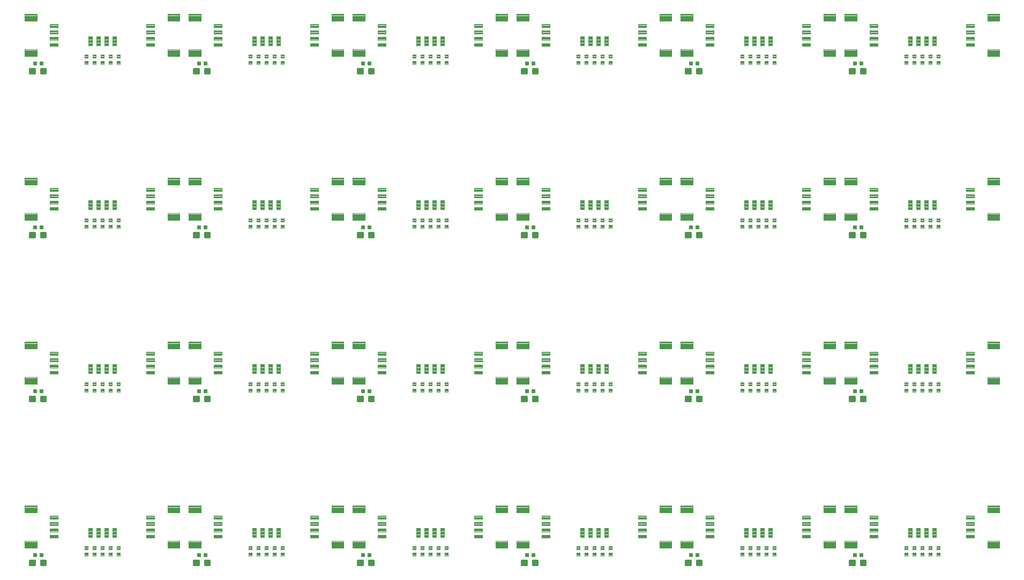
<source format=gtp>
G04 EAGLE Gerber RS-274X export*
G75*
%MOMM*%
%FSLAX34Y34*%
%LPD*%
%INSolderpaste Top*%
%IPPOS*%
%AMOC8*
5,1,8,0,0,1.08239X$1,22.5*%
G01*
%ADD10C,0.102000*%
%ADD11C,0.096000*%
%ADD12C,0.300000*%
%ADD13C,0.105000*%


D10*
X137210Y91410D02*
X137210Y96390D01*
X142190Y96390D01*
X142190Y91410D01*
X137210Y91410D01*
X137210Y92379D02*
X142190Y92379D01*
X142190Y93348D02*
X137210Y93348D01*
X137210Y94317D02*
X142190Y94317D01*
X142190Y95286D02*
X137210Y95286D01*
X137210Y96255D02*
X142190Y96255D01*
X137210Y86390D02*
X137210Y81410D01*
X137210Y86390D02*
X142190Y86390D01*
X142190Y81410D01*
X137210Y81410D01*
X137210Y82379D02*
X142190Y82379D01*
X142190Y83348D02*
X137210Y83348D01*
X137210Y84317D02*
X142190Y84317D01*
X142190Y85286D02*
X137210Y85286D01*
X137210Y86255D02*
X142190Y86255D01*
X149910Y91410D02*
X149910Y96390D01*
X154890Y96390D01*
X154890Y91410D01*
X149910Y91410D01*
X149910Y92379D02*
X154890Y92379D01*
X154890Y93348D02*
X149910Y93348D01*
X149910Y94317D02*
X154890Y94317D01*
X154890Y95286D02*
X149910Y95286D01*
X149910Y96255D02*
X154890Y96255D01*
X149910Y86390D02*
X149910Y81410D01*
X149910Y86390D02*
X154890Y86390D01*
X154890Y81410D01*
X149910Y81410D01*
X149910Y82379D02*
X154890Y82379D01*
X154890Y83348D02*
X149910Y83348D01*
X149910Y84317D02*
X154890Y84317D01*
X154890Y85286D02*
X149910Y85286D01*
X149910Y86255D02*
X154890Y86255D01*
D11*
X4530Y149480D02*
X4530Y160520D01*
X23570Y160520D01*
X23570Y149480D01*
X4530Y149480D01*
X4530Y150392D02*
X23570Y150392D01*
X23570Y151304D02*
X4530Y151304D01*
X4530Y152216D02*
X23570Y152216D01*
X23570Y153128D02*
X4530Y153128D01*
X4530Y154040D02*
X23570Y154040D01*
X23570Y154952D02*
X4530Y154952D01*
X4530Y155864D02*
X23570Y155864D01*
X23570Y156776D02*
X4530Y156776D01*
X4530Y157688D02*
X23570Y157688D01*
X23570Y158600D02*
X4530Y158600D01*
X4530Y159512D02*
X23570Y159512D01*
X23570Y160424D02*
X4530Y160424D01*
X4530Y104520D02*
X4530Y93480D01*
X4530Y104520D02*
X23570Y104520D01*
X23570Y93480D01*
X4530Y93480D01*
X4530Y94392D02*
X23570Y94392D01*
X23570Y95304D02*
X4530Y95304D01*
X4530Y96216D02*
X23570Y96216D01*
X23570Y97128D02*
X4530Y97128D01*
X4530Y98040D02*
X23570Y98040D01*
X23570Y98952D02*
X4530Y98952D01*
X4530Y99864D02*
X23570Y99864D01*
X23570Y100776D02*
X4530Y100776D01*
X4530Y101688D02*
X23570Y101688D01*
X23570Y102600D02*
X4530Y102600D01*
X4530Y103512D02*
X23570Y103512D01*
X23570Y104424D02*
X4530Y104424D01*
D10*
X44560Y139510D02*
X44560Y144490D01*
X57040Y144490D01*
X57040Y139510D01*
X44560Y139510D01*
X44560Y140479D02*
X57040Y140479D01*
X57040Y141448D02*
X44560Y141448D01*
X44560Y142417D02*
X57040Y142417D01*
X57040Y143386D02*
X44560Y143386D01*
X44560Y144355D02*
X57040Y144355D01*
X44560Y134490D02*
X44560Y129510D01*
X44560Y134490D02*
X57040Y134490D01*
X57040Y129510D01*
X44560Y129510D01*
X44560Y130479D02*
X57040Y130479D01*
X57040Y131448D02*
X44560Y131448D01*
X44560Y132417D02*
X57040Y132417D01*
X57040Y133386D02*
X44560Y133386D01*
X44560Y134355D02*
X57040Y134355D01*
X44560Y124490D02*
X44560Y119510D01*
X44560Y124490D02*
X57040Y124490D01*
X57040Y119510D01*
X44560Y119510D01*
X44560Y120479D02*
X57040Y120479D01*
X57040Y121448D02*
X44560Y121448D01*
X44560Y122417D02*
X57040Y122417D01*
X57040Y123386D02*
X44560Y123386D01*
X44560Y124355D02*
X57040Y124355D01*
X44560Y114490D02*
X44560Y109510D01*
X44560Y114490D02*
X57040Y114490D01*
X57040Y109510D01*
X44560Y109510D01*
X44560Y110479D02*
X57040Y110479D01*
X57040Y111448D02*
X44560Y111448D01*
X44560Y112417D02*
X57040Y112417D01*
X57040Y113386D02*
X44560Y113386D01*
X44560Y114355D02*
X57040Y114355D01*
D11*
X249470Y104520D02*
X249470Y93480D01*
X230430Y93480D01*
X230430Y104520D01*
X249470Y104520D01*
X249470Y94392D02*
X230430Y94392D01*
X230430Y95304D02*
X249470Y95304D01*
X249470Y96216D02*
X230430Y96216D01*
X230430Y97128D02*
X249470Y97128D01*
X249470Y98040D02*
X230430Y98040D01*
X230430Y98952D02*
X249470Y98952D01*
X249470Y99864D02*
X230430Y99864D01*
X230430Y100776D02*
X249470Y100776D01*
X249470Y101688D02*
X230430Y101688D01*
X230430Y102600D02*
X249470Y102600D01*
X249470Y103512D02*
X230430Y103512D01*
X230430Y104424D02*
X249470Y104424D01*
X249470Y149480D02*
X249470Y160520D01*
X249470Y149480D02*
X230430Y149480D01*
X230430Y160520D01*
X249470Y160520D01*
X249470Y150392D02*
X230430Y150392D01*
X230430Y151304D02*
X249470Y151304D01*
X249470Y152216D02*
X230430Y152216D01*
X230430Y153128D02*
X249470Y153128D01*
X249470Y154040D02*
X230430Y154040D01*
X230430Y154952D02*
X249470Y154952D01*
X249470Y155864D02*
X230430Y155864D01*
X230430Y156776D02*
X249470Y156776D01*
X249470Y157688D02*
X230430Y157688D01*
X230430Y158600D02*
X249470Y158600D01*
X249470Y159512D02*
X230430Y159512D01*
X230430Y160424D02*
X249470Y160424D01*
D10*
X209440Y114490D02*
X209440Y109510D01*
X196960Y109510D01*
X196960Y114490D01*
X209440Y114490D01*
X209440Y110479D02*
X196960Y110479D01*
X196960Y111448D02*
X209440Y111448D01*
X209440Y112417D02*
X196960Y112417D01*
X196960Y113386D02*
X209440Y113386D01*
X209440Y114355D02*
X196960Y114355D01*
X209440Y119510D02*
X209440Y124490D01*
X209440Y119510D02*
X196960Y119510D01*
X196960Y124490D01*
X209440Y124490D01*
X209440Y120479D02*
X196960Y120479D01*
X196960Y121448D02*
X209440Y121448D01*
X209440Y122417D02*
X196960Y122417D01*
X196960Y123386D02*
X209440Y123386D01*
X209440Y124355D02*
X196960Y124355D01*
X209440Y129510D02*
X209440Y134490D01*
X209440Y129510D02*
X196960Y129510D01*
X196960Y134490D01*
X209440Y134490D01*
X209440Y130479D02*
X196960Y130479D01*
X196960Y131448D02*
X209440Y131448D01*
X209440Y132417D02*
X196960Y132417D01*
X196960Y133386D02*
X209440Y133386D01*
X209440Y134355D02*
X196960Y134355D01*
X209440Y139510D02*
X209440Y144490D01*
X209440Y139510D02*
X196960Y139510D01*
X196960Y144490D01*
X209440Y144490D01*
X209440Y140479D02*
X196960Y140479D01*
X196960Y141448D02*
X209440Y141448D01*
X209440Y142417D02*
X196960Y142417D01*
X196960Y143386D02*
X209440Y143386D01*
X209440Y144355D02*
X196960Y144355D01*
X32890Y85040D02*
X27910Y85040D01*
X32890Y85040D02*
X32890Y80060D01*
X27910Y80060D01*
X27910Y85040D01*
X27910Y81029D02*
X32890Y81029D01*
X32890Y81998D02*
X27910Y81998D01*
X27910Y82967D02*
X32890Y82967D01*
X32890Y83936D02*
X27910Y83936D01*
X27910Y84905D02*
X32890Y84905D01*
X22890Y85040D02*
X17910Y85040D01*
X22890Y85040D02*
X22890Y80060D01*
X17910Y80060D01*
X17910Y85040D01*
X17910Y81029D02*
X22890Y81029D01*
X22890Y81998D02*
X17910Y81998D01*
X17910Y82967D02*
X22890Y82967D01*
X22890Y83936D02*
X17910Y83936D01*
X17910Y84905D02*
X22890Y84905D01*
D12*
X20130Y73350D02*
X20130Y66350D01*
X13130Y66350D01*
X13130Y73350D01*
X20130Y73350D01*
X20130Y69200D02*
X13130Y69200D01*
X13130Y72050D02*
X20130Y72050D01*
X37670Y73350D02*
X37670Y66350D01*
X30670Y66350D01*
X30670Y73350D01*
X37670Y73350D01*
X37670Y69200D02*
X30670Y69200D01*
X30670Y72050D02*
X37670Y72050D01*
D13*
X110925Y110525D02*
X110925Y125475D01*
X110925Y110525D02*
X104975Y110525D01*
X104975Y125475D01*
X110925Y125475D01*
X110925Y111522D02*
X104975Y111522D01*
X104975Y112519D02*
X110925Y112519D01*
X110925Y113516D02*
X104975Y113516D01*
X104975Y114513D02*
X110925Y114513D01*
X110925Y115510D02*
X104975Y115510D01*
X104975Y116507D02*
X110925Y116507D01*
X110925Y117504D02*
X104975Y117504D01*
X104975Y118501D02*
X110925Y118501D01*
X110925Y119498D02*
X104975Y119498D01*
X104975Y120495D02*
X110925Y120495D01*
X110925Y121492D02*
X104975Y121492D01*
X104975Y122489D02*
X110925Y122489D01*
X110925Y123486D02*
X104975Y123486D01*
X104975Y124483D02*
X110925Y124483D01*
X123625Y125475D02*
X123625Y110525D01*
X117675Y110525D01*
X117675Y125475D01*
X123625Y125475D01*
X123625Y111522D02*
X117675Y111522D01*
X117675Y112519D02*
X123625Y112519D01*
X123625Y113516D02*
X117675Y113516D01*
X117675Y114513D02*
X123625Y114513D01*
X123625Y115510D02*
X117675Y115510D01*
X117675Y116507D02*
X123625Y116507D01*
X123625Y117504D02*
X117675Y117504D01*
X117675Y118501D02*
X123625Y118501D01*
X123625Y119498D02*
X117675Y119498D01*
X117675Y120495D02*
X123625Y120495D01*
X123625Y121492D02*
X117675Y121492D01*
X117675Y122489D02*
X123625Y122489D01*
X123625Y123486D02*
X117675Y123486D01*
X117675Y124483D02*
X123625Y124483D01*
X136325Y125475D02*
X136325Y110525D01*
X130375Y110525D01*
X130375Y125475D01*
X136325Y125475D01*
X136325Y111522D02*
X130375Y111522D01*
X130375Y112519D02*
X136325Y112519D01*
X136325Y113516D02*
X130375Y113516D01*
X130375Y114513D02*
X136325Y114513D01*
X136325Y115510D02*
X130375Y115510D01*
X130375Y116507D02*
X136325Y116507D01*
X136325Y117504D02*
X130375Y117504D01*
X130375Y118501D02*
X136325Y118501D01*
X136325Y119498D02*
X130375Y119498D01*
X130375Y120495D02*
X136325Y120495D01*
X136325Y121492D02*
X130375Y121492D01*
X130375Y122489D02*
X136325Y122489D01*
X136325Y123486D02*
X130375Y123486D01*
X130375Y124483D02*
X136325Y124483D01*
X149025Y125475D02*
X149025Y110525D01*
X143075Y110525D01*
X143075Y125475D01*
X149025Y125475D01*
X149025Y111522D02*
X143075Y111522D01*
X143075Y112519D02*
X149025Y112519D01*
X149025Y113516D02*
X143075Y113516D01*
X143075Y114513D02*
X149025Y114513D01*
X149025Y115510D02*
X143075Y115510D01*
X143075Y116507D02*
X149025Y116507D01*
X149025Y117504D02*
X143075Y117504D01*
X143075Y118501D02*
X149025Y118501D01*
X149025Y119498D02*
X143075Y119498D01*
X143075Y120495D02*
X149025Y120495D01*
X149025Y121492D02*
X143075Y121492D01*
X143075Y122489D02*
X149025Y122489D01*
X149025Y123486D02*
X143075Y123486D01*
X143075Y124483D02*
X149025Y124483D01*
D10*
X111810Y96390D02*
X111810Y91410D01*
X111810Y96390D02*
X116790Y96390D01*
X116790Y91410D01*
X111810Y91410D01*
X111810Y92379D02*
X116790Y92379D01*
X116790Y93348D02*
X111810Y93348D01*
X111810Y94317D02*
X116790Y94317D01*
X116790Y95286D02*
X111810Y95286D01*
X111810Y96255D02*
X116790Y96255D01*
X111810Y86390D02*
X111810Y81410D01*
X111810Y86390D02*
X116790Y86390D01*
X116790Y81410D01*
X111810Y81410D01*
X111810Y82379D02*
X116790Y82379D01*
X116790Y83348D02*
X111810Y83348D01*
X111810Y84317D02*
X116790Y84317D01*
X116790Y85286D02*
X111810Y85286D01*
X111810Y86255D02*
X116790Y86255D01*
X124510Y91410D02*
X124510Y96390D01*
X129490Y96390D01*
X129490Y91410D01*
X124510Y91410D01*
X124510Y92379D02*
X129490Y92379D01*
X129490Y93348D02*
X124510Y93348D01*
X124510Y94317D02*
X129490Y94317D01*
X129490Y95286D02*
X124510Y95286D01*
X124510Y96255D02*
X129490Y96255D01*
X124510Y86390D02*
X124510Y81410D01*
X124510Y86390D02*
X129490Y86390D01*
X129490Y81410D01*
X124510Y81410D01*
X124510Y82379D02*
X129490Y82379D01*
X129490Y83348D02*
X124510Y83348D01*
X124510Y84317D02*
X129490Y84317D01*
X129490Y85286D02*
X124510Y85286D01*
X124510Y86255D02*
X129490Y86255D01*
X99110Y91410D02*
X99110Y96390D01*
X104090Y96390D01*
X104090Y91410D01*
X99110Y91410D01*
X99110Y92379D02*
X104090Y92379D01*
X104090Y93348D02*
X99110Y93348D01*
X99110Y94317D02*
X104090Y94317D01*
X104090Y95286D02*
X99110Y95286D01*
X99110Y96255D02*
X104090Y96255D01*
X99110Y86390D02*
X99110Y81410D01*
X99110Y86390D02*
X104090Y86390D01*
X104090Y81410D01*
X99110Y81410D01*
X99110Y82379D02*
X104090Y82379D01*
X104090Y83348D02*
X99110Y83348D01*
X99110Y84317D02*
X104090Y84317D01*
X104090Y85286D02*
X99110Y85286D01*
X99110Y86255D02*
X104090Y86255D01*
X396290Y91410D02*
X396290Y96390D01*
X401270Y96390D01*
X401270Y91410D01*
X396290Y91410D01*
X396290Y92379D02*
X401270Y92379D01*
X401270Y93348D02*
X396290Y93348D01*
X396290Y94317D02*
X401270Y94317D01*
X401270Y95286D02*
X396290Y95286D01*
X396290Y96255D02*
X401270Y96255D01*
X396290Y86390D02*
X396290Y81410D01*
X396290Y86390D02*
X401270Y86390D01*
X401270Y81410D01*
X396290Y81410D01*
X396290Y82379D02*
X401270Y82379D01*
X401270Y83348D02*
X396290Y83348D01*
X396290Y84317D02*
X401270Y84317D01*
X401270Y85286D02*
X396290Y85286D01*
X396290Y86255D02*
X401270Y86255D01*
X408990Y91410D02*
X408990Y96390D01*
X413970Y96390D01*
X413970Y91410D01*
X408990Y91410D01*
X408990Y92379D02*
X413970Y92379D01*
X413970Y93348D02*
X408990Y93348D01*
X408990Y94317D02*
X413970Y94317D01*
X413970Y95286D02*
X408990Y95286D01*
X408990Y96255D02*
X413970Y96255D01*
X408990Y86390D02*
X408990Y81410D01*
X408990Y86390D02*
X413970Y86390D01*
X413970Y81410D01*
X408990Y81410D01*
X408990Y82379D02*
X413970Y82379D01*
X413970Y83348D02*
X408990Y83348D01*
X408990Y84317D02*
X413970Y84317D01*
X413970Y85286D02*
X408990Y85286D01*
X408990Y86255D02*
X413970Y86255D01*
D11*
X263610Y149480D02*
X263610Y160520D01*
X282650Y160520D01*
X282650Y149480D01*
X263610Y149480D01*
X263610Y150392D02*
X282650Y150392D01*
X282650Y151304D02*
X263610Y151304D01*
X263610Y152216D02*
X282650Y152216D01*
X282650Y153128D02*
X263610Y153128D01*
X263610Y154040D02*
X282650Y154040D01*
X282650Y154952D02*
X263610Y154952D01*
X263610Y155864D02*
X282650Y155864D01*
X282650Y156776D02*
X263610Y156776D01*
X263610Y157688D02*
X282650Y157688D01*
X282650Y158600D02*
X263610Y158600D01*
X263610Y159512D02*
X282650Y159512D01*
X282650Y160424D02*
X263610Y160424D01*
X263610Y104520D02*
X263610Y93480D01*
X263610Y104520D02*
X282650Y104520D01*
X282650Y93480D01*
X263610Y93480D01*
X263610Y94392D02*
X282650Y94392D01*
X282650Y95304D02*
X263610Y95304D01*
X263610Y96216D02*
X282650Y96216D01*
X282650Y97128D02*
X263610Y97128D01*
X263610Y98040D02*
X282650Y98040D01*
X282650Y98952D02*
X263610Y98952D01*
X263610Y99864D02*
X282650Y99864D01*
X282650Y100776D02*
X263610Y100776D01*
X263610Y101688D02*
X282650Y101688D01*
X282650Y102600D02*
X263610Y102600D01*
X263610Y103512D02*
X282650Y103512D01*
X282650Y104424D02*
X263610Y104424D01*
D10*
X303640Y139510D02*
X303640Y144490D01*
X316120Y144490D01*
X316120Y139510D01*
X303640Y139510D01*
X303640Y140479D02*
X316120Y140479D01*
X316120Y141448D02*
X303640Y141448D01*
X303640Y142417D02*
X316120Y142417D01*
X316120Y143386D02*
X303640Y143386D01*
X303640Y144355D02*
X316120Y144355D01*
X303640Y134490D02*
X303640Y129510D01*
X303640Y134490D02*
X316120Y134490D01*
X316120Y129510D01*
X303640Y129510D01*
X303640Y130479D02*
X316120Y130479D01*
X316120Y131448D02*
X303640Y131448D01*
X303640Y132417D02*
X316120Y132417D01*
X316120Y133386D02*
X303640Y133386D01*
X303640Y134355D02*
X316120Y134355D01*
X303640Y124490D02*
X303640Y119510D01*
X303640Y124490D02*
X316120Y124490D01*
X316120Y119510D01*
X303640Y119510D01*
X303640Y120479D02*
X316120Y120479D01*
X316120Y121448D02*
X303640Y121448D01*
X303640Y122417D02*
X316120Y122417D01*
X316120Y123386D02*
X303640Y123386D01*
X303640Y124355D02*
X316120Y124355D01*
X303640Y114490D02*
X303640Y109510D01*
X303640Y114490D02*
X316120Y114490D01*
X316120Y109510D01*
X303640Y109510D01*
X303640Y110479D02*
X316120Y110479D01*
X316120Y111448D02*
X303640Y111448D01*
X303640Y112417D02*
X316120Y112417D01*
X316120Y113386D02*
X303640Y113386D01*
X303640Y114355D02*
X316120Y114355D01*
D11*
X508550Y104520D02*
X508550Y93480D01*
X489510Y93480D01*
X489510Y104520D01*
X508550Y104520D01*
X508550Y94392D02*
X489510Y94392D01*
X489510Y95304D02*
X508550Y95304D01*
X508550Y96216D02*
X489510Y96216D01*
X489510Y97128D02*
X508550Y97128D01*
X508550Y98040D02*
X489510Y98040D01*
X489510Y98952D02*
X508550Y98952D01*
X508550Y99864D02*
X489510Y99864D01*
X489510Y100776D02*
X508550Y100776D01*
X508550Y101688D02*
X489510Y101688D01*
X489510Y102600D02*
X508550Y102600D01*
X508550Y103512D02*
X489510Y103512D01*
X489510Y104424D02*
X508550Y104424D01*
X508550Y149480D02*
X508550Y160520D01*
X508550Y149480D02*
X489510Y149480D01*
X489510Y160520D01*
X508550Y160520D01*
X508550Y150392D02*
X489510Y150392D01*
X489510Y151304D02*
X508550Y151304D01*
X508550Y152216D02*
X489510Y152216D01*
X489510Y153128D02*
X508550Y153128D01*
X508550Y154040D02*
X489510Y154040D01*
X489510Y154952D02*
X508550Y154952D01*
X508550Y155864D02*
X489510Y155864D01*
X489510Y156776D02*
X508550Y156776D01*
X508550Y157688D02*
X489510Y157688D01*
X489510Y158600D02*
X508550Y158600D01*
X508550Y159512D02*
X489510Y159512D01*
X489510Y160424D02*
X508550Y160424D01*
D10*
X468520Y114490D02*
X468520Y109510D01*
X456040Y109510D01*
X456040Y114490D01*
X468520Y114490D01*
X468520Y110479D02*
X456040Y110479D01*
X456040Y111448D02*
X468520Y111448D01*
X468520Y112417D02*
X456040Y112417D01*
X456040Y113386D02*
X468520Y113386D01*
X468520Y114355D02*
X456040Y114355D01*
X468520Y119510D02*
X468520Y124490D01*
X468520Y119510D02*
X456040Y119510D01*
X456040Y124490D01*
X468520Y124490D01*
X468520Y120479D02*
X456040Y120479D01*
X456040Y121448D02*
X468520Y121448D01*
X468520Y122417D02*
X456040Y122417D01*
X456040Y123386D02*
X468520Y123386D01*
X468520Y124355D02*
X456040Y124355D01*
X468520Y129510D02*
X468520Y134490D01*
X468520Y129510D02*
X456040Y129510D01*
X456040Y134490D01*
X468520Y134490D01*
X468520Y130479D02*
X456040Y130479D01*
X456040Y131448D02*
X468520Y131448D01*
X468520Y132417D02*
X456040Y132417D01*
X456040Y133386D02*
X468520Y133386D01*
X468520Y134355D02*
X456040Y134355D01*
X468520Y139510D02*
X468520Y144490D01*
X468520Y139510D02*
X456040Y139510D01*
X456040Y144490D01*
X468520Y144490D01*
X468520Y140479D02*
X456040Y140479D01*
X456040Y141448D02*
X468520Y141448D01*
X468520Y142417D02*
X456040Y142417D01*
X456040Y143386D02*
X468520Y143386D01*
X468520Y144355D02*
X456040Y144355D01*
X291970Y85040D02*
X286990Y85040D01*
X291970Y85040D02*
X291970Y80060D01*
X286990Y80060D01*
X286990Y85040D01*
X286990Y81029D02*
X291970Y81029D01*
X291970Y81998D02*
X286990Y81998D01*
X286990Y82967D02*
X291970Y82967D01*
X291970Y83936D02*
X286990Y83936D01*
X286990Y84905D02*
X291970Y84905D01*
X281970Y85040D02*
X276990Y85040D01*
X281970Y85040D02*
X281970Y80060D01*
X276990Y80060D01*
X276990Y85040D01*
X276990Y81029D02*
X281970Y81029D01*
X281970Y81998D02*
X276990Y81998D01*
X276990Y82967D02*
X281970Y82967D01*
X281970Y83936D02*
X276990Y83936D01*
X276990Y84905D02*
X281970Y84905D01*
D12*
X279210Y73350D02*
X279210Y66350D01*
X272210Y66350D01*
X272210Y73350D01*
X279210Y73350D01*
X279210Y69200D02*
X272210Y69200D01*
X272210Y72050D02*
X279210Y72050D01*
X296750Y73350D02*
X296750Y66350D01*
X289750Y66350D01*
X289750Y73350D01*
X296750Y73350D01*
X296750Y69200D02*
X289750Y69200D01*
X289750Y72050D02*
X296750Y72050D01*
D13*
X370005Y110525D02*
X370005Y125475D01*
X370005Y110525D02*
X364055Y110525D01*
X364055Y125475D01*
X370005Y125475D01*
X370005Y111522D02*
X364055Y111522D01*
X364055Y112519D02*
X370005Y112519D01*
X370005Y113516D02*
X364055Y113516D01*
X364055Y114513D02*
X370005Y114513D01*
X370005Y115510D02*
X364055Y115510D01*
X364055Y116507D02*
X370005Y116507D01*
X370005Y117504D02*
X364055Y117504D01*
X364055Y118501D02*
X370005Y118501D01*
X370005Y119498D02*
X364055Y119498D01*
X364055Y120495D02*
X370005Y120495D01*
X370005Y121492D02*
X364055Y121492D01*
X364055Y122489D02*
X370005Y122489D01*
X370005Y123486D02*
X364055Y123486D01*
X364055Y124483D02*
X370005Y124483D01*
X382705Y125475D02*
X382705Y110525D01*
X376755Y110525D01*
X376755Y125475D01*
X382705Y125475D01*
X382705Y111522D02*
X376755Y111522D01*
X376755Y112519D02*
X382705Y112519D01*
X382705Y113516D02*
X376755Y113516D01*
X376755Y114513D02*
X382705Y114513D01*
X382705Y115510D02*
X376755Y115510D01*
X376755Y116507D02*
X382705Y116507D01*
X382705Y117504D02*
X376755Y117504D01*
X376755Y118501D02*
X382705Y118501D01*
X382705Y119498D02*
X376755Y119498D01*
X376755Y120495D02*
X382705Y120495D01*
X382705Y121492D02*
X376755Y121492D01*
X376755Y122489D02*
X382705Y122489D01*
X382705Y123486D02*
X376755Y123486D01*
X376755Y124483D02*
X382705Y124483D01*
X395405Y125475D02*
X395405Y110525D01*
X389455Y110525D01*
X389455Y125475D01*
X395405Y125475D01*
X395405Y111522D02*
X389455Y111522D01*
X389455Y112519D02*
X395405Y112519D01*
X395405Y113516D02*
X389455Y113516D01*
X389455Y114513D02*
X395405Y114513D01*
X395405Y115510D02*
X389455Y115510D01*
X389455Y116507D02*
X395405Y116507D01*
X395405Y117504D02*
X389455Y117504D01*
X389455Y118501D02*
X395405Y118501D01*
X395405Y119498D02*
X389455Y119498D01*
X389455Y120495D02*
X395405Y120495D01*
X395405Y121492D02*
X389455Y121492D01*
X389455Y122489D02*
X395405Y122489D01*
X395405Y123486D02*
X389455Y123486D01*
X389455Y124483D02*
X395405Y124483D01*
X408105Y125475D02*
X408105Y110525D01*
X402155Y110525D01*
X402155Y125475D01*
X408105Y125475D01*
X408105Y111522D02*
X402155Y111522D01*
X402155Y112519D02*
X408105Y112519D01*
X408105Y113516D02*
X402155Y113516D01*
X402155Y114513D02*
X408105Y114513D01*
X408105Y115510D02*
X402155Y115510D01*
X402155Y116507D02*
X408105Y116507D01*
X408105Y117504D02*
X402155Y117504D01*
X402155Y118501D02*
X408105Y118501D01*
X408105Y119498D02*
X402155Y119498D01*
X402155Y120495D02*
X408105Y120495D01*
X408105Y121492D02*
X402155Y121492D01*
X402155Y122489D02*
X408105Y122489D01*
X408105Y123486D02*
X402155Y123486D01*
X402155Y124483D02*
X408105Y124483D01*
D10*
X370890Y96390D02*
X370890Y91410D01*
X370890Y96390D02*
X375870Y96390D01*
X375870Y91410D01*
X370890Y91410D01*
X370890Y92379D02*
X375870Y92379D01*
X375870Y93348D02*
X370890Y93348D01*
X370890Y94317D02*
X375870Y94317D01*
X375870Y95286D02*
X370890Y95286D01*
X370890Y96255D02*
X375870Y96255D01*
X370890Y86390D02*
X370890Y81410D01*
X370890Y86390D02*
X375870Y86390D01*
X375870Y81410D01*
X370890Y81410D01*
X370890Y82379D02*
X375870Y82379D01*
X375870Y83348D02*
X370890Y83348D01*
X370890Y84317D02*
X375870Y84317D01*
X375870Y85286D02*
X370890Y85286D01*
X370890Y86255D02*
X375870Y86255D01*
X383590Y91410D02*
X383590Y96390D01*
X388570Y96390D01*
X388570Y91410D01*
X383590Y91410D01*
X383590Y92379D02*
X388570Y92379D01*
X388570Y93348D02*
X383590Y93348D01*
X383590Y94317D02*
X388570Y94317D01*
X388570Y95286D02*
X383590Y95286D01*
X383590Y96255D02*
X388570Y96255D01*
X383590Y86390D02*
X383590Y81410D01*
X383590Y86390D02*
X388570Y86390D01*
X388570Y81410D01*
X383590Y81410D01*
X383590Y82379D02*
X388570Y82379D01*
X388570Y83348D02*
X383590Y83348D01*
X383590Y84317D02*
X388570Y84317D01*
X388570Y85286D02*
X383590Y85286D01*
X383590Y86255D02*
X388570Y86255D01*
X358190Y91410D02*
X358190Y96390D01*
X363170Y96390D01*
X363170Y91410D01*
X358190Y91410D01*
X358190Y92379D02*
X363170Y92379D01*
X363170Y93348D02*
X358190Y93348D01*
X358190Y94317D02*
X363170Y94317D01*
X363170Y95286D02*
X358190Y95286D01*
X358190Y96255D02*
X363170Y96255D01*
X358190Y86390D02*
X358190Y81410D01*
X358190Y86390D02*
X363170Y86390D01*
X363170Y81410D01*
X358190Y81410D01*
X358190Y82379D02*
X363170Y82379D01*
X363170Y83348D02*
X358190Y83348D01*
X358190Y84317D02*
X363170Y84317D01*
X363170Y85286D02*
X358190Y85286D01*
X358190Y86255D02*
X363170Y86255D01*
X655370Y91410D02*
X655370Y96390D01*
X660350Y96390D01*
X660350Y91410D01*
X655370Y91410D01*
X655370Y92379D02*
X660350Y92379D01*
X660350Y93348D02*
X655370Y93348D01*
X655370Y94317D02*
X660350Y94317D01*
X660350Y95286D02*
X655370Y95286D01*
X655370Y96255D02*
X660350Y96255D01*
X655370Y86390D02*
X655370Y81410D01*
X655370Y86390D02*
X660350Y86390D01*
X660350Y81410D01*
X655370Y81410D01*
X655370Y82379D02*
X660350Y82379D01*
X660350Y83348D02*
X655370Y83348D01*
X655370Y84317D02*
X660350Y84317D01*
X660350Y85286D02*
X655370Y85286D01*
X655370Y86255D02*
X660350Y86255D01*
X668070Y91410D02*
X668070Y96390D01*
X673050Y96390D01*
X673050Y91410D01*
X668070Y91410D01*
X668070Y92379D02*
X673050Y92379D01*
X673050Y93348D02*
X668070Y93348D01*
X668070Y94317D02*
X673050Y94317D01*
X673050Y95286D02*
X668070Y95286D01*
X668070Y96255D02*
X673050Y96255D01*
X668070Y86390D02*
X668070Y81410D01*
X668070Y86390D02*
X673050Y86390D01*
X673050Y81410D01*
X668070Y81410D01*
X668070Y82379D02*
X673050Y82379D01*
X673050Y83348D02*
X668070Y83348D01*
X668070Y84317D02*
X673050Y84317D01*
X673050Y85286D02*
X668070Y85286D01*
X668070Y86255D02*
X673050Y86255D01*
D11*
X522690Y149480D02*
X522690Y160520D01*
X541730Y160520D01*
X541730Y149480D01*
X522690Y149480D01*
X522690Y150392D02*
X541730Y150392D01*
X541730Y151304D02*
X522690Y151304D01*
X522690Y152216D02*
X541730Y152216D01*
X541730Y153128D02*
X522690Y153128D01*
X522690Y154040D02*
X541730Y154040D01*
X541730Y154952D02*
X522690Y154952D01*
X522690Y155864D02*
X541730Y155864D01*
X541730Y156776D02*
X522690Y156776D01*
X522690Y157688D02*
X541730Y157688D01*
X541730Y158600D02*
X522690Y158600D01*
X522690Y159512D02*
X541730Y159512D01*
X541730Y160424D02*
X522690Y160424D01*
X522690Y104520D02*
X522690Y93480D01*
X522690Y104520D02*
X541730Y104520D01*
X541730Y93480D01*
X522690Y93480D01*
X522690Y94392D02*
X541730Y94392D01*
X541730Y95304D02*
X522690Y95304D01*
X522690Y96216D02*
X541730Y96216D01*
X541730Y97128D02*
X522690Y97128D01*
X522690Y98040D02*
X541730Y98040D01*
X541730Y98952D02*
X522690Y98952D01*
X522690Y99864D02*
X541730Y99864D01*
X541730Y100776D02*
X522690Y100776D01*
X522690Y101688D02*
X541730Y101688D01*
X541730Y102600D02*
X522690Y102600D01*
X522690Y103512D02*
X541730Y103512D01*
X541730Y104424D02*
X522690Y104424D01*
D10*
X562720Y139510D02*
X562720Y144490D01*
X575200Y144490D01*
X575200Y139510D01*
X562720Y139510D01*
X562720Y140479D02*
X575200Y140479D01*
X575200Y141448D02*
X562720Y141448D01*
X562720Y142417D02*
X575200Y142417D01*
X575200Y143386D02*
X562720Y143386D01*
X562720Y144355D02*
X575200Y144355D01*
X562720Y134490D02*
X562720Y129510D01*
X562720Y134490D02*
X575200Y134490D01*
X575200Y129510D01*
X562720Y129510D01*
X562720Y130479D02*
X575200Y130479D01*
X575200Y131448D02*
X562720Y131448D01*
X562720Y132417D02*
X575200Y132417D01*
X575200Y133386D02*
X562720Y133386D01*
X562720Y134355D02*
X575200Y134355D01*
X562720Y124490D02*
X562720Y119510D01*
X562720Y124490D02*
X575200Y124490D01*
X575200Y119510D01*
X562720Y119510D01*
X562720Y120479D02*
X575200Y120479D01*
X575200Y121448D02*
X562720Y121448D01*
X562720Y122417D02*
X575200Y122417D01*
X575200Y123386D02*
X562720Y123386D01*
X562720Y124355D02*
X575200Y124355D01*
X562720Y114490D02*
X562720Y109510D01*
X562720Y114490D02*
X575200Y114490D01*
X575200Y109510D01*
X562720Y109510D01*
X562720Y110479D02*
X575200Y110479D01*
X575200Y111448D02*
X562720Y111448D01*
X562720Y112417D02*
X575200Y112417D01*
X575200Y113386D02*
X562720Y113386D01*
X562720Y114355D02*
X575200Y114355D01*
D11*
X767630Y104520D02*
X767630Y93480D01*
X748590Y93480D01*
X748590Y104520D01*
X767630Y104520D01*
X767630Y94392D02*
X748590Y94392D01*
X748590Y95304D02*
X767630Y95304D01*
X767630Y96216D02*
X748590Y96216D01*
X748590Y97128D02*
X767630Y97128D01*
X767630Y98040D02*
X748590Y98040D01*
X748590Y98952D02*
X767630Y98952D01*
X767630Y99864D02*
X748590Y99864D01*
X748590Y100776D02*
X767630Y100776D01*
X767630Y101688D02*
X748590Y101688D01*
X748590Y102600D02*
X767630Y102600D01*
X767630Y103512D02*
X748590Y103512D01*
X748590Y104424D02*
X767630Y104424D01*
X767630Y149480D02*
X767630Y160520D01*
X767630Y149480D02*
X748590Y149480D01*
X748590Y160520D01*
X767630Y160520D01*
X767630Y150392D02*
X748590Y150392D01*
X748590Y151304D02*
X767630Y151304D01*
X767630Y152216D02*
X748590Y152216D01*
X748590Y153128D02*
X767630Y153128D01*
X767630Y154040D02*
X748590Y154040D01*
X748590Y154952D02*
X767630Y154952D01*
X767630Y155864D02*
X748590Y155864D01*
X748590Y156776D02*
X767630Y156776D01*
X767630Y157688D02*
X748590Y157688D01*
X748590Y158600D02*
X767630Y158600D01*
X767630Y159512D02*
X748590Y159512D01*
X748590Y160424D02*
X767630Y160424D01*
D10*
X727600Y114490D02*
X727600Y109510D01*
X715120Y109510D01*
X715120Y114490D01*
X727600Y114490D01*
X727600Y110479D02*
X715120Y110479D01*
X715120Y111448D02*
X727600Y111448D01*
X727600Y112417D02*
X715120Y112417D01*
X715120Y113386D02*
X727600Y113386D01*
X727600Y114355D02*
X715120Y114355D01*
X727600Y119510D02*
X727600Y124490D01*
X727600Y119510D02*
X715120Y119510D01*
X715120Y124490D01*
X727600Y124490D01*
X727600Y120479D02*
X715120Y120479D01*
X715120Y121448D02*
X727600Y121448D01*
X727600Y122417D02*
X715120Y122417D01*
X715120Y123386D02*
X727600Y123386D01*
X727600Y124355D02*
X715120Y124355D01*
X727600Y129510D02*
X727600Y134490D01*
X727600Y129510D02*
X715120Y129510D01*
X715120Y134490D01*
X727600Y134490D01*
X727600Y130479D02*
X715120Y130479D01*
X715120Y131448D02*
X727600Y131448D01*
X727600Y132417D02*
X715120Y132417D01*
X715120Y133386D02*
X727600Y133386D01*
X727600Y134355D02*
X715120Y134355D01*
X727600Y139510D02*
X727600Y144490D01*
X727600Y139510D02*
X715120Y139510D01*
X715120Y144490D01*
X727600Y144490D01*
X727600Y140479D02*
X715120Y140479D01*
X715120Y141448D02*
X727600Y141448D01*
X727600Y142417D02*
X715120Y142417D01*
X715120Y143386D02*
X727600Y143386D01*
X727600Y144355D02*
X715120Y144355D01*
X551050Y85040D02*
X546070Y85040D01*
X551050Y85040D02*
X551050Y80060D01*
X546070Y80060D01*
X546070Y85040D01*
X546070Y81029D02*
X551050Y81029D01*
X551050Y81998D02*
X546070Y81998D01*
X546070Y82967D02*
X551050Y82967D01*
X551050Y83936D02*
X546070Y83936D01*
X546070Y84905D02*
X551050Y84905D01*
X541050Y85040D02*
X536070Y85040D01*
X541050Y85040D02*
X541050Y80060D01*
X536070Y80060D01*
X536070Y85040D01*
X536070Y81029D02*
X541050Y81029D01*
X541050Y81998D02*
X536070Y81998D01*
X536070Y82967D02*
X541050Y82967D01*
X541050Y83936D02*
X536070Y83936D01*
X536070Y84905D02*
X541050Y84905D01*
D12*
X538290Y73350D02*
X538290Y66350D01*
X531290Y66350D01*
X531290Y73350D01*
X538290Y73350D01*
X538290Y69200D02*
X531290Y69200D01*
X531290Y72050D02*
X538290Y72050D01*
X555830Y73350D02*
X555830Y66350D01*
X548830Y66350D01*
X548830Y73350D01*
X555830Y73350D01*
X555830Y69200D02*
X548830Y69200D01*
X548830Y72050D02*
X555830Y72050D01*
D13*
X629085Y110525D02*
X629085Y125475D01*
X629085Y110525D02*
X623135Y110525D01*
X623135Y125475D01*
X629085Y125475D01*
X629085Y111522D02*
X623135Y111522D01*
X623135Y112519D02*
X629085Y112519D01*
X629085Y113516D02*
X623135Y113516D01*
X623135Y114513D02*
X629085Y114513D01*
X629085Y115510D02*
X623135Y115510D01*
X623135Y116507D02*
X629085Y116507D01*
X629085Y117504D02*
X623135Y117504D01*
X623135Y118501D02*
X629085Y118501D01*
X629085Y119498D02*
X623135Y119498D01*
X623135Y120495D02*
X629085Y120495D01*
X629085Y121492D02*
X623135Y121492D01*
X623135Y122489D02*
X629085Y122489D01*
X629085Y123486D02*
X623135Y123486D01*
X623135Y124483D02*
X629085Y124483D01*
X641785Y125475D02*
X641785Y110525D01*
X635835Y110525D01*
X635835Y125475D01*
X641785Y125475D01*
X641785Y111522D02*
X635835Y111522D01*
X635835Y112519D02*
X641785Y112519D01*
X641785Y113516D02*
X635835Y113516D01*
X635835Y114513D02*
X641785Y114513D01*
X641785Y115510D02*
X635835Y115510D01*
X635835Y116507D02*
X641785Y116507D01*
X641785Y117504D02*
X635835Y117504D01*
X635835Y118501D02*
X641785Y118501D01*
X641785Y119498D02*
X635835Y119498D01*
X635835Y120495D02*
X641785Y120495D01*
X641785Y121492D02*
X635835Y121492D01*
X635835Y122489D02*
X641785Y122489D01*
X641785Y123486D02*
X635835Y123486D01*
X635835Y124483D02*
X641785Y124483D01*
X654485Y125475D02*
X654485Y110525D01*
X648535Y110525D01*
X648535Y125475D01*
X654485Y125475D01*
X654485Y111522D02*
X648535Y111522D01*
X648535Y112519D02*
X654485Y112519D01*
X654485Y113516D02*
X648535Y113516D01*
X648535Y114513D02*
X654485Y114513D01*
X654485Y115510D02*
X648535Y115510D01*
X648535Y116507D02*
X654485Y116507D01*
X654485Y117504D02*
X648535Y117504D01*
X648535Y118501D02*
X654485Y118501D01*
X654485Y119498D02*
X648535Y119498D01*
X648535Y120495D02*
X654485Y120495D01*
X654485Y121492D02*
X648535Y121492D01*
X648535Y122489D02*
X654485Y122489D01*
X654485Y123486D02*
X648535Y123486D01*
X648535Y124483D02*
X654485Y124483D01*
X667185Y125475D02*
X667185Y110525D01*
X661235Y110525D01*
X661235Y125475D01*
X667185Y125475D01*
X667185Y111522D02*
X661235Y111522D01*
X661235Y112519D02*
X667185Y112519D01*
X667185Y113516D02*
X661235Y113516D01*
X661235Y114513D02*
X667185Y114513D01*
X667185Y115510D02*
X661235Y115510D01*
X661235Y116507D02*
X667185Y116507D01*
X667185Y117504D02*
X661235Y117504D01*
X661235Y118501D02*
X667185Y118501D01*
X667185Y119498D02*
X661235Y119498D01*
X661235Y120495D02*
X667185Y120495D01*
X667185Y121492D02*
X661235Y121492D01*
X661235Y122489D02*
X667185Y122489D01*
X667185Y123486D02*
X661235Y123486D01*
X661235Y124483D02*
X667185Y124483D01*
D10*
X629970Y96390D02*
X629970Y91410D01*
X629970Y96390D02*
X634950Y96390D01*
X634950Y91410D01*
X629970Y91410D01*
X629970Y92379D02*
X634950Y92379D01*
X634950Y93348D02*
X629970Y93348D01*
X629970Y94317D02*
X634950Y94317D01*
X634950Y95286D02*
X629970Y95286D01*
X629970Y96255D02*
X634950Y96255D01*
X629970Y86390D02*
X629970Y81410D01*
X629970Y86390D02*
X634950Y86390D01*
X634950Y81410D01*
X629970Y81410D01*
X629970Y82379D02*
X634950Y82379D01*
X634950Y83348D02*
X629970Y83348D01*
X629970Y84317D02*
X634950Y84317D01*
X634950Y85286D02*
X629970Y85286D01*
X629970Y86255D02*
X634950Y86255D01*
X642670Y91410D02*
X642670Y96390D01*
X647650Y96390D01*
X647650Y91410D01*
X642670Y91410D01*
X642670Y92379D02*
X647650Y92379D01*
X647650Y93348D02*
X642670Y93348D01*
X642670Y94317D02*
X647650Y94317D01*
X647650Y95286D02*
X642670Y95286D01*
X642670Y96255D02*
X647650Y96255D01*
X642670Y86390D02*
X642670Y81410D01*
X642670Y86390D02*
X647650Y86390D01*
X647650Y81410D01*
X642670Y81410D01*
X642670Y82379D02*
X647650Y82379D01*
X647650Y83348D02*
X642670Y83348D01*
X642670Y84317D02*
X647650Y84317D01*
X647650Y85286D02*
X642670Y85286D01*
X642670Y86255D02*
X647650Y86255D01*
X617270Y91410D02*
X617270Y96390D01*
X622250Y96390D01*
X622250Y91410D01*
X617270Y91410D01*
X617270Y92379D02*
X622250Y92379D01*
X622250Y93348D02*
X617270Y93348D01*
X617270Y94317D02*
X622250Y94317D01*
X622250Y95286D02*
X617270Y95286D01*
X617270Y96255D02*
X622250Y96255D01*
X617270Y86390D02*
X617270Y81410D01*
X617270Y86390D02*
X622250Y86390D01*
X622250Y81410D01*
X617270Y81410D01*
X617270Y82379D02*
X622250Y82379D01*
X622250Y83348D02*
X617270Y83348D01*
X617270Y84317D02*
X622250Y84317D01*
X622250Y85286D02*
X617270Y85286D01*
X617270Y86255D02*
X622250Y86255D01*
X914450Y91410D02*
X914450Y96390D01*
X919430Y96390D01*
X919430Y91410D01*
X914450Y91410D01*
X914450Y92379D02*
X919430Y92379D01*
X919430Y93348D02*
X914450Y93348D01*
X914450Y94317D02*
X919430Y94317D01*
X919430Y95286D02*
X914450Y95286D01*
X914450Y96255D02*
X919430Y96255D01*
X914450Y86390D02*
X914450Y81410D01*
X914450Y86390D02*
X919430Y86390D01*
X919430Y81410D01*
X914450Y81410D01*
X914450Y82379D02*
X919430Y82379D01*
X919430Y83348D02*
X914450Y83348D01*
X914450Y84317D02*
X919430Y84317D01*
X919430Y85286D02*
X914450Y85286D01*
X914450Y86255D02*
X919430Y86255D01*
X927150Y91410D02*
X927150Y96390D01*
X932130Y96390D01*
X932130Y91410D01*
X927150Y91410D01*
X927150Y92379D02*
X932130Y92379D01*
X932130Y93348D02*
X927150Y93348D01*
X927150Y94317D02*
X932130Y94317D01*
X932130Y95286D02*
X927150Y95286D01*
X927150Y96255D02*
X932130Y96255D01*
X927150Y86390D02*
X927150Y81410D01*
X927150Y86390D02*
X932130Y86390D01*
X932130Y81410D01*
X927150Y81410D01*
X927150Y82379D02*
X932130Y82379D01*
X932130Y83348D02*
X927150Y83348D01*
X927150Y84317D02*
X932130Y84317D01*
X932130Y85286D02*
X927150Y85286D01*
X927150Y86255D02*
X932130Y86255D01*
D11*
X781770Y149480D02*
X781770Y160520D01*
X800810Y160520D01*
X800810Y149480D01*
X781770Y149480D01*
X781770Y150392D02*
X800810Y150392D01*
X800810Y151304D02*
X781770Y151304D01*
X781770Y152216D02*
X800810Y152216D01*
X800810Y153128D02*
X781770Y153128D01*
X781770Y154040D02*
X800810Y154040D01*
X800810Y154952D02*
X781770Y154952D01*
X781770Y155864D02*
X800810Y155864D01*
X800810Y156776D02*
X781770Y156776D01*
X781770Y157688D02*
X800810Y157688D01*
X800810Y158600D02*
X781770Y158600D01*
X781770Y159512D02*
X800810Y159512D01*
X800810Y160424D02*
X781770Y160424D01*
X781770Y104520D02*
X781770Y93480D01*
X781770Y104520D02*
X800810Y104520D01*
X800810Y93480D01*
X781770Y93480D01*
X781770Y94392D02*
X800810Y94392D01*
X800810Y95304D02*
X781770Y95304D01*
X781770Y96216D02*
X800810Y96216D01*
X800810Y97128D02*
X781770Y97128D01*
X781770Y98040D02*
X800810Y98040D01*
X800810Y98952D02*
X781770Y98952D01*
X781770Y99864D02*
X800810Y99864D01*
X800810Y100776D02*
X781770Y100776D01*
X781770Y101688D02*
X800810Y101688D01*
X800810Y102600D02*
X781770Y102600D01*
X781770Y103512D02*
X800810Y103512D01*
X800810Y104424D02*
X781770Y104424D01*
D10*
X821800Y139510D02*
X821800Y144490D01*
X834280Y144490D01*
X834280Y139510D01*
X821800Y139510D01*
X821800Y140479D02*
X834280Y140479D01*
X834280Y141448D02*
X821800Y141448D01*
X821800Y142417D02*
X834280Y142417D01*
X834280Y143386D02*
X821800Y143386D01*
X821800Y144355D02*
X834280Y144355D01*
X821800Y134490D02*
X821800Y129510D01*
X821800Y134490D02*
X834280Y134490D01*
X834280Y129510D01*
X821800Y129510D01*
X821800Y130479D02*
X834280Y130479D01*
X834280Y131448D02*
X821800Y131448D01*
X821800Y132417D02*
X834280Y132417D01*
X834280Y133386D02*
X821800Y133386D01*
X821800Y134355D02*
X834280Y134355D01*
X821800Y124490D02*
X821800Y119510D01*
X821800Y124490D02*
X834280Y124490D01*
X834280Y119510D01*
X821800Y119510D01*
X821800Y120479D02*
X834280Y120479D01*
X834280Y121448D02*
X821800Y121448D01*
X821800Y122417D02*
X834280Y122417D01*
X834280Y123386D02*
X821800Y123386D01*
X821800Y124355D02*
X834280Y124355D01*
X821800Y114490D02*
X821800Y109510D01*
X821800Y114490D02*
X834280Y114490D01*
X834280Y109510D01*
X821800Y109510D01*
X821800Y110479D02*
X834280Y110479D01*
X834280Y111448D02*
X821800Y111448D01*
X821800Y112417D02*
X834280Y112417D01*
X834280Y113386D02*
X821800Y113386D01*
X821800Y114355D02*
X834280Y114355D01*
D11*
X1026710Y104520D02*
X1026710Y93480D01*
X1007670Y93480D01*
X1007670Y104520D01*
X1026710Y104520D01*
X1026710Y94392D02*
X1007670Y94392D01*
X1007670Y95304D02*
X1026710Y95304D01*
X1026710Y96216D02*
X1007670Y96216D01*
X1007670Y97128D02*
X1026710Y97128D01*
X1026710Y98040D02*
X1007670Y98040D01*
X1007670Y98952D02*
X1026710Y98952D01*
X1026710Y99864D02*
X1007670Y99864D01*
X1007670Y100776D02*
X1026710Y100776D01*
X1026710Y101688D02*
X1007670Y101688D01*
X1007670Y102600D02*
X1026710Y102600D01*
X1026710Y103512D02*
X1007670Y103512D01*
X1007670Y104424D02*
X1026710Y104424D01*
X1026710Y149480D02*
X1026710Y160520D01*
X1026710Y149480D02*
X1007670Y149480D01*
X1007670Y160520D01*
X1026710Y160520D01*
X1026710Y150392D02*
X1007670Y150392D01*
X1007670Y151304D02*
X1026710Y151304D01*
X1026710Y152216D02*
X1007670Y152216D01*
X1007670Y153128D02*
X1026710Y153128D01*
X1026710Y154040D02*
X1007670Y154040D01*
X1007670Y154952D02*
X1026710Y154952D01*
X1026710Y155864D02*
X1007670Y155864D01*
X1007670Y156776D02*
X1026710Y156776D01*
X1026710Y157688D02*
X1007670Y157688D01*
X1007670Y158600D02*
X1026710Y158600D01*
X1026710Y159512D02*
X1007670Y159512D01*
X1007670Y160424D02*
X1026710Y160424D01*
D10*
X986680Y114490D02*
X986680Y109510D01*
X974200Y109510D01*
X974200Y114490D01*
X986680Y114490D01*
X986680Y110479D02*
X974200Y110479D01*
X974200Y111448D02*
X986680Y111448D01*
X986680Y112417D02*
X974200Y112417D01*
X974200Y113386D02*
X986680Y113386D01*
X986680Y114355D02*
X974200Y114355D01*
X986680Y119510D02*
X986680Y124490D01*
X986680Y119510D02*
X974200Y119510D01*
X974200Y124490D01*
X986680Y124490D01*
X986680Y120479D02*
X974200Y120479D01*
X974200Y121448D02*
X986680Y121448D01*
X986680Y122417D02*
X974200Y122417D01*
X974200Y123386D02*
X986680Y123386D01*
X986680Y124355D02*
X974200Y124355D01*
X986680Y129510D02*
X986680Y134490D01*
X986680Y129510D02*
X974200Y129510D01*
X974200Y134490D01*
X986680Y134490D01*
X986680Y130479D02*
X974200Y130479D01*
X974200Y131448D02*
X986680Y131448D01*
X986680Y132417D02*
X974200Y132417D01*
X974200Y133386D02*
X986680Y133386D01*
X986680Y134355D02*
X974200Y134355D01*
X986680Y139510D02*
X986680Y144490D01*
X986680Y139510D02*
X974200Y139510D01*
X974200Y144490D01*
X986680Y144490D01*
X986680Y140479D02*
X974200Y140479D01*
X974200Y141448D02*
X986680Y141448D01*
X986680Y142417D02*
X974200Y142417D01*
X974200Y143386D02*
X986680Y143386D01*
X986680Y144355D02*
X974200Y144355D01*
X810130Y85040D02*
X805150Y85040D01*
X810130Y85040D02*
X810130Y80060D01*
X805150Y80060D01*
X805150Y85040D01*
X805150Y81029D02*
X810130Y81029D01*
X810130Y81998D02*
X805150Y81998D01*
X805150Y82967D02*
X810130Y82967D01*
X810130Y83936D02*
X805150Y83936D01*
X805150Y84905D02*
X810130Y84905D01*
X800130Y85040D02*
X795150Y85040D01*
X800130Y85040D02*
X800130Y80060D01*
X795150Y80060D01*
X795150Y85040D01*
X795150Y81029D02*
X800130Y81029D01*
X800130Y81998D02*
X795150Y81998D01*
X795150Y82967D02*
X800130Y82967D01*
X800130Y83936D02*
X795150Y83936D01*
X795150Y84905D02*
X800130Y84905D01*
D12*
X797370Y73350D02*
X797370Y66350D01*
X790370Y66350D01*
X790370Y73350D01*
X797370Y73350D01*
X797370Y69200D02*
X790370Y69200D01*
X790370Y72050D02*
X797370Y72050D01*
X814910Y73350D02*
X814910Y66350D01*
X807910Y66350D01*
X807910Y73350D01*
X814910Y73350D01*
X814910Y69200D02*
X807910Y69200D01*
X807910Y72050D02*
X814910Y72050D01*
D13*
X888165Y110525D02*
X888165Y125475D01*
X888165Y110525D02*
X882215Y110525D01*
X882215Y125475D01*
X888165Y125475D01*
X888165Y111522D02*
X882215Y111522D01*
X882215Y112519D02*
X888165Y112519D01*
X888165Y113516D02*
X882215Y113516D01*
X882215Y114513D02*
X888165Y114513D01*
X888165Y115510D02*
X882215Y115510D01*
X882215Y116507D02*
X888165Y116507D01*
X888165Y117504D02*
X882215Y117504D01*
X882215Y118501D02*
X888165Y118501D01*
X888165Y119498D02*
X882215Y119498D01*
X882215Y120495D02*
X888165Y120495D01*
X888165Y121492D02*
X882215Y121492D01*
X882215Y122489D02*
X888165Y122489D01*
X888165Y123486D02*
X882215Y123486D01*
X882215Y124483D02*
X888165Y124483D01*
X900865Y125475D02*
X900865Y110525D01*
X894915Y110525D01*
X894915Y125475D01*
X900865Y125475D01*
X900865Y111522D02*
X894915Y111522D01*
X894915Y112519D02*
X900865Y112519D01*
X900865Y113516D02*
X894915Y113516D01*
X894915Y114513D02*
X900865Y114513D01*
X900865Y115510D02*
X894915Y115510D01*
X894915Y116507D02*
X900865Y116507D01*
X900865Y117504D02*
X894915Y117504D01*
X894915Y118501D02*
X900865Y118501D01*
X900865Y119498D02*
X894915Y119498D01*
X894915Y120495D02*
X900865Y120495D01*
X900865Y121492D02*
X894915Y121492D01*
X894915Y122489D02*
X900865Y122489D01*
X900865Y123486D02*
X894915Y123486D01*
X894915Y124483D02*
X900865Y124483D01*
X913565Y125475D02*
X913565Y110525D01*
X907615Y110525D01*
X907615Y125475D01*
X913565Y125475D01*
X913565Y111522D02*
X907615Y111522D01*
X907615Y112519D02*
X913565Y112519D01*
X913565Y113516D02*
X907615Y113516D01*
X907615Y114513D02*
X913565Y114513D01*
X913565Y115510D02*
X907615Y115510D01*
X907615Y116507D02*
X913565Y116507D01*
X913565Y117504D02*
X907615Y117504D01*
X907615Y118501D02*
X913565Y118501D01*
X913565Y119498D02*
X907615Y119498D01*
X907615Y120495D02*
X913565Y120495D01*
X913565Y121492D02*
X907615Y121492D01*
X907615Y122489D02*
X913565Y122489D01*
X913565Y123486D02*
X907615Y123486D01*
X907615Y124483D02*
X913565Y124483D01*
X926265Y125475D02*
X926265Y110525D01*
X920315Y110525D01*
X920315Y125475D01*
X926265Y125475D01*
X926265Y111522D02*
X920315Y111522D01*
X920315Y112519D02*
X926265Y112519D01*
X926265Y113516D02*
X920315Y113516D01*
X920315Y114513D02*
X926265Y114513D01*
X926265Y115510D02*
X920315Y115510D01*
X920315Y116507D02*
X926265Y116507D01*
X926265Y117504D02*
X920315Y117504D01*
X920315Y118501D02*
X926265Y118501D01*
X926265Y119498D02*
X920315Y119498D01*
X920315Y120495D02*
X926265Y120495D01*
X926265Y121492D02*
X920315Y121492D01*
X920315Y122489D02*
X926265Y122489D01*
X926265Y123486D02*
X920315Y123486D01*
X920315Y124483D02*
X926265Y124483D01*
D10*
X889050Y96390D02*
X889050Y91410D01*
X889050Y96390D02*
X894030Y96390D01*
X894030Y91410D01*
X889050Y91410D01*
X889050Y92379D02*
X894030Y92379D01*
X894030Y93348D02*
X889050Y93348D01*
X889050Y94317D02*
X894030Y94317D01*
X894030Y95286D02*
X889050Y95286D01*
X889050Y96255D02*
X894030Y96255D01*
X889050Y86390D02*
X889050Y81410D01*
X889050Y86390D02*
X894030Y86390D01*
X894030Y81410D01*
X889050Y81410D01*
X889050Y82379D02*
X894030Y82379D01*
X894030Y83348D02*
X889050Y83348D01*
X889050Y84317D02*
X894030Y84317D01*
X894030Y85286D02*
X889050Y85286D01*
X889050Y86255D02*
X894030Y86255D01*
X901750Y91410D02*
X901750Y96390D01*
X906730Y96390D01*
X906730Y91410D01*
X901750Y91410D01*
X901750Y92379D02*
X906730Y92379D01*
X906730Y93348D02*
X901750Y93348D01*
X901750Y94317D02*
X906730Y94317D01*
X906730Y95286D02*
X901750Y95286D01*
X901750Y96255D02*
X906730Y96255D01*
X901750Y86390D02*
X901750Y81410D01*
X901750Y86390D02*
X906730Y86390D01*
X906730Y81410D01*
X901750Y81410D01*
X901750Y82379D02*
X906730Y82379D01*
X906730Y83348D02*
X901750Y83348D01*
X901750Y84317D02*
X906730Y84317D01*
X906730Y85286D02*
X901750Y85286D01*
X901750Y86255D02*
X906730Y86255D01*
X876350Y91410D02*
X876350Y96390D01*
X881330Y96390D01*
X881330Y91410D01*
X876350Y91410D01*
X876350Y92379D02*
X881330Y92379D01*
X881330Y93348D02*
X876350Y93348D01*
X876350Y94317D02*
X881330Y94317D01*
X881330Y95286D02*
X876350Y95286D01*
X876350Y96255D02*
X881330Y96255D01*
X876350Y86390D02*
X876350Y81410D01*
X876350Y86390D02*
X881330Y86390D01*
X881330Y81410D01*
X876350Y81410D01*
X876350Y82379D02*
X881330Y82379D01*
X881330Y83348D02*
X876350Y83348D01*
X876350Y84317D02*
X881330Y84317D01*
X881330Y85286D02*
X876350Y85286D01*
X876350Y86255D02*
X881330Y86255D01*
X1173530Y91410D02*
X1173530Y96390D01*
X1178510Y96390D01*
X1178510Y91410D01*
X1173530Y91410D01*
X1173530Y92379D02*
X1178510Y92379D01*
X1178510Y93348D02*
X1173530Y93348D01*
X1173530Y94317D02*
X1178510Y94317D01*
X1178510Y95286D02*
X1173530Y95286D01*
X1173530Y96255D02*
X1178510Y96255D01*
X1173530Y86390D02*
X1173530Y81410D01*
X1173530Y86390D02*
X1178510Y86390D01*
X1178510Y81410D01*
X1173530Y81410D01*
X1173530Y82379D02*
X1178510Y82379D01*
X1178510Y83348D02*
X1173530Y83348D01*
X1173530Y84317D02*
X1178510Y84317D01*
X1178510Y85286D02*
X1173530Y85286D01*
X1173530Y86255D02*
X1178510Y86255D01*
X1186230Y91410D02*
X1186230Y96390D01*
X1191210Y96390D01*
X1191210Y91410D01*
X1186230Y91410D01*
X1186230Y92379D02*
X1191210Y92379D01*
X1191210Y93348D02*
X1186230Y93348D01*
X1186230Y94317D02*
X1191210Y94317D01*
X1191210Y95286D02*
X1186230Y95286D01*
X1186230Y96255D02*
X1191210Y96255D01*
X1186230Y86390D02*
X1186230Y81410D01*
X1186230Y86390D02*
X1191210Y86390D01*
X1191210Y81410D01*
X1186230Y81410D01*
X1186230Y82379D02*
X1191210Y82379D01*
X1191210Y83348D02*
X1186230Y83348D01*
X1186230Y84317D02*
X1191210Y84317D01*
X1191210Y85286D02*
X1186230Y85286D01*
X1186230Y86255D02*
X1191210Y86255D01*
D11*
X1040850Y149480D02*
X1040850Y160520D01*
X1059890Y160520D01*
X1059890Y149480D01*
X1040850Y149480D01*
X1040850Y150392D02*
X1059890Y150392D01*
X1059890Y151304D02*
X1040850Y151304D01*
X1040850Y152216D02*
X1059890Y152216D01*
X1059890Y153128D02*
X1040850Y153128D01*
X1040850Y154040D02*
X1059890Y154040D01*
X1059890Y154952D02*
X1040850Y154952D01*
X1040850Y155864D02*
X1059890Y155864D01*
X1059890Y156776D02*
X1040850Y156776D01*
X1040850Y157688D02*
X1059890Y157688D01*
X1059890Y158600D02*
X1040850Y158600D01*
X1040850Y159512D02*
X1059890Y159512D01*
X1059890Y160424D02*
X1040850Y160424D01*
X1040850Y104520D02*
X1040850Y93480D01*
X1040850Y104520D02*
X1059890Y104520D01*
X1059890Y93480D01*
X1040850Y93480D01*
X1040850Y94392D02*
X1059890Y94392D01*
X1059890Y95304D02*
X1040850Y95304D01*
X1040850Y96216D02*
X1059890Y96216D01*
X1059890Y97128D02*
X1040850Y97128D01*
X1040850Y98040D02*
X1059890Y98040D01*
X1059890Y98952D02*
X1040850Y98952D01*
X1040850Y99864D02*
X1059890Y99864D01*
X1059890Y100776D02*
X1040850Y100776D01*
X1040850Y101688D02*
X1059890Y101688D01*
X1059890Y102600D02*
X1040850Y102600D01*
X1040850Y103512D02*
X1059890Y103512D01*
X1059890Y104424D02*
X1040850Y104424D01*
D10*
X1080880Y139510D02*
X1080880Y144490D01*
X1093360Y144490D01*
X1093360Y139510D01*
X1080880Y139510D01*
X1080880Y140479D02*
X1093360Y140479D01*
X1093360Y141448D02*
X1080880Y141448D01*
X1080880Y142417D02*
X1093360Y142417D01*
X1093360Y143386D02*
X1080880Y143386D01*
X1080880Y144355D02*
X1093360Y144355D01*
X1080880Y134490D02*
X1080880Y129510D01*
X1080880Y134490D02*
X1093360Y134490D01*
X1093360Y129510D01*
X1080880Y129510D01*
X1080880Y130479D02*
X1093360Y130479D01*
X1093360Y131448D02*
X1080880Y131448D01*
X1080880Y132417D02*
X1093360Y132417D01*
X1093360Y133386D02*
X1080880Y133386D01*
X1080880Y134355D02*
X1093360Y134355D01*
X1080880Y124490D02*
X1080880Y119510D01*
X1080880Y124490D02*
X1093360Y124490D01*
X1093360Y119510D01*
X1080880Y119510D01*
X1080880Y120479D02*
X1093360Y120479D01*
X1093360Y121448D02*
X1080880Y121448D01*
X1080880Y122417D02*
X1093360Y122417D01*
X1093360Y123386D02*
X1080880Y123386D01*
X1080880Y124355D02*
X1093360Y124355D01*
X1080880Y114490D02*
X1080880Y109510D01*
X1080880Y114490D02*
X1093360Y114490D01*
X1093360Y109510D01*
X1080880Y109510D01*
X1080880Y110479D02*
X1093360Y110479D01*
X1093360Y111448D02*
X1080880Y111448D01*
X1080880Y112417D02*
X1093360Y112417D01*
X1093360Y113386D02*
X1080880Y113386D01*
X1080880Y114355D02*
X1093360Y114355D01*
D11*
X1285790Y104520D02*
X1285790Y93480D01*
X1266750Y93480D01*
X1266750Y104520D01*
X1285790Y104520D01*
X1285790Y94392D02*
X1266750Y94392D01*
X1266750Y95304D02*
X1285790Y95304D01*
X1285790Y96216D02*
X1266750Y96216D01*
X1266750Y97128D02*
X1285790Y97128D01*
X1285790Y98040D02*
X1266750Y98040D01*
X1266750Y98952D02*
X1285790Y98952D01*
X1285790Y99864D02*
X1266750Y99864D01*
X1266750Y100776D02*
X1285790Y100776D01*
X1285790Y101688D02*
X1266750Y101688D01*
X1266750Y102600D02*
X1285790Y102600D01*
X1285790Y103512D02*
X1266750Y103512D01*
X1266750Y104424D02*
X1285790Y104424D01*
X1285790Y149480D02*
X1285790Y160520D01*
X1285790Y149480D02*
X1266750Y149480D01*
X1266750Y160520D01*
X1285790Y160520D01*
X1285790Y150392D02*
X1266750Y150392D01*
X1266750Y151304D02*
X1285790Y151304D01*
X1285790Y152216D02*
X1266750Y152216D01*
X1266750Y153128D02*
X1285790Y153128D01*
X1285790Y154040D02*
X1266750Y154040D01*
X1266750Y154952D02*
X1285790Y154952D01*
X1285790Y155864D02*
X1266750Y155864D01*
X1266750Y156776D02*
X1285790Y156776D01*
X1285790Y157688D02*
X1266750Y157688D01*
X1266750Y158600D02*
X1285790Y158600D01*
X1285790Y159512D02*
X1266750Y159512D01*
X1266750Y160424D02*
X1285790Y160424D01*
D10*
X1245760Y114490D02*
X1245760Y109510D01*
X1233280Y109510D01*
X1233280Y114490D01*
X1245760Y114490D01*
X1245760Y110479D02*
X1233280Y110479D01*
X1233280Y111448D02*
X1245760Y111448D01*
X1245760Y112417D02*
X1233280Y112417D01*
X1233280Y113386D02*
X1245760Y113386D01*
X1245760Y114355D02*
X1233280Y114355D01*
X1245760Y119510D02*
X1245760Y124490D01*
X1245760Y119510D02*
X1233280Y119510D01*
X1233280Y124490D01*
X1245760Y124490D01*
X1245760Y120479D02*
X1233280Y120479D01*
X1233280Y121448D02*
X1245760Y121448D01*
X1245760Y122417D02*
X1233280Y122417D01*
X1233280Y123386D02*
X1245760Y123386D01*
X1245760Y124355D02*
X1233280Y124355D01*
X1245760Y129510D02*
X1245760Y134490D01*
X1245760Y129510D02*
X1233280Y129510D01*
X1233280Y134490D01*
X1245760Y134490D01*
X1245760Y130479D02*
X1233280Y130479D01*
X1233280Y131448D02*
X1245760Y131448D01*
X1245760Y132417D02*
X1233280Y132417D01*
X1233280Y133386D02*
X1245760Y133386D01*
X1245760Y134355D02*
X1233280Y134355D01*
X1245760Y139510D02*
X1245760Y144490D01*
X1245760Y139510D02*
X1233280Y139510D01*
X1233280Y144490D01*
X1245760Y144490D01*
X1245760Y140479D02*
X1233280Y140479D01*
X1233280Y141448D02*
X1245760Y141448D01*
X1245760Y142417D02*
X1233280Y142417D01*
X1233280Y143386D02*
X1245760Y143386D01*
X1245760Y144355D02*
X1233280Y144355D01*
X1069210Y85040D02*
X1064230Y85040D01*
X1069210Y85040D02*
X1069210Y80060D01*
X1064230Y80060D01*
X1064230Y85040D01*
X1064230Y81029D02*
X1069210Y81029D01*
X1069210Y81998D02*
X1064230Y81998D01*
X1064230Y82967D02*
X1069210Y82967D01*
X1069210Y83936D02*
X1064230Y83936D01*
X1064230Y84905D02*
X1069210Y84905D01*
X1059210Y85040D02*
X1054230Y85040D01*
X1059210Y85040D02*
X1059210Y80060D01*
X1054230Y80060D01*
X1054230Y85040D01*
X1054230Y81029D02*
X1059210Y81029D01*
X1059210Y81998D02*
X1054230Y81998D01*
X1054230Y82967D02*
X1059210Y82967D01*
X1059210Y83936D02*
X1054230Y83936D01*
X1054230Y84905D02*
X1059210Y84905D01*
D12*
X1056450Y73350D02*
X1056450Y66350D01*
X1049450Y66350D01*
X1049450Y73350D01*
X1056450Y73350D01*
X1056450Y69200D02*
X1049450Y69200D01*
X1049450Y72050D02*
X1056450Y72050D01*
X1073990Y73350D02*
X1073990Y66350D01*
X1066990Y66350D01*
X1066990Y73350D01*
X1073990Y73350D01*
X1073990Y69200D02*
X1066990Y69200D01*
X1066990Y72050D02*
X1073990Y72050D01*
D13*
X1147245Y110525D02*
X1147245Y125475D01*
X1147245Y110525D02*
X1141295Y110525D01*
X1141295Y125475D01*
X1147245Y125475D01*
X1147245Y111522D02*
X1141295Y111522D01*
X1141295Y112519D02*
X1147245Y112519D01*
X1147245Y113516D02*
X1141295Y113516D01*
X1141295Y114513D02*
X1147245Y114513D01*
X1147245Y115510D02*
X1141295Y115510D01*
X1141295Y116507D02*
X1147245Y116507D01*
X1147245Y117504D02*
X1141295Y117504D01*
X1141295Y118501D02*
X1147245Y118501D01*
X1147245Y119498D02*
X1141295Y119498D01*
X1141295Y120495D02*
X1147245Y120495D01*
X1147245Y121492D02*
X1141295Y121492D01*
X1141295Y122489D02*
X1147245Y122489D01*
X1147245Y123486D02*
X1141295Y123486D01*
X1141295Y124483D02*
X1147245Y124483D01*
X1159945Y125475D02*
X1159945Y110525D01*
X1153995Y110525D01*
X1153995Y125475D01*
X1159945Y125475D01*
X1159945Y111522D02*
X1153995Y111522D01*
X1153995Y112519D02*
X1159945Y112519D01*
X1159945Y113516D02*
X1153995Y113516D01*
X1153995Y114513D02*
X1159945Y114513D01*
X1159945Y115510D02*
X1153995Y115510D01*
X1153995Y116507D02*
X1159945Y116507D01*
X1159945Y117504D02*
X1153995Y117504D01*
X1153995Y118501D02*
X1159945Y118501D01*
X1159945Y119498D02*
X1153995Y119498D01*
X1153995Y120495D02*
X1159945Y120495D01*
X1159945Y121492D02*
X1153995Y121492D01*
X1153995Y122489D02*
X1159945Y122489D01*
X1159945Y123486D02*
X1153995Y123486D01*
X1153995Y124483D02*
X1159945Y124483D01*
X1172645Y125475D02*
X1172645Y110525D01*
X1166695Y110525D01*
X1166695Y125475D01*
X1172645Y125475D01*
X1172645Y111522D02*
X1166695Y111522D01*
X1166695Y112519D02*
X1172645Y112519D01*
X1172645Y113516D02*
X1166695Y113516D01*
X1166695Y114513D02*
X1172645Y114513D01*
X1172645Y115510D02*
X1166695Y115510D01*
X1166695Y116507D02*
X1172645Y116507D01*
X1172645Y117504D02*
X1166695Y117504D01*
X1166695Y118501D02*
X1172645Y118501D01*
X1172645Y119498D02*
X1166695Y119498D01*
X1166695Y120495D02*
X1172645Y120495D01*
X1172645Y121492D02*
X1166695Y121492D01*
X1166695Y122489D02*
X1172645Y122489D01*
X1172645Y123486D02*
X1166695Y123486D01*
X1166695Y124483D02*
X1172645Y124483D01*
X1185345Y125475D02*
X1185345Y110525D01*
X1179395Y110525D01*
X1179395Y125475D01*
X1185345Y125475D01*
X1185345Y111522D02*
X1179395Y111522D01*
X1179395Y112519D02*
X1185345Y112519D01*
X1185345Y113516D02*
X1179395Y113516D01*
X1179395Y114513D02*
X1185345Y114513D01*
X1185345Y115510D02*
X1179395Y115510D01*
X1179395Y116507D02*
X1185345Y116507D01*
X1185345Y117504D02*
X1179395Y117504D01*
X1179395Y118501D02*
X1185345Y118501D01*
X1185345Y119498D02*
X1179395Y119498D01*
X1179395Y120495D02*
X1185345Y120495D01*
X1185345Y121492D02*
X1179395Y121492D01*
X1179395Y122489D02*
X1185345Y122489D01*
X1185345Y123486D02*
X1179395Y123486D01*
X1179395Y124483D02*
X1185345Y124483D01*
D10*
X1148130Y96390D02*
X1148130Y91410D01*
X1148130Y96390D02*
X1153110Y96390D01*
X1153110Y91410D01*
X1148130Y91410D01*
X1148130Y92379D02*
X1153110Y92379D01*
X1153110Y93348D02*
X1148130Y93348D01*
X1148130Y94317D02*
X1153110Y94317D01*
X1153110Y95286D02*
X1148130Y95286D01*
X1148130Y96255D02*
X1153110Y96255D01*
X1148130Y86390D02*
X1148130Y81410D01*
X1148130Y86390D02*
X1153110Y86390D01*
X1153110Y81410D01*
X1148130Y81410D01*
X1148130Y82379D02*
X1153110Y82379D01*
X1153110Y83348D02*
X1148130Y83348D01*
X1148130Y84317D02*
X1153110Y84317D01*
X1153110Y85286D02*
X1148130Y85286D01*
X1148130Y86255D02*
X1153110Y86255D01*
X1160830Y91410D02*
X1160830Y96390D01*
X1165810Y96390D01*
X1165810Y91410D01*
X1160830Y91410D01*
X1160830Y92379D02*
X1165810Y92379D01*
X1165810Y93348D02*
X1160830Y93348D01*
X1160830Y94317D02*
X1165810Y94317D01*
X1165810Y95286D02*
X1160830Y95286D01*
X1160830Y96255D02*
X1165810Y96255D01*
X1160830Y86390D02*
X1160830Y81410D01*
X1160830Y86390D02*
X1165810Y86390D01*
X1165810Y81410D01*
X1160830Y81410D01*
X1160830Y82379D02*
X1165810Y82379D01*
X1165810Y83348D02*
X1160830Y83348D01*
X1160830Y84317D02*
X1165810Y84317D01*
X1165810Y85286D02*
X1160830Y85286D01*
X1160830Y86255D02*
X1165810Y86255D01*
X1135430Y91410D02*
X1135430Y96390D01*
X1140410Y96390D01*
X1140410Y91410D01*
X1135430Y91410D01*
X1135430Y92379D02*
X1140410Y92379D01*
X1140410Y93348D02*
X1135430Y93348D01*
X1135430Y94317D02*
X1140410Y94317D01*
X1140410Y95286D02*
X1135430Y95286D01*
X1135430Y96255D02*
X1140410Y96255D01*
X1135430Y86390D02*
X1135430Y81410D01*
X1135430Y86390D02*
X1140410Y86390D01*
X1140410Y81410D01*
X1135430Y81410D01*
X1135430Y82379D02*
X1140410Y82379D01*
X1140410Y83348D02*
X1135430Y83348D01*
X1135430Y84317D02*
X1140410Y84317D01*
X1140410Y85286D02*
X1135430Y85286D01*
X1135430Y86255D02*
X1140410Y86255D01*
X1432610Y91410D02*
X1432610Y96390D01*
X1437590Y96390D01*
X1437590Y91410D01*
X1432610Y91410D01*
X1432610Y92379D02*
X1437590Y92379D01*
X1437590Y93348D02*
X1432610Y93348D01*
X1432610Y94317D02*
X1437590Y94317D01*
X1437590Y95286D02*
X1432610Y95286D01*
X1432610Y96255D02*
X1437590Y96255D01*
X1432610Y86390D02*
X1432610Y81410D01*
X1432610Y86390D02*
X1437590Y86390D01*
X1437590Y81410D01*
X1432610Y81410D01*
X1432610Y82379D02*
X1437590Y82379D01*
X1437590Y83348D02*
X1432610Y83348D01*
X1432610Y84317D02*
X1437590Y84317D01*
X1437590Y85286D02*
X1432610Y85286D01*
X1432610Y86255D02*
X1437590Y86255D01*
X1445310Y91410D02*
X1445310Y96390D01*
X1450290Y96390D01*
X1450290Y91410D01*
X1445310Y91410D01*
X1445310Y92379D02*
X1450290Y92379D01*
X1450290Y93348D02*
X1445310Y93348D01*
X1445310Y94317D02*
X1450290Y94317D01*
X1450290Y95286D02*
X1445310Y95286D01*
X1445310Y96255D02*
X1450290Y96255D01*
X1445310Y86390D02*
X1445310Y81410D01*
X1445310Y86390D02*
X1450290Y86390D01*
X1450290Y81410D01*
X1445310Y81410D01*
X1445310Y82379D02*
X1450290Y82379D01*
X1450290Y83348D02*
X1445310Y83348D01*
X1445310Y84317D02*
X1450290Y84317D01*
X1450290Y85286D02*
X1445310Y85286D01*
X1445310Y86255D02*
X1450290Y86255D01*
D11*
X1299930Y149480D02*
X1299930Y160520D01*
X1318970Y160520D01*
X1318970Y149480D01*
X1299930Y149480D01*
X1299930Y150392D02*
X1318970Y150392D01*
X1318970Y151304D02*
X1299930Y151304D01*
X1299930Y152216D02*
X1318970Y152216D01*
X1318970Y153128D02*
X1299930Y153128D01*
X1299930Y154040D02*
X1318970Y154040D01*
X1318970Y154952D02*
X1299930Y154952D01*
X1299930Y155864D02*
X1318970Y155864D01*
X1318970Y156776D02*
X1299930Y156776D01*
X1299930Y157688D02*
X1318970Y157688D01*
X1318970Y158600D02*
X1299930Y158600D01*
X1299930Y159512D02*
X1318970Y159512D01*
X1318970Y160424D02*
X1299930Y160424D01*
X1299930Y104520D02*
X1299930Y93480D01*
X1299930Y104520D02*
X1318970Y104520D01*
X1318970Y93480D01*
X1299930Y93480D01*
X1299930Y94392D02*
X1318970Y94392D01*
X1318970Y95304D02*
X1299930Y95304D01*
X1299930Y96216D02*
X1318970Y96216D01*
X1318970Y97128D02*
X1299930Y97128D01*
X1299930Y98040D02*
X1318970Y98040D01*
X1318970Y98952D02*
X1299930Y98952D01*
X1299930Y99864D02*
X1318970Y99864D01*
X1318970Y100776D02*
X1299930Y100776D01*
X1299930Y101688D02*
X1318970Y101688D01*
X1318970Y102600D02*
X1299930Y102600D01*
X1299930Y103512D02*
X1318970Y103512D01*
X1318970Y104424D02*
X1299930Y104424D01*
D10*
X1339960Y139510D02*
X1339960Y144490D01*
X1352440Y144490D01*
X1352440Y139510D01*
X1339960Y139510D01*
X1339960Y140479D02*
X1352440Y140479D01*
X1352440Y141448D02*
X1339960Y141448D01*
X1339960Y142417D02*
X1352440Y142417D01*
X1352440Y143386D02*
X1339960Y143386D01*
X1339960Y144355D02*
X1352440Y144355D01*
X1339960Y134490D02*
X1339960Y129510D01*
X1339960Y134490D02*
X1352440Y134490D01*
X1352440Y129510D01*
X1339960Y129510D01*
X1339960Y130479D02*
X1352440Y130479D01*
X1352440Y131448D02*
X1339960Y131448D01*
X1339960Y132417D02*
X1352440Y132417D01*
X1352440Y133386D02*
X1339960Y133386D01*
X1339960Y134355D02*
X1352440Y134355D01*
X1339960Y124490D02*
X1339960Y119510D01*
X1339960Y124490D02*
X1352440Y124490D01*
X1352440Y119510D01*
X1339960Y119510D01*
X1339960Y120479D02*
X1352440Y120479D01*
X1352440Y121448D02*
X1339960Y121448D01*
X1339960Y122417D02*
X1352440Y122417D01*
X1352440Y123386D02*
X1339960Y123386D01*
X1339960Y124355D02*
X1352440Y124355D01*
X1339960Y114490D02*
X1339960Y109510D01*
X1339960Y114490D02*
X1352440Y114490D01*
X1352440Y109510D01*
X1339960Y109510D01*
X1339960Y110479D02*
X1352440Y110479D01*
X1352440Y111448D02*
X1339960Y111448D01*
X1339960Y112417D02*
X1352440Y112417D01*
X1352440Y113386D02*
X1339960Y113386D01*
X1339960Y114355D02*
X1352440Y114355D01*
D11*
X1544870Y104520D02*
X1544870Y93480D01*
X1525830Y93480D01*
X1525830Y104520D01*
X1544870Y104520D01*
X1544870Y94392D02*
X1525830Y94392D01*
X1525830Y95304D02*
X1544870Y95304D01*
X1544870Y96216D02*
X1525830Y96216D01*
X1525830Y97128D02*
X1544870Y97128D01*
X1544870Y98040D02*
X1525830Y98040D01*
X1525830Y98952D02*
X1544870Y98952D01*
X1544870Y99864D02*
X1525830Y99864D01*
X1525830Y100776D02*
X1544870Y100776D01*
X1544870Y101688D02*
X1525830Y101688D01*
X1525830Y102600D02*
X1544870Y102600D01*
X1544870Y103512D02*
X1525830Y103512D01*
X1525830Y104424D02*
X1544870Y104424D01*
X1544870Y149480D02*
X1544870Y160520D01*
X1544870Y149480D02*
X1525830Y149480D01*
X1525830Y160520D01*
X1544870Y160520D01*
X1544870Y150392D02*
X1525830Y150392D01*
X1525830Y151304D02*
X1544870Y151304D01*
X1544870Y152216D02*
X1525830Y152216D01*
X1525830Y153128D02*
X1544870Y153128D01*
X1544870Y154040D02*
X1525830Y154040D01*
X1525830Y154952D02*
X1544870Y154952D01*
X1544870Y155864D02*
X1525830Y155864D01*
X1525830Y156776D02*
X1544870Y156776D01*
X1544870Y157688D02*
X1525830Y157688D01*
X1525830Y158600D02*
X1544870Y158600D01*
X1544870Y159512D02*
X1525830Y159512D01*
X1525830Y160424D02*
X1544870Y160424D01*
D10*
X1504840Y114490D02*
X1504840Y109510D01*
X1492360Y109510D01*
X1492360Y114490D01*
X1504840Y114490D01*
X1504840Y110479D02*
X1492360Y110479D01*
X1492360Y111448D02*
X1504840Y111448D01*
X1504840Y112417D02*
X1492360Y112417D01*
X1492360Y113386D02*
X1504840Y113386D01*
X1504840Y114355D02*
X1492360Y114355D01*
X1504840Y119510D02*
X1504840Y124490D01*
X1504840Y119510D02*
X1492360Y119510D01*
X1492360Y124490D01*
X1504840Y124490D01*
X1504840Y120479D02*
X1492360Y120479D01*
X1492360Y121448D02*
X1504840Y121448D01*
X1504840Y122417D02*
X1492360Y122417D01*
X1492360Y123386D02*
X1504840Y123386D01*
X1504840Y124355D02*
X1492360Y124355D01*
X1504840Y129510D02*
X1504840Y134490D01*
X1504840Y129510D02*
X1492360Y129510D01*
X1492360Y134490D01*
X1504840Y134490D01*
X1504840Y130479D02*
X1492360Y130479D01*
X1492360Y131448D02*
X1504840Y131448D01*
X1504840Y132417D02*
X1492360Y132417D01*
X1492360Y133386D02*
X1504840Y133386D01*
X1504840Y134355D02*
X1492360Y134355D01*
X1504840Y139510D02*
X1504840Y144490D01*
X1504840Y139510D02*
X1492360Y139510D01*
X1492360Y144490D01*
X1504840Y144490D01*
X1504840Y140479D02*
X1492360Y140479D01*
X1492360Y141448D02*
X1504840Y141448D01*
X1504840Y142417D02*
X1492360Y142417D01*
X1492360Y143386D02*
X1504840Y143386D01*
X1504840Y144355D02*
X1492360Y144355D01*
X1328290Y85040D02*
X1323310Y85040D01*
X1328290Y85040D02*
X1328290Y80060D01*
X1323310Y80060D01*
X1323310Y85040D01*
X1323310Y81029D02*
X1328290Y81029D01*
X1328290Y81998D02*
X1323310Y81998D01*
X1323310Y82967D02*
X1328290Y82967D01*
X1328290Y83936D02*
X1323310Y83936D01*
X1323310Y84905D02*
X1328290Y84905D01*
X1318290Y85040D02*
X1313310Y85040D01*
X1318290Y85040D02*
X1318290Y80060D01*
X1313310Y80060D01*
X1313310Y85040D01*
X1313310Y81029D02*
X1318290Y81029D01*
X1318290Y81998D02*
X1313310Y81998D01*
X1313310Y82967D02*
X1318290Y82967D01*
X1318290Y83936D02*
X1313310Y83936D01*
X1313310Y84905D02*
X1318290Y84905D01*
D12*
X1315530Y73350D02*
X1315530Y66350D01*
X1308530Y66350D01*
X1308530Y73350D01*
X1315530Y73350D01*
X1315530Y69200D02*
X1308530Y69200D01*
X1308530Y72050D02*
X1315530Y72050D01*
X1333070Y73350D02*
X1333070Y66350D01*
X1326070Y66350D01*
X1326070Y73350D01*
X1333070Y73350D01*
X1333070Y69200D02*
X1326070Y69200D01*
X1326070Y72050D02*
X1333070Y72050D01*
D13*
X1406325Y110525D02*
X1406325Y125475D01*
X1406325Y110525D02*
X1400375Y110525D01*
X1400375Y125475D01*
X1406325Y125475D01*
X1406325Y111522D02*
X1400375Y111522D01*
X1400375Y112519D02*
X1406325Y112519D01*
X1406325Y113516D02*
X1400375Y113516D01*
X1400375Y114513D02*
X1406325Y114513D01*
X1406325Y115510D02*
X1400375Y115510D01*
X1400375Y116507D02*
X1406325Y116507D01*
X1406325Y117504D02*
X1400375Y117504D01*
X1400375Y118501D02*
X1406325Y118501D01*
X1406325Y119498D02*
X1400375Y119498D01*
X1400375Y120495D02*
X1406325Y120495D01*
X1406325Y121492D02*
X1400375Y121492D01*
X1400375Y122489D02*
X1406325Y122489D01*
X1406325Y123486D02*
X1400375Y123486D01*
X1400375Y124483D02*
X1406325Y124483D01*
X1419025Y125475D02*
X1419025Y110525D01*
X1413075Y110525D01*
X1413075Y125475D01*
X1419025Y125475D01*
X1419025Y111522D02*
X1413075Y111522D01*
X1413075Y112519D02*
X1419025Y112519D01*
X1419025Y113516D02*
X1413075Y113516D01*
X1413075Y114513D02*
X1419025Y114513D01*
X1419025Y115510D02*
X1413075Y115510D01*
X1413075Y116507D02*
X1419025Y116507D01*
X1419025Y117504D02*
X1413075Y117504D01*
X1413075Y118501D02*
X1419025Y118501D01*
X1419025Y119498D02*
X1413075Y119498D01*
X1413075Y120495D02*
X1419025Y120495D01*
X1419025Y121492D02*
X1413075Y121492D01*
X1413075Y122489D02*
X1419025Y122489D01*
X1419025Y123486D02*
X1413075Y123486D01*
X1413075Y124483D02*
X1419025Y124483D01*
X1431725Y125475D02*
X1431725Y110525D01*
X1425775Y110525D01*
X1425775Y125475D01*
X1431725Y125475D01*
X1431725Y111522D02*
X1425775Y111522D01*
X1425775Y112519D02*
X1431725Y112519D01*
X1431725Y113516D02*
X1425775Y113516D01*
X1425775Y114513D02*
X1431725Y114513D01*
X1431725Y115510D02*
X1425775Y115510D01*
X1425775Y116507D02*
X1431725Y116507D01*
X1431725Y117504D02*
X1425775Y117504D01*
X1425775Y118501D02*
X1431725Y118501D01*
X1431725Y119498D02*
X1425775Y119498D01*
X1425775Y120495D02*
X1431725Y120495D01*
X1431725Y121492D02*
X1425775Y121492D01*
X1425775Y122489D02*
X1431725Y122489D01*
X1431725Y123486D02*
X1425775Y123486D01*
X1425775Y124483D02*
X1431725Y124483D01*
X1444425Y125475D02*
X1444425Y110525D01*
X1438475Y110525D01*
X1438475Y125475D01*
X1444425Y125475D01*
X1444425Y111522D02*
X1438475Y111522D01*
X1438475Y112519D02*
X1444425Y112519D01*
X1444425Y113516D02*
X1438475Y113516D01*
X1438475Y114513D02*
X1444425Y114513D01*
X1444425Y115510D02*
X1438475Y115510D01*
X1438475Y116507D02*
X1444425Y116507D01*
X1444425Y117504D02*
X1438475Y117504D01*
X1438475Y118501D02*
X1444425Y118501D01*
X1444425Y119498D02*
X1438475Y119498D01*
X1438475Y120495D02*
X1444425Y120495D01*
X1444425Y121492D02*
X1438475Y121492D01*
X1438475Y122489D02*
X1444425Y122489D01*
X1444425Y123486D02*
X1438475Y123486D01*
X1438475Y124483D02*
X1444425Y124483D01*
D10*
X1407210Y96390D02*
X1407210Y91410D01*
X1407210Y96390D02*
X1412190Y96390D01*
X1412190Y91410D01*
X1407210Y91410D01*
X1407210Y92379D02*
X1412190Y92379D01*
X1412190Y93348D02*
X1407210Y93348D01*
X1407210Y94317D02*
X1412190Y94317D01*
X1412190Y95286D02*
X1407210Y95286D01*
X1407210Y96255D02*
X1412190Y96255D01*
X1407210Y86390D02*
X1407210Y81410D01*
X1407210Y86390D02*
X1412190Y86390D01*
X1412190Y81410D01*
X1407210Y81410D01*
X1407210Y82379D02*
X1412190Y82379D01*
X1412190Y83348D02*
X1407210Y83348D01*
X1407210Y84317D02*
X1412190Y84317D01*
X1412190Y85286D02*
X1407210Y85286D01*
X1407210Y86255D02*
X1412190Y86255D01*
X1419910Y91410D02*
X1419910Y96390D01*
X1424890Y96390D01*
X1424890Y91410D01*
X1419910Y91410D01*
X1419910Y92379D02*
X1424890Y92379D01*
X1424890Y93348D02*
X1419910Y93348D01*
X1419910Y94317D02*
X1424890Y94317D01*
X1424890Y95286D02*
X1419910Y95286D01*
X1419910Y96255D02*
X1424890Y96255D01*
X1419910Y86390D02*
X1419910Y81410D01*
X1419910Y86390D02*
X1424890Y86390D01*
X1424890Y81410D01*
X1419910Y81410D01*
X1419910Y82379D02*
X1424890Y82379D01*
X1424890Y83348D02*
X1419910Y83348D01*
X1419910Y84317D02*
X1424890Y84317D01*
X1424890Y85286D02*
X1419910Y85286D01*
X1419910Y86255D02*
X1424890Y86255D01*
X1394510Y91410D02*
X1394510Y96390D01*
X1399490Y96390D01*
X1399490Y91410D01*
X1394510Y91410D01*
X1394510Y92379D02*
X1399490Y92379D01*
X1399490Y93348D02*
X1394510Y93348D01*
X1394510Y94317D02*
X1399490Y94317D01*
X1399490Y95286D02*
X1394510Y95286D01*
X1394510Y96255D02*
X1399490Y96255D01*
X1394510Y86390D02*
X1394510Y81410D01*
X1394510Y86390D02*
X1399490Y86390D01*
X1399490Y81410D01*
X1394510Y81410D01*
X1394510Y82379D02*
X1399490Y82379D01*
X1399490Y83348D02*
X1394510Y83348D01*
X1394510Y84317D02*
X1399490Y84317D01*
X1399490Y85286D02*
X1394510Y85286D01*
X1394510Y86255D02*
X1399490Y86255D01*
X137210Y350490D02*
X137210Y355470D01*
X142190Y355470D01*
X142190Y350490D01*
X137210Y350490D01*
X137210Y351459D02*
X142190Y351459D01*
X142190Y352428D02*
X137210Y352428D01*
X137210Y353397D02*
X142190Y353397D01*
X142190Y354366D02*
X137210Y354366D01*
X137210Y355335D02*
X142190Y355335D01*
X137210Y345470D02*
X137210Y340490D01*
X137210Y345470D02*
X142190Y345470D01*
X142190Y340490D01*
X137210Y340490D01*
X137210Y341459D02*
X142190Y341459D01*
X142190Y342428D02*
X137210Y342428D01*
X137210Y343397D02*
X142190Y343397D01*
X142190Y344366D02*
X137210Y344366D01*
X137210Y345335D02*
X142190Y345335D01*
X149910Y350490D02*
X149910Y355470D01*
X154890Y355470D01*
X154890Y350490D01*
X149910Y350490D01*
X149910Y351459D02*
X154890Y351459D01*
X154890Y352428D02*
X149910Y352428D01*
X149910Y353397D02*
X154890Y353397D01*
X154890Y354366D02*
X149910Y354366D01*
X149910Y355335D02*
X154890Y355335D01*
X149910Y345470D02*
X149910Y340490D01*
X149910Y345470D02*
X154890Y345470D01*
X154890Y340490D01*
X149910Y340490D01*
X149910Y341459D02*
X154890Y341459D01*
X154890Y342428D02*
X149910Y342428D01*
X149910Y343397D02*
X154890Y343397D01*
X154890Y344366D02*
X149910Y344366D01*
X149910Y345335D02*
X154890Y345335D01*
D11*
X4530Y408560D02*
X4530Y419600D01*
X23570Y419600D01*
X23570Y408560D01*
X4530Y408560D01*
X4530Y409472D02*
X23570Y409472D01*
X23570Y410384D02*
X4530Y410384D01*
X4530Y411296D02*
X23570Y411296D01*
X23570Y412208D02*
X4530Y412208D01*
X4530Y413120D02*
X23570Y413120D01*
X23570Y414032D02*
X4530Y414032D01*
X4530Y414944D02*
X23570Y414944D01*
X23570Y415856D02*
X4530Y415856D01*
X4530Y416768D02*
X23570Y416768D01*
X23570Y417680D02*
X4530Y417680D01*
X4530Y418592D02*
X23570Y418592D01*
X23570Y419504D02*
X4530Y419504D01*
X4530Y363600D02*
X4530Y352560D01*
X4530Y363600D02*
X23570Y363600D01*
X23570Y352560D01*
X4530Y352560D01*
X4530Y353472D02*
X23570Y353472D01*
X23570Y354384D02*
X4530Y354384D01*
X4530Y355296D02*
X23570Y355296D01*
X23570Y356208D02*
X4530Y356208D01*
X4530Y357120D02*
X23570Y357120D01*
X23570Y358032D02*
X4530Y358032D01*
X4530Y358944D02*
X23570Y358944D01*
X23570Y359856D02*
X4530Y359856D01*
X4530Y360768D02*
X23570Y360768D01*
X23570Y361680D02*
X4530Y361680D01*
X4530Y362592D02*
X23570Y362592D01*
X23570Y363504D02*
X4530Y363504D01*
D10*
X44560Y398590D02*
X44560Y403570D01*
X57040Y403570D01*
X57040Y398590D01*
X44560Y398590D01*
X44560Y399559D02*
X57040Y399559D01*
X57040Y400528D02*
X44560Y400528D01*
X44560Y401497D02*
X57040Y401497D01*
X57040Y402466D02*
X44560Y402466D01*
X44560Y403435D02*
X57040Y403435D01*
X44560Y393570D02*
X44560Y388590D01*
X44560Y393570D02*
X57040Y393570D01*
X57040Y388590D01*
X44560Y388590D01*
X44560Y389559D02*
X57040Y389559D01*
X57040Y390528D02*
X44560Y390528D01*
X44560Y391497D02*
X57040Y391497D01*
X57040Y392466D02*
X44560Y392466D01*
X44560Y393435D02*
X57040Y393435D01*
X44560Y383570D02*
X44560Y378590D01*
X44560Y383570D02*
X57040Y383570D01*
X57040Y378590D01*
X44560Y378590D01*
X44560Y379559D02*
X57040Y379559D01*
X57040Y380528D02*
X44560Y380528D01*
X44560Y381497D02*
X57040Y381497D01*
X57040Y382466D02*
X44560Y382466D01*
X44560Y383435D02*
X57040Y383435D01*
X44560Y373570D02*
X44560Y368590D01*
X44560Y373570D02*
X57040Y373570D01*
X57040Y368590D01*
X44560Y368590D01*
X44560Y369559D02*
X57040Y369559D01*
X57040Y370528D02*
X44560Y370528D01*
X44560Y371497D02*
X57040Y371497D01*
X57040Y372466D02*
X44560Y372466D01*
X44560Y373435D02*
X57040Y373435D01*
D11*
X249470Y363600D02*
X249470Y352560D01*
X230430Y352560D01*
X230430Y363600D01*
X249470Y363600D01*
X249470Y353472D02*
X230430Y353472D01*
X230430Y354384D02*
X249470Y354384D01*
X249470Y355296D02*
X230430Y355296D01*
X230430Y356208D02*
X249470Y356208D01*
X249470Y357120D02*
X230430Y357120D01*
X230430Y358032D02*
X249470Y358032D01*
X249470Y358944D02*
X230430Y358944D01*
X230430Y359856D02*
X249470Y359856D01*
X249470Y360768D02*
X230430Y360768D01*
X230430Y361680D02*
X249470Y361680D01*
X249470Y362592D02*
X230430Y362592D01*
X230430Y363504D02*
X249470Y363504D01*
X249470Y408560D02*
X249470Y419600D01*
X249470Y408560D02*
X230430Y408560D01*
X230430Y419600D01*
X249470Y419600D01*
X249470Y409472D02*
X230430Y409472D01*
X230430Y410384D02*
X249470Y410384D01*
X249470Y411296D02*
X230430Y411296D01*
X230430Y412208D02*
X249470Y412208D01*
X249470Y413120D02*
X230430Y413120D01*
X230430Y414032D02*
X249470Y414032D01*
X249470Y414944D02*
X230430Y414944D01*
X230430Y415856D02*
X249470Y415856D01*
X249470Y416768D02*
X230430Y416768D01*
X230430Y417680D02*
X249470Y417680D01*
X249470Y418592D02*
X230430Y418592D01*
X230430Y419504D02*
X249470Y419504D01*
D10*
X209440Y373570D02*
X209440Y368590D01*
X196960Y368590D01*
X196960Y373570D01*
X209440Y373570D01*
X209440Y369559D02*
X196960Y369559D01*
X196960Y370528D02*
X209440Y370528D01*
X209440Y371497D02*
X196960Y371497D01*
X196960Y372466D02*
X209440Y372466D01*
X209440Y373435D02*
X196960Y373435D01*
X209440Y378590D02*
X209440Y383570D01*
X209440Y378590D02*
X196960Y378590D01*
X196960Y383570D01*
X209440Y383570D01*
X209440Y379559D02*
X196960Y379559D01*
X196960Y380528D02*
X209440Y380528D01*
X209440Y381497D02*
X196960Y381497D01*
X196960Y382466D02*
X209440Y382466D01*
X209440Y383435D02*
X196960Y383435D01*
X209440Y388590D02*
X209440Y393570D01*
X209440Y388590D02*
X196960Y388590D01*
X196960Y393570D01*
X209440Y393570D01*
X209440Y389559D02*
X196960Y389559D01*
X196960Y390528D02*
X209440Y390528D01*
X209440Y391497D02*
X196960Y391497D01*
X196960Y392466D02*
X209440Y392466D01*
X209440Y393435D02*
X196960Y393435D01*
X209440Y398590D02*
X209440Y403570D01*
X209440Y398590D02*
X196960Y398590D01*
X196960Y403570D01*
X209440Y403570D01*
X209440Y399559D02*
X196960Y399559D01*
X196960Y400528D02*
X209440Y400528D01*
X209440Y401497D02*
X196960Y401497D01*
X196960Y402466D02*
X209440Y402466D01*
X209440Y403435D02*
X196960Y403435D01*
X32890Y344120D02*
X27910Y344120D01*
X32890Y344120D02*
X32890Y339140D01*
X27910Y339140D01*
X27910Y344120D01*
X27910Y340109D02*
X32890Y340109D01*
X32890Y341078D02*
X27910Y341078D01*
X27910Y342047D02*
X32890Y342047D01*
X32890Y343016D02*
X27910Y343016D01*
X27910Y343985D02*
X32890Y343985D01*
X22890Y344120D02*
X17910Y344120D01*
X22890Y344120D02*
X22890Y339140D01*
X17910Y339140D01*
X17910Y344120D01*
X17910Y340109D02*
X22890Y340109D01*
X22890Y341078D02*
X17910Y341078D01*
X17910Y342047D02*
X22890Y342047D01*
X22890Y343016D02*
X17910Y343016D01*
X17910Y343985D02*
X22890Y343985D01*
D12*
X20130Y332430D02*
X20130Y325430D01*
X13130Y325430D01*
X13130Y332430D01*
X20130Y332430D01*
X20130Y328280D02*
X13130Y328280D01*
X13130Y331130D02*
X20130Y331130D01*
X37670Y332430D02*
X37670Y325430D01*
X30670Y325430D01*
X30670Y332430D01*
X37670Y332430D01*
X37670Y328280D02*
X30670Y328280D01*
X30670Y331130D02*
X37670Y331130D01*
D13*
X110925Y369605D02*
X110925Y384555D01*
X110925Y369605D02*
X104975Y369605D01*
X104975Y384555D01*
X110925Y384555D01*
X110925Y370602D02*
X104975Y370602D01*
X104975Y371599D02*
X110925Y371599D01*
X110925Y372596D02*
X104975Y372596D01*
X104975Y373593D02*
X110925Y373593D01*
X110925Y374590D02*
X104975Y374590D01*
X104975Y375587D02*
X110925Y375587D01*
X110925Y376584D02*
X104975Y376584D01*
X104975Y377581D02*
X110925Y377581D01*
X110925Y378578D02*
X104975Y378578D01*
X104975Y379575D02*
X110925Y379575D01*
X110925Y380572D02*
X104975Y380572D01*
X104975Y381569D02*
X110925Y381569D01*
X110925Y382566D02*
X104975Y382566D01*
X104975Y383563D02*
X110925Y383563D01*
X123625Y384555D02*
X123625Y369605D01*
X117675Y369605D01*
X117675Y384555D01*
X123625Y384555D01*
X123625Y370602D02*
X117675Y370602D01*
X117675Y371599D02*
X123625Y371599D01*
X123625Y372596D02*
X117675Y372596D01*
X117675Y373593D02*
X123625Y373593D01*
X123625Y374590D02*
X117675Y374590D01*
X117675Y375587D02*
X123625Y375587D01*
X123625Y376584D02*
X117675Y376584D01*
X117675Y377581D02*
X123625Y377581D01*
X123625Y378578D02*
X117675Y378578D01*
X117675Y379575D02*
X123625Y379575D01*
X123625Y380572D02*
X117675Y380572D01*
X117675Y381569D02*
X123625Y381569D01*
X123625Y382566D02*
X117675Y382566D01*
X117675Y383563D02*
X123625Y383563D01*
X136325Y384555D02*
X136325Y369605D01*
X130375Y369605D01*
X130375Y384555D01*
X136325Y384555D01*
X136325Y370602D02*
X130375Y370602D01*
X130375Y371599D02*
X136325Y371599D01*
X136325Y372596D02*
X130375Y372596D01*
X130375Y373593D02*
X136325Y373593D01*
X136325Y374590D02*
X130375Y374590D01*
X130375Y375587D02*
X136325Y375587D01*
X136325Y376584D02*
X130375Y376584D01*
X130375Y377581D02*
X136325Y377581D01*
X136325Y378578D02*
X130375Y378578D01*
X130375Y379575D02*
X136325Y379575D01*
X136325Y380572D02*
X130375Y380572D01*
X130375Y381569D02*
X136325Y381569D01*
X136325Y382566D02*
X130375Y382566D01*
X130375Y383563D02*
X136325Y383563D01*
X149025Y384555D02*
X149025Y369605D01*
X143075Y369605D01*
X143075Y384555D01*
X149025Y384555D01*
X149025Y370602D02*
X143075Y370602D01*
X143075Y371599D02*
X149025Y371599D01*
X149025Y372596D02*
X143075Y372596D01*
X143075Y373593D02*
X149025Y373593D01*
X149025Y374590D02*
X143075Y374590D01*
X143075Y375587D02*
X149025Y375587D01*
X149025Y376584D02*
X143075Y376584D01*
X143075Y377581D02*
X149025Y377581D01*
X149025Y378578D02*
X143075Y378578D01*
X143075Y379575D02*
X149025Y379575D01*
X149025Y380572D02*
X143075Y380572D01*
X143075Y381569D02*
X149025Y381569D01*
X149025Y382566D02*
X143075Y382566D01*
X143075Y383563D02*
X149025Y383563D01*
D10*
X111810Y355470D02*
X111810Y350490D01*
X111810Y355470D02*
X116790Y355470D01*
X116790Y350490D01*
X111810Y350490D01*
X111810Y351459D02*
X116790Y351459D01*
X116790Y352428D02*
X111810Y352428D01*
X111810Y353397D02*
X116790Y353397D01*
X116790Y354366D02*
X111810Y354366D01*
X111810Y355335D02*
X116790Y355335D01*
X111810Y345470D02*
X111810Y340490D01*
X111810Y345470D02*
X116790Y345470D01*
X116790Y340490D01*
X111810Y340490D01*
X111810Y341459D02*
X116790Y341459D01*
X116790Y342428D02*
X111810Y342428D01*
X111810Y343397D02*
X116790Y343397D01*
X116790Y344366D02*
X111810Y344366D01*
X111810Y345335D02*
X116790Y345335D01*
X124510Y350490D02*
X124510Y355470D01*
X129490Y355470D01*
X129490Y350490D01*
X124510Y350490D01*
X124510Y351459D02*
X129490Y351459D01*
X129490Y352428D02*
X124510Y352428D01*
X124510Y353397D02*
X129490Y353397D01*
X129490Y354366D02*
X124510Y354366D01*
X124510Y355335D02*
X129490Y355335D01*
X124510Y345470D02*
X124510Y340490D01*
X124510Y345470D02*
X129490Y345470D01*
X129490Y340490D01*
X124510Y340490D01*
X124510Y341459D02*
X129490Y341459D01*
X129490Y342428D02*
X124510Y342428D01*
X124510Y343397D02*
X129490Y343397D01*
X129490Y344366D02*
X124510Y344366D01*
X124510Y345335D02*
X129490Y345335D01*
X99110Y350490D02*
X99110Y355470D01*
X104090Y355470D01*
X104090Y350490D01*
X99110Y350490D01*
X99110Y351459D02*
X104090Y351459D01*
X104090Y352428D02*
X99110Y352428D01*
X99110Y353397D02*
X104090Y353397D01*
X104090Y354366D02*
X99110Y354366D01*
X99110Y355335D02*
X104090Y355335D01*
X99110Y345470D02*
X99110Y340490D01*
X99110Y345470D02*
X104090Y345470D01*
X104090Y340490D01*
X99110Y340490D01*
X99110Y341459D02*
X104090Y341459D01*
X104090Y342428D02*
X99110Y342428D01*
X99110Y343397D02*
X104090Y343397D01*
X104090Y344366D02*
X99110Y344366D01*
X99110Y345335D02*
X104090Y345335D01*
X396290Y350490D02*
X396290Y355470D01*
X401270Y355470D01*
X401270Y350490D01*
X396290Y350490D01*
X396290Y351459D02*
X401270Y351459D01*
X401270Y352428D02*
X396290Y352428D01*
X396290Y353397D02*
X401270Y353397D01*
X401270Y354366D02*
X396290Y354366D01*
X396290Y355335D02*
X401270Y355335D01*
X396290Y345470D02*
X396290Y340490D01*
X396290Y345470D02*
X401270Y345470D01*
X401270Y340490D01*
X396290Y340490D01*
X396290Y341459D02*
X401270Y341459D01*
X401270Y342428D02*
X396290Y342428D01*
X396290Y343397D02*
X401270Y343397D01*
X401270Y344366D02*
X396290Y344366D01*
X396290Y345335D02*
X401270Y345335D01*
X408990Y350490D02*
X408990Y355470D01*
X413970Y355470D01*
X413970Y350490D01*
X408990Y350490D01*
X408990Y351459D02*
X413970Y351459D01*
X413970Y352428D02*
X408990Y352428D01*
X408990Y353397D02*
X413970Y353397D01*
X413970Y354366D02*
X408990Y354366D01*
X408990Y355335D02*
X413970Y355335D01*
X408990Y345470D02*
X408990Y340490D01*
X408990Y345470D02*
X413970Y345470D01*
X413970Y340490D01*
X408990Y340490D01*
X408990Y341459D02*
X413970Y341459D01*
X413970Y342428D02*
X408990Y342428D01*
X408990Y343397D02*
X413970Y343397D01*
X413970Y344366D02*
X408990Y344366D01*
X408990Y345335D02*
X413970Y345335D01*
D11*
X263610Y408560D02*
X263610Y419600D01*
X282650Y419600D01*
X282650Y408560D01*
X263610Y408560D01*
X263610Y409472D02*
X282650Y409472D01*
X282650Y410384D02*
X263610Y410384D01*
X263610Y411296D02*
X282650Y411296D01*
X282650Y412208D02*
X263610Y412208D01*
X263610Y413120D02*
X282650Y413120D01*
X282650Y414032D02*
X263610Y414032D01*
X263610Y414944D02*
X282650Y414944D01*
X282650Y415856D02*
X263610Y415856D01*
X263610Y416768D02*
X282650Y416768D01*
X282650Y417680D02*
X263610Y417680D01*
X263610Y418592D02*
X282650Y418592D01*
X282650Y419504D02*
X263610Y419504D01*
X263610Y363600D02*
X263610Y352560D01*
X263610Y363600D02*
X282650Y363600D01*
X282650Y352560D01*
X263610Y352560D01*
X263610Y353472D02*
X282650Y353472D01*
X282650Y354384D02*
X263610Y354384D01*
X263610Y355296D02*
X282650Y355296D01*
X282650Y356208D02*
X263610Y356208D01*
X263610Y357120D02*
X282650Y357120D01*
X282650Y358032D02*
X263610Y358032D01*
X263610Y358944D02*
X282650Y358944D01*
X282650Y359856D02*
X263610Y359856D01*
X263610Y360768D02*
X282650Y360768D01*
X282650Y361680D02*
X263610Y361680D01*
X263610Y362592D02*
X282650Y362592D01*
X282650Y363504D02*
X263610Y363504D01*
D10*
X303640Y398590D02*
X303640Y403570D01*
X316120Y403570D01*
X316120Y398590D01*
X303640Y398590D01*
X303640Y399559D02*
X316120Y399559D01*
X316120Y400528D02*
X303640Y400528D01*
X303640Y401497D02*
X316120Y401497D01*
X316120Y402466D02*
X303640Y402466D01*
X303640Y403435D02*
X316120Y403435D01*
X303640Y393570D02*
X303640Y388590D01*
X303640Y393570D02*
X316120Y393570D01*
X316120Y388590D01*
X303640Y388590D01*
X303640Y389559D02*
X316120Y389559D01*
X316120Y390528D02*
X303640Y390528D01*
X303640Y391497D02*
X316120Y391497D01*
X316120Y392466D02*
X303640Y392466D01*
X303640Y393435D02*
X316120Y393435D01*
X303640Y383570D02*
X303640Y378590D01*
X303640Y383570D02*
X316120Y383570D01*
X316120Y378590D01*
X303640Y378590D01*
X303640Y379559D02*
X316120Y379559D01*
X316120Y380528D02*
X303640Y380528D01*
X303640Y381497D02*
X316120Y381497D01*
X316120Y382466D02*
X303640Y382466D01*
X303640Y383435D02*
X316120Y383435D01*
X303640Y373570D02*
X303640Y368590D01*
X303640Y373570D02*
X316120Y373570D01*
X316120Y368590D01*
X303640Y368590D01*
X303640Y369559D02*
X316120Y369559D01*
X316120Y370528D02*
X303640Y370528D01*
X303640Y371497D02*
X316120Y371497D01*
X316120Y372466D02*
X303640Y372466D01*
X303640Y373435D02*
X316120Y373435D01*
D11*
X508550Y363600D02*
X508550Y352560D01*
X489510Y352560D01*
X489510Y363600D01*
X508550Y363600D01*
X508550Y353472D02*
X489510Y353472D01*
X489510Y354384D02*
X508550Y354384D01*
X508550Y355296D02*
X489510Y355296D01*
X489510Y356208D02*
X508550Y356208D01*
X508550Y357120D02*
X489510Y357120D01*
X489510Y358032D02*
X508550Y358032D01*
X508550Y358944D02*
X489510Y358944D01*
X489510Y359856D02*
X508550Y359856D01*
X508550Y360768D02*
X489510Y360768D01*
X489510Y361680D02*
X508550Y361680D01*
X508550Y362592D02*
X489510Y362592D01*
X489510Y363504D02*
X508550Y363504D01*
X508550Y408560D02*
X508550Y419600D01*
X508550Y408560D02*
X489510Y408560D01*
X489510Y419600D01*
X508550Y419600D01*
X508550Y409472D02*
X489510Y409472D01*
X489510Y410384D02*
X508550Y410384D01*
X508550Y411296D02*
X489510Y411296D01*
X489510Y412208D02*
X508550Y412208D01*
X508550Y413120D02*
X489510Y413120D01*
X489510Y414032D02*
X508550Y414032D01*
X508550Y414944D02*
X489510Y414944D01*
X489510Y415856D02*
X508550Y415856D01*
X508550Y416768D02*
X489510Y416768D01*
X489510Y417680D02*
X508550Y417680D01*
X508550Y418592D02*
X489510Y418592D01*
X489510Y419504D02*
X508550Y419504D01*
D10*
X468520Y373570D02*
X468520Y368590D01*
X456040Y368590D01*
X456040Y373570D01*
X468520Y373570D01*
X468520Y369559D02*
X456040Y369559D01*
X456040Y370528D02*
X468520Y370528D01*
X468520Y371497D02*
X456040Y371497D01*
X456040Y372466D02*
X468520Y372466D01*
X468520Y373435D02*
X456040Y373435D01*
X468520Y378590D02*
X468520Y383570D01*
X468520Y378590D02*
X456040Y378590D01*
X456040Y383570D01*
X468520Y383570D01*
X468520Y379559D02*
X456040Y379559D01*
X456040Y380528D02*
X468520Y380528D01*
X468520Y381497D02*
X456040Y381497D01*
X456040Y382466D02*
X468520Y382466D01*
X468520Y383435D02*
X456040Y383435D01*
X468520Y388590D02*
X468520Y393570D01*
X468520Y388590D02*
X456040Y388590D01*
X456040Y393570D01*
X468520Y393570D01*
X468520Y389559D02*
X456040Y389559D01*
X456040Y390528D02*
X468520Y390528D01*
X468520Y391497D02*
X456040Y391497D01*
X456040Y392466D02*
X468520Y392466D01*
X468520Y393435D02*
X456040Y393435D01*
X468520Y398590D02*
X468520Y403570D01*
X468520Y398590D02*
X456040Y398590D01*
X456040Y403570D01*
X468520Y403570D01*
X468520Y399559D02*
X456040Y399559D01*
X456040Y400528D02*
X468520Y400528D01*
X468520Y401497D02*
X456040Y401497D01*
X456040Y402466D02*
X468520Y402466D01*
X468520Y403435D02*
X456040Y403435D01*
X291970Y344120D02*
X286990Y344120D01*
X291970Y344120D02*
X291970Y339140D01*
X286990Y339140D01*
X286990Y344120D01*
X286990Y340109D02*
X291970Y340109D01*
X291970Y341078D02*
X286990Y341078D01*
X286990Y342047D02*
X291970Y342047D01*
X291970Y343016D02*
X286990Y343016D01*
X286990Y343985D02*
X291970Y343985D01*
X281970Y344120D02*
X276990Y344120D01*
X281970Y344120D02*
X281970Y339140D01*
X276990Y339140D01*
X276990Y344120D01*
X276990Y340109D02*
X281970Y340109D01*
X281970Y341078D02*
X276990Y341078D01*
X276990Y342047D02*
X281970Y342047D01*
X281970Y343016D02*
X276990Y343016D01*
X276990Y343985D02*
X281970Y343985D01*
D12*
X279210Y332430D02*
X279210Y325430D01*
X272210Y325430D01*
X272210Y332430D01*
X279210Y332430D01*
X279210Y328280D02*
X272210Y328280D01*
X272210Y331130D02*
X279210Y331130D01*
X296750Y332430D02*
X296750Y325430D01*
X289750Y325430D01*
X289750Y332430D01*
X296750Y332430D01*
X296750Y328280D02*
X289750Y328280D01*
X289750Y331130D02*
X296750Y331130D01*
D13*
X370005Y369605D02*
X370005Y384555D01*
X370005Y369605D02*
X364055Y369605D01*
X364055Y384555D01*
X370005Y384555D01*
X370005Y370602D02*
X364055Y370602D01*
X364055Y371599D02*
X370005Y371599D01*
X370005Y372596D02*
X364055Y372596D01*
X364055Y373593D02*
X370005Y373593D01*
X370005Y374590D02*
X364055Y374590D01*
X364055Y375587D02*
X370005Y375587D01*
X370005Y376584D02*
X364055Y376584D01*
X364055Y377581D02*
X370005Y377581D01*
X370005Y378578D02*
X364055Y378578D01*
X364055Y379575D02*
X370005Y379575D01*
X370005Y380572D02*
X364055Y380572D01*
X364055Y381569D02*
X370005Y381569D01*
X370005Y382566D02*
X364055Y382566D01*
X364055Y383563D02*
X370005Y383563D01*
X382705Y384555D02*
X382705Y369605D01*
X376755Y369605D01*
X376755Y384555D01*
X382705Y384555D01*
X382705Y370602D02*
X376755Y370602D01*
X376755Y371599D02*
X382705Y371599D01*
X382705Y372596D02*
X376755Y372596D01*
X376755Y373593D02*
X382705Y373593D01*
X382705Y374590D02*
X376755Y374590D01*
X376755Y375587D02*
X382705Y375587D01*
X382705Y376584D02*
X376755Y376584D01*
X376755Y377581D02*
X382705Y377581D01*
X382705Y378578D02*
X376755Y378578D01*
X376755Y379575D02*
X382705Y379575D01*
X382705Y380572D02*
X376755Y380572D01*
X376755Y381569D02*
X382705Y381569D01*
X382705Y382566D02*
X376755Y382566D01*
X376755Y383563D02*
X382705Y383563D01*
X395405Y384555D02*
X395405Y369605D01*
X389455Y369605D01*
X389455Y384555D01*
X395405Y384555D01*
X395405Y370602D02*
X389455Y370602D01*
X389455Y371599D02*
X395405Y371599D01*
X395405Y372596D02*
X389455Y372596D01*
X389455Y373593D02*
X395405Y373593D01*
X395405Y374590D02*
X389455Y374590D01*
X389455Y375587D02*
X395405Y375587D01*
X395405Y376584D02*
X389455Y376584D01*
X389455Y377581D02*
X395405Y377581D01*
X395405Y378578D02*
X389455Y378578D01*
X389455Y379575D02*
X395405Y379575D01*
X395405Y380572D02*
X389455Y380572D01*
X389455Y381569D02*
X395405Y381569D01*
X395405Y382566D02*
X389455Y382566D01*
X389455Y383563D02*
X395405Y383563D01*
X408105Y384555D02*
X408105Y369605D01*
X402155Y369605D01*
X402155Y384555D01*
X408105Y384555D01*
X408105Y370602D02*
X402155Y370602D01*
X402155Y371599D02*
X408105Y371599D01*
X408105Y372596D02*
X402155Y372596D01*
X402155Y373593D02*
X408105Y373593D01*
X408105Y374590D02*
X402155Y374590D01*
X402155Y375587D02*
X408105Y375587D01*
X408105Y376584D02*
X402155Y376584D01*
X402155Y377581D02*
X408105Y377581D01*
X408105Y378578D02*
X402155Y378578D01*
X402155Y379575D02*
X408105Y379575D01*
X408105Y380572D02*
X402155Y380572D01*
X402155Y381569D02*
X408105Y381569D01*
X408105Y382566D02*
X402155Y382566D01*
X402155Y383563D02*
X408105Y383563D01*
D10*
X370890Y355470D02*
X370890Y350490D01*
X370890Y355470D02*
X375870Y355470D01*
X375870Y350490D01*
X370890Y350490D01*
X370890Y351459D02*
X375870Y351459D01*
X375870Y352428D02*
X370890Y352428D01*
X370890Y353397D02*
X375870Y353397D01*
X375870Y354366D02*
X370890Y354366D01*
X370890Y355335D02*
X375870Y355335D01*
X370890Y345470D02*
X370890Y340490D01*
X370890Y345470D02*
X375870Y345470D01*
X375870Y340490D01*
X370890Y340490D01*
X370890Y341459D02*
X375870Y341459D01*
X375870Y342428D02*
X370890Y342428D01*
X370890Y343397D02*
X375870Y343397D01*
X375870Y344366D02*
X370890Y344366D01*
X370890Y345335D02*
X375870Y345335D01*
X383590Y350490D02*
X383590Y355470D01*
X388570Y355470D01*
X388570Y350490D01*
X383590Y350490D01*
X383590Y351459D02*
X388570Y351459D01*
X388570Y352428D02*
X383590Y352428D01*
X383590Y353397D02*
X388570Y353397D01*
X388570Y354366D02*
X383590Y354366D01*
X383590Y355335D02*
X388570Y355335D01*
X383590Y345470D02*
X383590Y340490D01*
X383590Y345470D02*
X388570Y345470D01*
X388570Y340490D01*
X383590Y340490D01*
X383590Y341459D02*
X388570Y341459D01*
X388570Y342428D02*
X383590Y342428D01*
X383590Y343397D02*
X388570Y343397D01*
X388570Y344366D02*
X383590Y344366D01*
X383590Y345335D02*
X388570Y345335D01*
X358190Y350490D02*
X358190Y355470D01*
X363170Y355470D01*
X363170Y350490D01*
X358190Y350490D01*
X358190Y351459D02*
X363170Y351459D01*
X363170Y352428D02*
X358190Y352428D01*
X358190Y353397D02*
X363170Y353397D01*
X363170Y354366D02*
X358190Y354366D01*
X358190Y355335D02*
X363170Y355335D01*
X358190Y345470D02*
X358190Y340490D01*
X358190Y345470D02*
X363170Y345470D01*
X363170Y340490D01*
X358190Y340490D01*
X358190Y341459D02*
X363170Y341459D01*
X363170Y342428D02*
X358190Y342428D01*
X358190Y343397D02*
X363170Y343397D01*
X363170Y344366D02*
X358190Y344366D01*
X358190Y345335D02*
X363170Y345335D01*
X655370Y350490D02*
X655370Y355470D01*
X660350Y355470D01*
X660350Y350490D01*
X655370Y350490D01*
X655370Y351459D02*
X660350Y351459D01*
X660350Y352428D02*
X655370Y352428D01*
X655370Y353397D02*
X660350Y353397D01*
X660350Y354366D02*
X655370Y354366D01*
X655370Y355335D02*
X660350Y355335D01*
X655370Y345470D02*
X655370Y340490D01*
X655370Y345470D02*
X660350Y345470D01*
X660350Y340490D01*
X655370Y340490D01*
X655370Y341459D02*
X660350Y341459D01*
X660350Y342428D02*
X655370Y342428D01*
X655370Y343397D02*
X660350Y343397D01*
X660350Y344366D02*
X655370Y344366D01*
X655370Y345335D02*
X660350Y345335D01*
X668070Y350490D02*
X668070Y355470D01*
X673050Y355470D01*
X673050Y350490D01*
X668070Y350490D01*
X668070Y351459D02*
X673050Y351459D01*
X673050Y352428D02*
X668070Y352428D01*
X668070Y353397D02*
X673050Y353397D01*
X673050Y354366D02*
X668070Y354366D01*
X668070Y355335D02*
X673050Y355335D01*
X668070Y345470D02*
X668070Y340490D01*
X668070Y345470D02*
X673050Y345470D01*
X673050Y340490D01*
X668070Y340490D01*
X668070Y341459D02*
X673050Y341459D01*
X673050Y342428D02*
X668070Y342428D01*
X668070Y343397D02*
X673050Y343397D01*
X673050Y344366D02*
X668070Y344366D01*
X668070Y345335D02*
X673050Y345335D01*
D11*
X522690Y408560D02*
X522690Y419600D01*
X541730Y419600D01*
X541730Y408560D01*
X522690Y408560D01*
X522690Y409472D02*
X541730Y409472D01*
X541730Y410384D02*
X522690Y410384D01*
X522690Y411296D02*
X541730Y411296D01*
X541730Y412208D02*
X522690Y412208D01*
X522690Y413120D02*
X541730Y413120D01*
X541730Y414032D02*
X522690Y414032D01*
X522690Y414944D02*
X541730Y414944D01*
X541730Y415856D02*
X522690Y415856D01*
X522690Y416768D02*
X541730Y416768D01*
X541730Y417680D02*
X522690Y417680D01*
X522690Y418592D02*
X541730Y418592D01*
X541730Y419504D02*
X522690Y419504D01*
X522690Y363600D02*
X522690Y352560D01*
X522690Y363600D02*
X541730Y363600D01*
X541730Y352560D01*
X522690Y352560D01*
X522690Y353472D02*
X541730Y353472D01*
X541730Y354384D02*
X522690Y354384D01*
X522690Y355296D02*
X541730Y355296D01*
X541730Y356208D02*
X522690Y356208D01*
X522690Y357120D02*
X541730Y357120D01*
X541730Y358032D02*
X522690Y358032D01*
X522690Y358944D02*
X541730Y358944D01*
X541730Y359856D02*
X522690Y359856D01*
X522690Y360768D02*
X541730Y360768D01*
X541730Y361680D02*
X522690Y361680D01*
X522690Y362592D02*
X541730Y362592D01*
X541730Y363504D02*
X522690Y363504D01*
D10*
X562720Y398590D02*
X562720Y403570D01*
X575200Y403570D01*
X575200Y398590D01*
X562720Y398590D01*
X562720Y399559D02*
X575200Y399559D01*
X575200Y400528D02*
X562720Y400528D01*
X562720Y401497D02*
X575200Y401497D01*
X575200Y402466D02*
X562720Y402466D01*
X562720Y403435D02*
X575200Y403435D01*
X562720Y393570D02*
X562720Y388590D01*
X562720Y393570D02*
X575200Y393570D01*
X575200Y388590D01*
X562720Y388590D01*
X562720Y389559D02*
X575200Y389559D01*
X575200Y390528D02*
X562720Y390528D01*
X562720Y391497D02*
X575200Y391497D01*
X575200Y392466D02*
X562720Y392466D01*
X562720Y393435D02*
X575200Y393435D01*
X562720Y383570D02*
X562720Y378590D01*
X562720Y383570D02*
X575200Y383570D01*
X575200Y378590D01*
X562720Y378590D01*
X562720Y379559D02*
X575200Y379559D01*
X575200Y380528D02*
X562720Y380528D01*
X562720Y381497D02*
X575200Y381497D01*
X575200Y382466D02*
X562720Y382466D01*
X562720Y383435D02*
X575200Y383435D01*
X562720Y373570D02*
X562720Y368590D01*
X562720Y373570D02*
X575200Y373570D01*
X575200Y368590D01*
X562720Y368590D01*
X562720Y369559D02*
X575200Y369559D01*
X575200Y370528D02*
X562720Y370528D01*
X562720Y371497D02*
X575200Y371497D01*
X575200Y372466D02*
X562720Y372466D01*
X562720Y373435D02*
X575200Y373435D01*
D11*
X767630Y363600D02*
X767630Y352560D01*
X748590Y352560D01*
X748590Y363600D01*
X767630Y363600D01*
X767630Y353472D02*
X748590Y353472D01*
X748590Y354384D02*
X767630Y354384D01*
X767630Y355296D02*
X748590Y355296D01*
X748590Y356208D02*
X767630Y356208D01*
X767630Y357120D02*
X748590Y357120D01*
X748590Y358032D02*
X767630Y358032D01*
X767630Y358944D02*
X748590Y358944D01*
X748590Y359856D02*
X767630Y359856D01*
X767630Y360768D02*
X748590Y360768D01*
X748590Y361680D02*
X767630Y361680D01*
X767630Y362592D02*
X748590Y362592D01*
X748590Y363504D02*
X767630Y363504D01*
X767630Y408560D02*
X767630Y419600D01*
X767630Y408560D02*
X748590Y408560D01*
X748590Y419600D01*
X767630Y419600D01*
X767630Y409472D02*
X748590Y409472D01*
X748590Y410384D02*
X767630Y410384D01*
X767630Y411296D02*
X748590Y411296D01*
X748590Y412208D02*
X767630Y412208D01*
X767630Y413120D02*
X748590Y413120D01*
X748590Y414032D02*
X767630Y414032D01*
X767630Y414944D02*
X748590Y414944D01*
X748590Y415856D02*
X767630Y415856D01*
X767630Y416768D02*
X748590Y416768D01*
X748590Y417680D02*
X767630Y417680D01*
X767630Y418592D02*
X748590Y418592D01*
X748590Y419504D02*
X767630Y419504D01*
D10*
X727600Y373570D02*
X727600Y368590D01*
X715120Y368590D01*
X715120Y373570D01*
X727600Y373570D01*
X727600Y369559D02*
X715120Y369559D01*
X715120Y370528D02*
X727600Y370528D01*
X727600Y371497D02*
X715120Y371497D01*
X715120Y372466D02*
X727600Y372466D01*
X727600Y373435D02*
X715120Y373435D01*
X727600Y378590D02*
X727600Y383570D01*
X727600Y378590D02*
X715120Y378590D01*
X715120Y383570D01*
X727600Y383570D01*
X727600Y379559D02*
X715120Y379559D01*
X715120Y380528D02*
X727600Y380528D01*
X727600Y381497D02*
X715120Y381497D01*
X715120Y382466D02*
X727600Y382466D01*
X727600Y383435D02*
X715120Y383435D01*
X727600Y388590D02*
X727600Y393570D01*
X727600Y388590D02*
X715120Y388590D01*
X715120Y393570D01*
X727600Y393570D01*
X727600Y389559D02*
X715120Y389559D01*
X715120Y390528D02*
X727600Y390528D01*
X727600Y391497D02*
X715120Y391497D01*
X715120Y392466D02*
X727600Y392466D01*
X727600Y393435D02*
X715120Y393435D01*
X727600Y398590D02*
X727600Y403570D01*
X727600Y398590D02*
X715120Y398590D01*
X715120Y403570D01*
X727600Y403570D01*
X727600Y399559D02*
X715120Y399559D01*
X715120Y400528D02*
X727600Y400528D01*
X727600Y401497D02*
X715120Y401497D01*
X715120Y402466D02*
X727600Y402466D01*
X727600Y403435D02*
X715120Y403435D01*
X551050Y344120D02*
X546070Y344120D01*
X551050Y344120D02*
X551050Y339140D01*
X546070Y339140D01*
X546070Y344120D01*
X546070Y340109D02*
X551050Y340109D01*
X551050Y341078D02*
X546070Y341078D01*
X546070Y342047D02*
X551050Y342047D01*
X551050Y343016D02*
X546070Y343016D01*
X546070Y343985D02*
X551050Y343985D01*
X541050Y344120D02*
X536070Y344120D01*
X541050Y344120D02*
X541050Y339140D01*
X536070Y339140D01*
X536070Y344120D01*
X536070Y340109D02*
X541050Y340109D01*
X541050Y341078D02*
X536070Y341078D01*
X536070Y342047D02*
X541050Y342047D01*
X541050Y343016D02*
X536070Y343016D01*
X536070Y343985D02*
X541050Y343985D01*
D12*
X538290Y332430D02*
X538290Y325430D01*
X531290Y325430D01*
X531290Y332430D01*
X538290Y332430D01*
X538290Y328280D02*
X531290Y328280D01*
X531290Y331130D02*
X538290Y331130D01*
X555830Y332430D02*
X555830Y325430D01*
X548830Y325430D01*
X548830Y332430D01*
X555830Y332430D01*
X555830Y328280D02*
X548830Y328280D01*
X548830Y331130D02*
X555830Y331130D01*
D13*
X629085Y369605D02*
X629085Y384555D01*
X629085Y369605D02*
X623135Y369605D01*
X623135Y384555D01*
X629085Y384555D01*
X629085Y370602D02*
X623135Y370602D01*
X623135Y371599D02*
X629085Y371599D01*
X629085Y372596D02*
X623135Y372596D01*
X623135Y373593D02*
X629085Y373593D01*
X629085Y374590D02*
X623135Y374590D01*
X623135Y375587D02*
X629085Y375587D01*
X629085Y376584D02*
X623135Y376584D01*
X623135Y377581D02*
X629085Y377581D01*
X629085Y378578D02*
X623135Y378578D01*
X623135Y379575D02*
X629085Y379575D01*
X629085Y380572D02*
X623135Y380572D01*
X623135Y381569D02*
X629085Y381569D01*
X629085Y382566D02*
X623135Y382566D01*
X623135Y383563D02*
X629085Y383563D01*
X641785Y384555D02*
X641785Y369605D01*
X635835Y369605D01*
X635835Y384555D01*
X641785Y384555D01*
X641785Y370602D02*
X635835Y370602D01*
X635835Y371599D02*
X641785Y371599D01*
X641785Y372596D02*
X635835Y372596D01*
X635835Y373593D02*
X641785Y373593D01*
X641785Y374590D02*
X635835Y374590D01*
X635835Y375587D02*
X641785Y375587D01*
X641785Y376584D02*
X635835Y376584D01*
X635835Y377581D02*
X641785Y377581D01*
X641785Y378578D02*
X635835Y378578D01*
X635835Y379575D02*
X641785Y379575D01*
X641785Y380572D02*
X635835Y380572D01*
X635835Y381569D02*
X641785Y381569D01*
X641785Y382566D02*
X635835Y382566D01*
X635835Y383563D02*
X641785Y383563D01*
X654485Y384555D02*
X654485Y369605D01*
X648535Y369605D01*
X648535Y384555D01*
X654485Y384555D01*
X654485Y370602D02*
X648535Y370602D01*
X648535Y371599D02*
X654485Y371599D01*
X654485Y372596D02*
X648535Y372596D01*
X648535Y373593D02*
X654485Y373593D01*
X654485Y374590D02*
X648535Y374590D01*
X648535Y375587D02*
X654485Y375587D01*
X654485Y376584D02*
X648535Y376584D01*
X648535Y377581D02*
X654485Y377581D01*
X654485Y378578D02*
X648535Y378578D01*
X648535Y379575D02*
X654485Y379575D01*
X654485Y380572D02*
X648535Y380572D01*
X648535Y381569D02*
X654485Y381569D01*
X654485Y382566D02*
X648535Y382566D01*
X648535Y383563D02*
X654485Y383563D01*
X667185Y384555D02*
X667185Y369605D01*
X661235Y369605D01*
X661235Y384555D01*
X667185Y384555D01*
X667185Y370602D02*
X661235Y370602D01*
X661235Y371599D02*
X667185Y371599D01*
X667185Y372596D02*
X661235Y372596D01*
X661235Y373593D02*
X667185Y373593D01*
X667185Y374590D02*
X661235Y374590D01*
X661235Y375587D02*
X667185Y375587D01*
X667185Y376584D02*
X661235Y376584D01*
X661235Y377581D02*
X667185Y377581D01*
X667185Y378578D02*
X661235Y378578D01*
X661235Y379575D02*
X667185Y379575D01*
X667185Y380572D02*
X661235Y380572D01*
X661235Y381569D02*
X667185Y381569D01*
X667185Y382566D02*
X661235Y382566D01*
X661235Y383563D02*
X667185Y383563D01*
D10*
X629970Y355470D02*
X629970Y350490D01*
X629970Y355470D02*
X634950Y355470D01*
X634950Y350490D01*
X629970Y350490D01*
X629970Y351459D02*
X634950Y351459D01*
X634950Y352428D02*
X629970Y352428D01*
X629970Y353397D02*
X634950Y353397D01*
X634950Y354366D02*
X629970Y354366D01*
X629970Y355335D02*
X634950Y355335D01*
X629970Y345470D02*
X629970Y340490D01*
X629970Y345470D02*
X634950Y345470D01*
X634950Y340490D01*
X629970Y340490D01*
X629970Y341459D02*
X634950Y341459D01*
X634950Y342428D02*
X629970Y342428D01*
X629970Y343397D02*
X634950Y343397D01*
X634950Y344366D02*
X629970Y344366D01*
X629970Y345335D02*
X634950Y345335D01*
X642670Y350490D02*
X642670Y355470D01*
X647650Y355470D01*
X647650Y350490D01*
X642670Y350490D01*
X642670Y351459D02*
X647650Y351459D01*
X647650Y352428D02*
X642670Y352428D01*
X642670Y353397D02*
X647650Y353397D01*
X647650Y354366D02*
X642670Y354366D01*
X642670Y355335D02*
X647650Y355335D01*
X642670Y345470D02*
X642670Y340490D01*
X642670Y345470D02*
X647650Y345470D01*
X647650Y340490D01*
X642670Y340490D01*
X642670Y341459D02*
X647650Y341459D01*
X647650Y342428D02*
X642670Y342428D01*
X642670Y343397D02*
X647650Y343397D01*
X647650Y344366D02*
X642670Y344366D01*
X642670Y345335D02*
X647650Y345335D01*
X617270Y350490D02*
X617270Y355470D01*
X622250Y355470D01*
X622250Y350490D01*
X617270Y350490D01*
X617270Y351459D02*
X622250Y351459D01*
X622250Y352428D02*
X617270Y352428D01*
X617270Y353397D02*
X622250Y353397D01*
X622250Y354366D02*
X617270Y354366D01*
X617270Y355335D02*
X622250Y355335D01*
X617270Y345470D02*
X617270Y340490D01*
X617270Y345470D02*
X622250Y345470D01*
X622250Y340490D01*
X617270Y340490D01*
X617270Y341459D02*
X622250Y341459D01*
X622250Y342428D02*
X617270Y342428D01*
X617270Y343397D02*
X622250Y343397D01*
X622250Y344366D02*
X617270Y344366D01*
X617270Y345335D02*
X622250Y345335D01*
X914450Y350490D02*
X914450Y355470D01*
X919430Y355470D01*
X919430Y350490D01*
X914450Y350490D01*
X914450Y351459D02*
X919430Y351459D01*
X919430Y352428D02*
X914450Y352428D01*
X914450Y353397D02*
X919430Y353397D01*
X919430Y354366D02*
X914450Y354366D01*
X914450Y355335D02*
X919430Y355335D01*
X914450Y345470D02*
X914450Y340490D01*
X914450Y345470D02*
X919430Y345470D01*
X919430Y340490D01*
X914450Y340490D01*
X914450Y341459D02*
X919430Y341459D01*
X919430Y342428D02*
X914450Y342428D01*
X914450Y343397D02*
X919430Y343397D01*
X919430Y344366D02*
X914450Y344366D01*
X914450Y345335D02*
X919430Y345335D01*
X927150Y350490D02*
X927150Y355470D01*
X932130Y355470D01*
X932130Y350490D01*
X927150Y350490D01*
X927150Y351459D02*
X932130Y351459D01*
X932130Y352428D02*
X927150Y352428D01*
X927150Y353397D02*
X932130Y353397D01*
X932130Y354366D02*
X927150Y354366D01*
X927150Y355335D02*
X932130Y355335D01*
X927150Y345470D02*
X927150Y340490D01*
X927150Y345470D02*
X932130Y345470D01*
X932130Y340490D01*
X927150Y340490D01*
X927150Y341459D02*
X932130Y341459D01*
X932130Y342428D02*
X927150Y342428D01*
X927150Y343397D02*
X932130Y343397D01*
X932130Y344366D02*
X927150Y344366D01*
X927150Y345335D02*
X932130Y345335D01*
D11*
X781770Y408560D02*
X781770Y419600D01*
X800810Y419600D01*
X800810Y408560D01*
X781770Y408560D01*
X781770Y409472D02*
X800810Y409472D01*
X800810Y410384D02*
X781770Y410384D01*
X781770Y411296D02*
X800810Y411296D01*
X800810Y412208D02*
X781770Y412208D01*
X781770Y413120D02*
X800810Y413120D01*
X800810Y414032D02*
X781770Y414032D01*
X781770Y414944D02*
X800810Y414944D01*
X800810Y415856D02*
X781770Y415856D01*
X781770Y416768D02*
X800810Y416768D01*
X800810Y417680D02*
X781770Y417680D01*
X781770Y418592D02*
X800810Y418592D01*
X800810Y419504D02*
X781770Y419504D01*
X781770Y363600D02*
X781770Y352560D01*
X781770Y363600D02*
X800810Y363600D01*
X800810Y352560D01*
X781770Y352560D01*
X781770Y353472D02*
X800810Y353472D01*
X800810Y354384D02*
X781770Y354384D01*
X781770Y355296D02*
X800810Y355296D01*
X800810Y356208D02*
X781770Y356208D01*
X781770Y357120D02*
X800810Y357120D01*
X800810Y358032D02*
X781770Y358032D01*
X781770Y358944D02*
X800810Y358944D01*
X800810Y359856D02*
X781770Y359856D01*
X781770Y360768D02*
X800810Y360768D01*
X800810Y361680D02*
X781770Y361680D01*
X781770Y362592D02*
X800810Y362592D01*
X800810Y363504D02*
X781770Y363504D01*
D10*
X821800Y398590D02*
X821800Y403570D01*
X834280Y403570D01*
X834280Y398590D01*
X821800Y398590D01*
X821800Y399559D02*
X834280Y399559D01*
X834280Y400528D02*
X821800Y400528D01*
X821800Y401497D02*
X834280Y401497D01*
X834280Y402466D02*
X821800Y402466D01*
X821800Y403435D02*
X834280Y403435D01*
X821800Y393570D02*
X821800Y388590D01*
X821800Y393570D02*
X834280Y393570D01*
X834280Y388590D01*
X821800Y388590D01*
X821800Y389559D02*
X834280Y389559D01*
X834280Y390528D02*
X821800Y390528D01*
X821800Y391497D02*
X834280Y391497D01*
X834280Y392466D02*
X821800Y392466D01*
X821800Y393435D02*
X834280Y393435D01*
X821800Y383570D02*
X821800Y378590D01*
X821800Y383570D02*
X834280Y383570D01*
X834280Y378590D01*
X821800Y378590D01*
X821800Y379559D02*
X834280Y379559D01*
X834280Y380528D02*
X821800Y380528D01*
X821800Y381497D02*
X834280Y381497D01*
X834280Y382466D02*
X821800Y382466D01*
X821800Y383435D02*
X834280Y383435D01*
X821800Y373570D02*
X821800Y368590D01*
X821800Y373570D02*
X834280Y373570D01*
X834280Y368590D01*
X821800Y368590D01*
X821800Y369559D02*
X834280Y369559D01*
X834280Y370528D02*
X821800Y370528D01*
X821800Y371497D02*
X834280Y371497D01*
X834280Y372466D02*
X821800Y372466D01*
X821800Y373435D02*
X834280Y373435D01*
D11*
X1026710Y363600D02*
X1026710Y352560D01*
X1007670Y352560D01*
X1007670Y363600D01*
X1026710Y363600D01*
X1026710Y353472D02*
X1007670Y353472D01*
X1007670Y354384D02*
X1026710Y354384D01*
X1026710Y355296D02*
X1007670Y355296D01*
X1007670Y356208D02*
X1026710Y356208D01*
X1026710Y357120D02*
X1007670Y357120D01*
X1007670Y358032D02*
X1026710Y358032D01*
X1026710Y358944D02*
X1007670Y358944D01*
X1007670Y359856D02*
X1026710Y359856D01*
X1026710Y360768D02*
X1007670Y360768D01*
X1007670Y361680D02*
X1026710Y361680D01*
X1026710Y362592D02*
X1007670Y362592D01*
X1007670Y363504D02*
X1026710Y363504D01*
X1026710Y408560D02*
X1026710Y419600D01*
X1026710Y408560D02*
X1007670Y408560D01*
X1007670Y419600D01*
X1026710Y419600D01*
X1026710Y409472D02*
X1007670Y409472D01*
X1007670Y410384D02*
X1026710Y410384D01*
X1026710Y411296D02*
X1007670Y411296D01*
X1007670Y412208D02*
X1026710Y412208D01*
X1026710Y413120D02*
X1007670Y413120D01*
X1007670Y414032D02*
X1026710Y414032D01*
X1026710Y414944D02*
X1007670Y414944D01*
X1007670Y415856D02*
X1026710Y415856D01*
X1026710Y416768D02*
X1007670Y416768D01*
X1007670Y417680D02*
X1026710Y417680D01*
X1026710Y418592D02*
X1007670Y418592D01*
X1007670Y419504D02*
X1026710Y419504D01*
D10*
X986680Y373570D02*
X986680Y368590D01*
X974200Y368590D01*
X974200Y373570D01*
X986680Y373570D01*
X986680Y369559D02*
X974200Y369559D01*
X974200Y370528D02*
X986680Y370528D01*
X986680Y371497D02*
X974200Y371497D01*
X974200Y372466D02*
X986680Y372466D01*
X986680Y373435D02*
X974200Y373435D01*
X986680Y378590D02*
X986680Y383570D01*
X986680Y378590D02*
X974200Y378590D01*
X974200Y383570D01*
X986680Y383570D01*
X986680Y379559D02*
X974200Y379559D01*
X974200Y380528D02*
X986680Y380528D01*
X986680Y381497D02*
X974200Y381497D01*
X974200Y382466D02*
X986680Y382466D01*
X986680Y383435D02*
X974200Y383435D01*
X986680Y388590D02*
X986680Y393570D01*
X986680Y388590D02*
X974200Y388590D01*
X974200Y393570D01*
X986680Y393570D01*
X986680Y389559D02*
X974200Y389559D01*
X974200Y390528D02*
X986680Y390528D01*
X986680Y391497D02*
X974200Y391497D01*
X974200Y392466D02*
X986680Y392466D01*
X986680Y393435D02*
X974200Y393435D01*
X986680Y398590D02*
X986680Y403570D01*
X986680Y398590D02*
X974200Y398590D01*
X974200Y403570D01*
X986680Y403570D01*
X986680Y399559D02*
X974200Y399559D01*
X974200Y400528D02*
X986680Y400528D01*
X986680Y401497D02*
X974200Y401497D01*
X974200Y402466D02*
X986680Y402466D01*
X986680Y403435D02*
X974200Y403435D01*
X810130Y344120D02*
X805150Y344120D01*
X810130Y344120D02*
X810130Y339140D01*
X805150Y339140D01*
X805150Y344120D01*
X805150Y340109D02*
X810130Y340109D01*
X810130Y341078D02*
X805150Y341078D01*
X805150Y342047D02*
X810130Y342047D01*
X810130Y343016D02*
X805150Y343016D01*
X805150Y343985D02*
X810130Y343985D01*
X800130Y344120D02*
X795150Y344120D01*
X800130Y344120D02*
X800130Y339140D01*
X795150Y339140D01*
X795150Y344120D01*
X795150Y340109D02*
X800130Y340109D01*
X800130Y341078D02*
X795150Y341078D01*
X795150Y342047D02*
X800130Y342047D01*
X800130Y343016D02*
X795150Y343016D01*
X795150Y343985D02*
X800130Y343985D01*
D12*
X797370Y332430D02*
X797370Y325430D01*
X790370Y325430D01*
X790370Y332430D01*
X797370Y332430D01*
X797370Y328280D02*
X790370Y328280D01*
X790370Y331130D02*
X797370Y331130D01*
X814910Y332430D02*
X814910Y325430D01*
X807910Y325430D01*
X807910Y332430D01*
X814910Y332430D01*
X814910Y328280D02*
X807910Y328280D01*
X807910Y331130D02*
X814910Y331130D01*
D13*
X888165Y369605D02*
X888165Y384555D01*
X888165Y369605D02*
X882215Y369605D01*
X882215Y384555D01*
X888165Y384555D01*
X888165Y370602D02*
X882215Y370602D01*
X882215Y371599D02*
X888165Y371599D01*
X888165Y372596D02*
X882215Y372596D01*
X882215Y373593D02*
X888165Y373593D01*
X888165Y374590D02*
X882215Y374590D01*
X882215Y375587D02*
X888165Y375587D01*
X888165Y376584D02*
X882215Y376584D01*
X882215Y377581D02*
X888165Y377581D01*
X888165Y378578D02*
X882215Y378578D01*
X882215Y379575D02*
X888165Y379575D01*
X888165Y380572D02*
X882215Y380572D01*
X882215Y381569D02*
X888165Y381569D01*
X888165Y382566D02*
X882215Y382566D01*
X882215Y383563D02*
X888165Y383563D01*
X900865Y384555D02*
X900865Y369605D01*
X894915Y369605D01*
X894915Y384555D01*
X900865Y384555D01*
X900865Y370602D02*
X894915Y370602D01*
X894915Y371599D02*
X900865Y371599D01*
X900865Y372596D02*
X894915Y372596D01*
X894915Y373593D02*
X900865Y373593D01*
X900865Y374590D02*
X894915Y374590D01*
X894915Y375587D02*
X900865Y375587D01*
X900865Y376584D02*
X894915Y376584D01*
X894915Y377581D02*
X900865Y377581D01*
X900865Y378578D02*
X894915Y378578D01*
X894915Y379575D02*
X900865Y379575D01*
X900865Y380572D02*
X894915Y380572D01*
X894915Y381569D02*
X900865Y381569D01*
X900865Y382566D02*
X894915Y382566D01*
X894915Y383563D02*
X900865Y383563D01*
X913565Y384555D02*
X913565Y369605D01*
X907615Y369605D01*
X907615Y384555D01*
X913565Y384555D01*
X913565Y370602D02*
X907615Y370602D01*
X907615Y371599D02*
X913565Y371599D01*
X913565Y372596D02*
X907615Y372596D01*
X907615Y373593D02*
X913565Y373593D01*
X913565Y374590D02*
X907615Y374590D01*
X907615Y375587D02*
X913565Y375587D01*
X913565Y376584D02*
X907615Y376584D01*
X907615Y377581D02*
X913565Y377581D01*
X913565Y378578D02*
X907615Y378578D01*
X907615Y379575D02*
X913565Y379575D01*
X913565Y380572D02*
X907615Y380572D01*
X907615Y381569D02*
X913565Y381569D01*
X913565Y382566D02*
X907615Y382566D01*
X907615Y383563D02*
X913565Y383563D01*
X926265Y384555D02*
X926265Y369605D01*
X920315Y369605D01*
X920315Y384555D01*
X926265Y384555D01*
X926265Y370602D02*
X920315Y370602D01*
X920315Y371599D02*
X926265Y371599D01*
X926265Y372596D02*
X920315Y372596D01*
X920315Y373593D02*
X926265Y373593D01*
X926265Y374590D02*
X920315Y374590D01*
X920315Y375587D02*
X926265Y375587D01*
X926265Y376584D02*
X920315Y376584D01*
X920315Y377581D02*
X926265Y377581D01*
X926265Y378578D02*
X920315Y378578D01*
X920315Y379575D02*
X926265Y379575D01*
X926265Y380572D02*
X920315Y380572D01*
X920315Y381569D02*
X926265Y381569D01*
X926265Y382566D02*
X920315Y382566D01*
X920315Y383563D02*
X926265Y383563D01*
D10*
X889050Y355470D02*
X889050Y350490D01*
X889050Y355470D02*
X894030Y355470D01*
X894030Y350490D01*
X889050Y350490D01*
X889050Y351459D02*
X894030Y351459D01*
X894030Y352428D02*
X889050Y352428D01*
X889050Y353397D02*
X894030Y353397D01*
X894030Y354366D02*
X889050Y354366D01*
X889050Y355335D02*
X894030Y355335D01*
X889050Y345470D02*
X889050Y340490D01*
X889050Y345470D02*
X894030Y345470D01*
X894030Y340490D01*
X889050Y340490D01*
X889050Y341459D02*
X894030Y341459D01*
X894030Y342428D02*
X889050Y342428D01*
X889050Y343397D02*
X894030Y343397D01*
X894030Y344366D02*
X889050Y344366D01*
X889050Y345335D02*
X894030Y345335D01*
X901750Y350490D02*
X901750Y355470D01*
X906730Y355470D01*
X906730Y350490D01*
X901750Y350490D01*
X901750Y351459D02*
X906730Y351459D01*
X906730Y352428D02*
X901750Y352428D01*
X901750Y353397D02*
X906730Y353397D01*
X906730Y354366D02*
X901750Y354366D01*
X901750Y355335D02*
X906730Y355335D01*
X901750Y345470D02*
X901750Y340490D01*
X901750Y345470D02*
X906730Y345470D01*
X906730Y340490D01*
X901750Y340490D01*
X901750Y341459D02*
X906730Y341459D01*
X906730Y342428D02*
X901750Y342428D01*
X901750Y343397D02*
X906730Y343397D01*
X906730Y344366D02*
X901750Y344366D01*
X901750Y345335D02*
X906730Y345335D01*
X876350Y350490D02*
X876350Y355470D01*
X881330Y355470D01*
X881330Y350490D01*
X876350Y350490D01*
X876350Y351459D02*
X881330Y351459D01*
X881330Y352428D02*
X876350Y352428D01*
X876350Y353397D02*
X881330Y353397D01*
X881330Y354366D02*
X876350Y354366D01*
X876350Y355335D02*
X881330Y355335D01*
X876350Y345470D02*
X876350Y340490D01*
X876350Y345470D02*
X881330Y345470D01*
X881330Y340490D01*
X876350Y340490D01*
X876350Y341459D02*
X881330Y341459D01*
X881330Y342428D02*
X876350Y342428D01*
X876350Y343397D02*
X881330Y343397D01*
X881330Y344366D02*
X876350Y344366D01*
X876350Y345335D02*
X881330Y345335D01*
X1173530Y350490D02*
X1173530Y355470D01*
X1178510Y355470D01*
X1178510Y350490D01*
X1173530Y350490D01*
X1173530Y351459D02*
X1178510Y351459D01*
X1178510Y352428D02*
X1173530Y352428D01*
X1173530Y353397D02*
X1178510Y353397D01*
X1178510Y354366D02*
X1173530Y354366D01*
X1173530Y355335D02*
X1178510Y355335D01*
X1173530Y345470D02*
X1173530Y340490D01*
X1173530Y345470D02*
X1178510Y345470D01*
X1178510Y340490D01*
X1173530Y340490D01*
X1173530Y341459D02*
X1178510Y341459D01*
X1178510Y342428D02*
X1173530Y342428D01*
X1173530Y343397D02*
X1178510Y343397D01*
X1178510Y344366D02*
X1173530Y344366D01*
X1173530Y345335D02*
X1178510Y345335D01*
X1186230Y350490D02*
X1186230Y355470D01*
X1191210Y355470D01*
X1191210Y350490D01*
X1186230Y350490D01*
X1186230Y351459D02*
X1191210Y351459D01*
X1191210Y352428D02*
X1186230Y352428D01*
X1186230Y353397D02*
X1191210Y353397D01*
X1191210Y354366D02*
X1186230Y354366D01*
X1186230Y355335D02*
X1191210Y355335D01*
X1186230Y345470D02*
X1186230Y340490D01*
X1186230Y345470D02*
X1191210Y345470D01*
X1191210Y340490D01*
X1186230Y340490D01*
X1186230Y341459D02*
X1191210Y341459D01*
X1191210Y342428D02*
X1186230Y342428D01*
X1186230Y343397D02*
X1191210Y343397D01*
X1191210Y344366D02*
X1186230Y344366D01*
X1186230Y345335D02*
X1191210Y345335D01*
D11*
X1040850Y408560D02*
X1040850Y419600D01*
X1059890Y419600D01*
X1059890Y408560D01*
X1040850Y408560D01*
X1040850Y409472D02*
X1059890Y409472D01*
X1059890Y410384D02*
X1040850Y410384D01*
X1040850Y411296D02*
X1059890Y411296D01*
X1059890Y412208D02*
X1040850Y412208D01*
X1040850Y413120D02*
X1059890Y413120D01*
X1059890Y414032D02*
X1040850Y414032D01*
X1040850Y414944D02*
X1059890Y414944D01*
X1059890Y415856D02*
X1040850Y415856D01*
X1040850Y416768D02*
X1059890Y416768D01*
X1059890Y417680D02*
X1040850Y417680D01*
X1040850Y418592D02*
X1059890Y418592D01*
X1059890Y419504D02*
X1040850Y419504D01*
X1040850Y363600D02*
X1040850Y352560D01*
X1040850Y363600D02*
X1059890Y363600D01*
X1059890Y352560D01*
X1040850Y352560D01*
X1040850Y353472D02*
X1059890Y353472D01*
X1059890Y354384D02*
X1040850Y354384D01*
X1040850Y355296D02*
X1059890Y355296D01*
X1059890Y356208D02*
X1040850Y356208D01*
X1040850Y357120D02*
X1059890Y357120D01*
X1059890Y358032D02*
X1040850Y358032D01*
X1040850Y358944D02*
X1059890Y358944D01*
X1059890Y359856D02*
X1040850Y359856D01*
X1040850Y360768D02*
X1059890Y360768D01*
X1059890Y361680D02*
X1040850Y361680D01*
X1040850Y362592D02*
X1059890Y362592D01*
X1059890Y363504D02*
X1040850Y363504D01*
D10*
X1080880Y398590D02*
X1080880Y403570D01*
X1093360Y403570D01*
X1093360Y398590D01*
X1080880Y398590D01*
X1080880Y399559D02*
X1093360Y399559D01*
X1093360Y400528D02*
X1080880Y400528D01*
X1080880Y401497D02*
X1093360Y401497D01*
X1093360Y402466D02*
X1080880Y402466D01*
X1080880Y403435D02*
X1093360Y403435D01*
X1080880Y393570D02*
X1080880Y388590D01*
X1080880Y393570D02*
X1093360Y393570D01*
X1093360Y388590D01*
X1080880Y388590D01*
X1080880Y389559D02*
X1093360Y389559D01*
X1093360Y390528D02*
X1080880Y390528D01*
X1080880Y391497D02*
X1093360Y391497D01*
X1093360Y392466D02*
X1080880Y392466D01*
X1080880Y393435D02*
X1093360Y393435D01*
X1080880Y383570D02*
X1080880Y378590D01*
X1080880Y383570D02*
X1093360Y383570D01*
X1093360Y378590D01*
X1080880Y378590D01*
X1080880Y379559D02*
X1093360Y379559D01*
X1093360Y380528D02*
X1080880Y380528D01*
X1080880Y381497D02*
X1093360Y381497D01*
X1093360Y382466D02*
X1080880Y382466D01*
X1080880Y383435D02*
X1093360Y383435D01*
X1080880Y373570D02*
X1080880Y368590D01*
X1080880Y373570D02*
X1093360Y373570D01*
X1093360Y368590D01*
X1080880Y368590D01*
X1080880Y369559D02*
X1093360Y369559D01*
X1093360Y370528D02*
X1080880Y370528D01*
X1080880Y371497D02*
X1093360Y371497D01*
X1093360Y372466D02*
X1080880Y372466D01*
X1080880Y373435D02*
X1093360Y373435D01*
D11*
X1285790Y363600D02*
X1285790Y352560D01*
X1266750Y352560D01*
X1266750Y363600D01*
X1285790Y363600D01*
X1285790Y353472D02*
X1266750Y353472D01*
X1266750Y354384D02*
X1285790Y354384D01*
X1285790Y355296D02*
X1266750Y355296D01*
X1266750Y356208D02*
X1285790Y356208D01*
X1285790Y357120D02*
X1266750Y357120D01*
X1266750Y358032D02*
X1285790Y358032D01*
X1285790Y358944D02*
X1266750Y358944D01*
X1266750Y359856D02*
X1285790Y359856D01*
X1285790Y360768D02*
X1266750Y360768D01*
X1266750Y361680D02*
X1285790Y361680D01*
X1285790Y362592D02*
X1266750Y362592D01*
X1266750Y363504D02*
X1285790Y363504D01*
X1285790Y408560D02*
X1285790Y419600D01*
X1285790Y408560D02*
X1266750Y408560D01*
X1266750Y419600D01*
X1285790Y419600D01*
X1285790Y409472D02*
X1266750Y409472D01*
X1266750Y410384D02*
X1285790Y410384D01*
X1285790Y411296D02*
X1266750Y411296D01*
X1266750Y412208D02*
X1285790Y412208D01*
X1285790Y413120D02*
X1266750Y413120D01*
X1266750Y414032D02*
X1285790Y414032D01*
X1285790Y414944D02*
X1266750Y414944D01*
X1266750Y415856D02*
X1285790Y415856D01*
X1285790Y416768D02*
X1266750Y416768D01*
X1266750Y417680D02*
X1285790Y417680D01*
X1285790Y418592D02*
X1266750Y418592D01*
X1266750Y419504D02*
X1285790Y419504D01*
D10*
X1245760Y373570D02*
X1245760Y368590D01*
X1233280Y368590D01*
X1233280Y373570D01*
X1245760Y373570D01*
X1245760Y369559D02*
X1233280Y369559D01*
X1233280Y370528D02*
X1245760Y370528D01*
X1245760Y371497D02*
X1233280Y371497D01*
X1233280Y372466D02*
X1245760Y372466D01*
X1245760Y373435D02*
X1233280Y373435D01*
X1245760Y378590D02*
X1245760Y383570D01*
X1245760Y378590D02*
X1233280Y378590D01*
X1233280Y383570D01*
X1245760Y383570D01*
X1245760Y379559D02*
X1233280Y379559D01*
X1233280Y380528D02*
X1245760Y380528D01*
X1245760Y381497D02*
X1233280Y381497D01*
X1233280Y382466D02*
X1245760Y382466D01*
X1245760Y383435D02*
X1233280Y383435D01*
X1245760Y388590D02*
X1245760Y393570D01*
X1245760Y388590D02*
X1233280Y388590D01*
X1233280Y393570D01*
X1245760Y393570D01*
X1245760Y389559D02*
X1233280Y389559D01*
X1233280Y390528D02*
X1245760Y390528D01*
X1245760Y391497D02*
X1233280Y391497D01*
X1233280Y392466D02*
X1245760Y392466D01*
X1245760Y393435D02*
X1233280Y393435D01*
X1245760Y398590D02*
X1245760Y403570D01*
X1245760Y398590D02*
X1233280Y398590D01*
X1233280Y403570D01*
X1245760Y403570D01*
X1245760Y399559D02*
X1233280Y399559D01*
X1233280Y400528D02*
X1245760Y400528D01*
X1245760Y401497D02*
X1233280Y401497D01*
X1233280Y402466D02*
X1245760Y402466D01*
X1245760Y403435D02*
X1233280Y403435D01*
X1069210Y344120D02*
X1064230Y344120D01*
X1069210Y344120D02*
X1069210Y339140D01*
X1064230Y339140D01*
X1064230Y344120D01*
X1064230Y340109D02*
X1069210Y340109D01*
X1069210Y341078D02*
X1064230Y341078D01*
X1064230Y342047D02*
X1069210Y342047D01*
X1069210Y343016D02*
X1064230Y343016D01*
X1064230Y343985D02*
X1069210Y343985D01*
X1059210Y344120D02*
X1054230Y344120D01*
X1059210Y344120D02*
X1059210Y339140D01*
X1054230Y339140D01*
X1054230Y344120D01*
X1054230Y340109D02*
X1059210Y340109D01*
X1059210Y341078D02*
X1054230Y341078D01*
X1054230Y342047D02*
X1059210Y342047D01*
X1059210Y343016D02*
X1054230Y343016D01*
X1054230Y343985D02*
X1059210Y343985D01*
D12*
X1056450Y332430D02*
X1056450Y325430D01*
X1049450Y325430D01*
X1049450Y332430D01*
X1056450Y332430D01*
X1056450Y328280D02*
X1049450Y328280D01*
X1049450Y331130D02*
X1056450Y331130D01*
X1073990Y332430D02*
X1073990Y325430D01*
X1066990Y325430D01*
X1066990Y332430D01*
X1073990Y332430D01*
X1073990Y328280D02*
X1066990Y328280D01*
X1066990Y331130D02*
X1073990Y331130D01*
D13*
X1147245Y369605D02*
X1147245Y384555D01*
X1147245Y369605D02*
X1141295Y369605D01*
X1141295Y384555D01*
X1147245Y384555D01*
X1147245Y370602D02*
X1141295Y370602D01*
X1141295Y371599D02*
X1147245Y371599D01*
X1147245Y372596D02*
X1141295Y372596D01*
X1141295Y373593D02*
X1147245Y373593D01*
X1147245Y374590D02*
X1141295Y374590D01*
X1141295Y375587D02*
X1147245Y375587D01*
X1147245Y376584D02*
X1141295Y376584D01*
X1141295Y377581D02*
X1147245Y377581D01*
X1147245Y378578D02*
X1141295Y378578D01*
X1141295Y379575D02*
X1147245Y379575D01*
X1147245Y380572D02*
X1141295Y380572D01*
X1141295Y381569D02*
X1147245Y381569D01*
X1147245Y382566D02*
X1141295Y382566D01*
X1141295Y383563D02*
X1147245Y383563D01*
X1159945Y384555D02*
X1159945Y369605D01*
X1153995Y369605D01*
X1153995Y384555D01*
X1159945Y384555D01*
X1159945Y370602D02*
X1153995Y370602D01*
X1153995Y371599D02*
X1159945Y371599D01*
X1159945Y372596D02*
X1153995Y372596D01*
X1153995Y373593D02*
X1159945Y373593D01*
X1159945Y374590D02*
X1153995Y374590D01*
X1153995Y375587D02*
X1159945Y375587D01*
X1159945Y376584D02*
X1153995Y376584D01*
X1153995Y377581D02*
X1159945Y377581D01*
X1159945Y378578D02*
X1153995Y378578D01*
X1153995Y379575D02*
X1159945Y379575D01*
X1159945Y380572D02*
X1153995Y380572D01*
X1153995Y381569D02*
X1159945Y381569D01*
X1159945Y382566D02*
X1153995Y382566D01*
X1153995Y383563D02*
X1159945Y383563D01*
X1172645Y384555D02*
X1172645Y369605D01*
X1166695Y369605D01*
X1166695Y384555D01*
X1172645Y384555D01*
X1172645Y370602D02*
X1166695Y370602D01*
X1166695Y371599D02*
X1172645Y371599D01*
X1172645Y372596D02*
X1166695Y372596D01*
X1166695Y373593D02*
X1172645Y373593D01*
X1172645Y374590D02*
X1166695Y374590D01*
X1166695Y375587D02*
X1172645Y375587D01*
X1172645Y376584D02*
X1166695Y376584D01*
X1166695Y377581D02*
X1172645Y377581D01*
X1172645Y378578D02*
X1166695Y378578D01*
X1166695Y379575D02*
X1172645Y379575D01*
X1172645Y380572D02*
X1166695Y380572D01*
X1166695Y381569D02*
X1172645Y381569D01*
X1172645Y382566D02*
X1166695Y382566D01*
X1166695Y383563D02*
X1172645Y383563D01*
X1185345Y384555D02*
X1185345Y369605D01*
X1179395Y369605D01*
X1179395Y384555D01*
X1185345Y384555D01*
X1185345Y370602D02*
X1179395Y370602D01*
X1179395Y371599D02*
X1185345Y371599D01*
X1185345Y372596D02*
X1179395Y372596D01*
X1179395Y373593D02*
X1185345Y373593D01*
X1185345Y374590D02*
X1179395Y374590D01*
X1179395Y375587D02*
X1185345Y375587D01*
X1185345Y376584D02*
X1179395Y376584D01*
X1179395Y377581D02*
X1185345Y377581D01*
X1185345Y378578D02*
X1179395Y378578D01*
X1179395Y379575D02*
X1185345Y379575D01*
X1185345Y380572D02*
X1179395Y380572D01*
X1179395Y381569D02*
X1185345Y381569D01*
X1185345Y382566D02*
X1179395Y382566D01*
X1179395Y383563D02*
X1185345Y383563D01*
D10*
X1148130Y355470D02*
X1148130Y350490D01*
X1148130Y355470D02*
X1153110Y355470D01*
X1153110Y350490D01*
X1148130Y350490D01*
X1148130Y351459D02*
X1153110Y351459D01*
X1153110Y352428D02*
X1148130Y352428D01*
X1148130Y353397D02*
X1153110Y353397D01*
X1153110Y354366D02*
X1148130Y354366D01*
X1148130Y355335D02*
X1153110Y355335D01*
X1148130Y345470D02*
X1148130Y340490D01*
X1148130Y345470D02*
X1153110Y345470D01*
X1153110Y340490D01*
X1148130Y340490D01*
X1148130Y341459D02*
X1153110Y341459D01*
X1153110Y342428D02*
X1148130Y342428D01*
X1148130Y343397D02*
X1153110Y343397D01*
X1153110Y344366D02*
X1148130Y344366D01*
X1148130Y345335D02*
X1153110Y345335D01*
X1160830Y350490D02*
X1160830Y355470D01*
X1165810Y355470D01*
X1165810Y350490D01*
X1160830Y350490D01*
X1160830Y351459D02*
X1165810Y351459D01*
X1165810Y352428D02*
X1160830Y352428D01*
X1160830Y353397D02*
X1165810Y353397D01*
X1165810Y354366D02*
X1160830Y354366D01*
X1160830Y355335D02*
X1165810Y355335D01*
X1160830Y345470D02*
X1160830Y340490D01*
X1160830Y345470D02*
X1165810Y345470D01*
X1165810Y340490D01*
X1160830Y340490D01*
X1160830Y341459D02*
X1165810Y341459D01*
X1165810Y342428D02*
X1160830Y342428D01*
X1160830Y343397D02*
X1165810Y343397D01*
X1165810Y344366D02*
X1160830Y344366D01*
X1160830Y345335D02*
X1165810Y345335D01*
X1135430Y350490D02*
X1135430Y355470D01*
X1140410Y355470D01*
X1140410Y350490D01*
X1135430Y350490D01*
X1135430Y351459D02*
X1140410Y351459D01*
X1140410Y352428D02*
X1135430Y352428D01*
X1135430Y353397D02*
X1140410Y353397D01*
X1140410Y354366D02*
X1135430Y354366D01*
X1135430Y355335D02*
X1140410Y355335D01*
X1135430Y345470D02*
X1135430Y340490D01*
X1135430Y345470D02*
X1140410Y345470D01*
X1140410Y340490D01*
X1135430Y340490D01*
X1135430Y341459D02*
X1140410Y341459D01*
X1140410Y342428D02*
X1135430Y342428D01*
X1135430Y343397D02*
X1140410Y343397D01*
X1140410Y344366D02*
X1135430Y344366D01*
X1135430Y345335D02*
X1140410Y345335D01*
X1432610Y350490D02*
X1432610Y355470D01*
X1437590Y355470D01*
X1437590Y350490D01*
X1432610Y350490D01*
X1432610Y351459D02*
X1437590Y351459D01*
X1437590Y352428D02*
X1432610Y352428D01*
X1432610Y353397D02*
X1437590Y353397D01*
X1437590Y354366D02*
X1432610Y354366D01*
X1432610Y355335D02*
X1437590Y355335D01*
X1432610Y345470D02*
X1432610Y340490D01*
X1432610Y345470D02*
X1437590Y345470D01*
X1437590Y340490D01*
X1432610Y340490D01*
X1432610Y341459D02*
X1437590Y341459D01*
X1437590Y342428D02*
X1432610Y342428D01*
X1432610Y343397D02*
X1437590Y343397D01*
X1437590Y344366D02*
X1432610Y344366D01*
X1432610Y345335D02*
X1437590Y345335D01*
X1445310Y350490D02*
X1445310Y355470D01*
X1450290Y355470D01*
X1450290Y350490D01*
X1445310Y350490D01*
X1445310Y351459D02*
X1450290Y351459D01*
X1450290Y352428D02*
X1445310Y352428D01*
X1445310Y353397D02*
X1450290Y353397D01*
X1450290Y354366D02*
X1445310Y354366D01*
X1445310Y355335D02*
X1450290Y355335D01*
X1445310Y345470D02*
X1445310Y340490D01*
X1445310Y345470D02*
X1450290Y345470D01*
X1450290Y340490D01*
X1445310Y340490D01*
X1445310Y341459D02*
X1450290Y341459D01*
X1450290Y342428D02*
X1445310Y342428D01*
X1445310Y343397D02*
X1450290Y343397D01*
X1450290Y344366D02*
X1445310Y344366D01*
X1445310Y345335D02*
X1450290Y345335D01*
D11*
X1299930Y408560D02*
X1299930Y419600D01*
X1318970Y419600D01*
X1318970Y408560D01*
X1299930Y408560D01*
X1299930Y409472D02*
X1318970Y409472D01*
X1318970Y410384D02*
X1299930Y410384D01*
X1299930Y411296D02*
X1318970Y411296D01*
X1318970Y412208D02*
X1299930Y412208D01*
X1299930Y413120D02*
X1318970Y413120D01*
X1318970Y414032D02*
X1299930Y414032D01*
X1299930Y414944D02*
X1318970Y414944D01*
X1318970Y415856D02*
X1299930Y415856D01*
X1299930Y416768D02*
X1318970Y416768D01*
X1318970Y417680D02*
X1299930Y417680D01*
X1299930Y418592D02*
X1318970Y418592D01*
X1318970Y419504D02*
X1299930Y419504D01*
X1299930Y363600D02*
X1299930Y352560D01*
X1299930Y363600D02*
X1318970Y363600D01*
X1318970Y352560D01*
X1299930Y352560D01*
X1299930Y353472D02*
X1318970Y353472D01*
X1318970Y354384D02*
X1299930Y354384D01*
X1299930Y355296D02*
X1318970Y355296D01*
X1318970Y356208D02*
X1299930Y356208D01*
X1299930Y357120D02*
X1318970Y357120D01*
X1318970Y358032D02*
X1299930Y358032D01*
X1299930Y358944D02*
X1318970Y358944D01*
X1318970Y359856D02*
X1299930Y359856D01*
X1299930Y360768D02*
X1318970Y360768D01*
X1318970Y361680D02*
X1299930Y361680D01*
X1299930Y362592D02*
X1318970Y362592D01*
X1318970Y363504D02*
X1299930Y363504D01*
D10*
X1339960Y398590D02*
X1339960Y403570D01*
X1352440Y403570D01*
X1352440Y398590D01*
X1339960Y398590D01*
X1339960Y399559D02*
X1352440Y399559D01*
X1352440Y400528D02*
X1339960Y400528D01*
X1339960Y401497D02*
X1352440Y401497D01*
X1352440Y402466D02*
X1339960Y402466D01*
X1339960Y403435D02*
X1352440Y403435D01*
X1339960Y393570D02*
X1339960Y388590D01*
X1339960Y393570D02*
X1352440Y393570D01*
X1352440Y388590D01*
X1339960Y388590D01*
X1339960Y389559D02*
X1352440Y389559D01*
X1352440Y390528D02*
X1339960Y390528D01*
X1339960Y391497D02*
X1352440Y391497D01*
X1352440Y392466D02*
X1339960Y392466D01*
X1339960Y393435D02*
X1352440Y393435D01*
X1339960Y383570D02*
X1339960Y378590D01*
X1339960Y383570D02*
X1352440Y383570D01*
X1352440Y378590D01*
X1339960Y378590D01*
X1339960Y379559D02*
X1352440Y379559D01*
X1352440Y380528D02*
X1339960Y380528D01*
X1339960Y381497D02*
X1352440Y381497D01*
X1352440Y382466D02*
X1339960Y382466D01*
X1339960Y383435D02*
X1352440Y383435D01*
X1339960Y373570D02*
X1339960Y368590D01*
X1339960Y373570D02*
X1352440Y373570D01*
X1352440Y368590D01*
X1339960Y368590D01*
X1339960Y369559D02*
X1352440Y369559D01*
X1352440Y370528D02*
X1339960Y370528D01*
X1339960Y371497D02*
X1352440Y371497D01*
X1352440Y372466D02*
X1339960Y372466D01*
X1339960Y373435D02*
X1352440Y373435D01*
D11*
X1544870Y363600D02*
X1544870Y352560D01*
X1525830Y352560D01*
X1525830Y363600D01*
X1544870Y363600D01*
X1544870Y353472D02*
X1525830Y353472D01*
X1525830Y354384D02*
X1544870Y354384D01*
X1544870Y355296D02*
X1525830Y355296D01*
X1525830Y356208D02*
X1544870Y356208D01*
X1544870Y357120D02*
X1525830Y357120D01*
X1525830Y358032D02*
X1544870Y358032D01*
X1544870Y358944D02*
X1525830Y358944D01*
X1525830Y359856D02*
X1544870Y359856D01*
X1544870Y360768D02*
X1525830Y360768D01*
X1525830Y361680D02*
X1544870Y361680D01*
X1544870Y362592D02*
X1525830Y362592D01*
X1525830Y363504D02*
X1544870Y363504D01*
X1544870Y408560D02*
X1544870Y419600D01*
X1544870Y408560D02*
X1525830Y408560D01*
X1525830Y419600D01*
X1544870Y419600D01*
X1544870Y409472D02*
X1525830Y409472D01*
X1525830Y410384D02*
X1544870Y410384D01*
X1544870Y411296D02*
X1525830Y411296D01*
X1525830Y412208D02*
X1544870Y412208D01*
X1544870Y413120D02*
X1525830Y413120D01*
X1525830Y414032D02*
X1544870Y414032D01*
X1544870Y414944D02*
X1525830Y414944D01*
X1525830Y415856D02*
X1544870Y415856D01*
X1544870Y416768D02*
X1525830Y416768D01*
X1525830Y417680D02*
X1544870Y417680D01*
X1544870Y418592D02*
X1525830Y418592D01*
X1525830Y419504D02*
X1544870Y419504D01*
D10*
X1504840Y373570D02*
X1504840Y368590D01*
X1492360Y368590D01*
X1492360Y373570D01*
X1504840Y373570D01*
X1504840Y369559D02*
X1492360Y369559D01*
X1492360Y370528D02*
X1504840Y370528D01*
X1504840Y371497D02*
X1492360Y371497D01*
X1492360Y372466D02*
X1504840Y372466D01*
X1504840Y373435D02*
X1492360Y373435D01*
X1504840Y378590D02*
X1504840Y383570D01*
X1504840Y378590D02*
X1492360Y378590D01*
X1492360Y383570D01*
X1504840Y383570D01*
X1504840Y379559D02*
X1492360Y379559D01*
X1492360Y380528D02*
X1504840Y380528D01*
X1504840Y381497D02*
X1492360Y381497D01*
X1492360Y382466D02*
X1504840Y382466D01*
X1504840Y383435D02*
X1492360Y383435D01*
X1504840Y388590D02*
X1504840Y393570D01*
X1504840Y388590D02*
X1492360Y388590D01*
X1492360Y393570D01*
X1504840Y393570D01*
X1504840Y389559D02*
X1492360Y389559D01*
X1492360Y390528D02*
X1504840Y390528D01*
X1504840Y391497D02*
X1492360Y391497D01*
X1492360Y392466D02*
X1504840Y392466D01*
X1504840Y393435D02*
X1492360Y393435D01*
X1504840Y398590D02*
X1504840Y403570D01*
X1504840Y398590D02*
X1492360Y398590D01*
X1492360Y403570D01*
X1504840Y403570D01*
X1504840Y399559D02*
X1492360Y399559D01*
X1492360Y400528D02*
X1504840Y400528D01*
X1504840Y401497D02*
X1492360Y401497D01*
X1492360Y402466D02*
X1504840Y402466D01*
X1504840Y403435D02*
X1492360Y403435D01*
X1328290Y344120D02*
X1323310Y344120D01*
X1328290Y344120D02*
X1328290Y339140D01*
X1323310Y339140D01*
X1323310Y344120D01*
X1323310Y340109D02*
X1328290Y340109D01*
X1328290Y341078D02*
X1323310Y341078D01*
X1323310Y342047D02*
X1328290Y342047D01*
X1328290Y343016D02*
X1323310Y343016D01*
X1323310Y343985D02*
X1328290Y343985D01*
X1318290Y344120D02*
X1313310Y344120D01*
X1318290Y344120D02*
X1318290Y339140D01*
X1313310Y339140D01*
X1313310Y344120D01*
X1313310Y340109D02*
X1318290Y340109D01*
X1318290Y341078D02*
X1313310Y341078D01*
X1313310Y342047D02*
X1318290Y342047D01*
X1318290Y343016D02*
X1313310Y343016D01*
X1313310Y343985D02*
X1318290Y343985D01*
D12*
X1315530Y332430D02*
X1315530Y325430D01*
X1308530Y325430D01*
X1308530Y332430D01*
X1315530Y332430D01*
X1315530Y328280D02*
X1308530Y328280D01*
X1308530Y331130D02*
X1315530Y331130D01*
X1333070Y332430D02*
X1333070Y325430D01*
X1326070Y325430D01*
X1326070Y332430D01*
X1333070Y332430D01*
X1333070Y328280D02*
X1326070Y328280D01*
X1326070Y331130D02*
X1333070Y331130D01*
D13*
X1406325Y369605D02*
X1406325Y384555D01*
X1406325Y369605D02*
X1400375Y369605D01*
X1400375Y384555D01*
X1406325Y384555D01*
X1406325Y370602D02*
X1400375Y370602D01*
X1400375Y371599D02*
X1406325Y371599D01*
X1406325Y372596D02*
X1400375Y372596D01*
X1400375Y373593D02*
X1406325Y373593D01*
X1406325Y374590D02*
X1400375Y374590D01*
X1400375Y375587D02*
X1406325Y375587D01*
X1406325Y376584D02*
X1400375Y376584D01*
X1400375Y377581D02*
X1406325Y377581D01*
X1406325Y378578D02*
X1400375Y378578D01*
X1400375Y379575D02*
X1406325Y379575D01*
X1406325Y380572D02*
X1400375Y380572D01*
X1400375Y381569D02*
X1406325Y381569D01*
X1406325Y382566D02*
X1400375Y382566D01*
X1400375Y383563D02*
X1406325Y383563D01*
X1419025Y384555D02*
X1419025Y369605D01*
X1413075Y369605D01*
X1413075Y384555D01*
X1419025Y384555D01*
X1419025Y370602D02*
X1413075Y370602D01*
X1413075Y371599D02*
X1419025Y371599D01*
X1419025Y372596D02*
X1413075Y372596D01*
X1413075Y373593D02*
X1419025Y373593D01*
X1419025Y374590D02*
X1413075Y374590D01*
X1413075Y375587D02*
X1419025Y375587D01*
X1419025Y376584D02*
X1413075Y376584D01*
X1413075Y377581D02*
X1419025Y377581D01*
X1419025Y378578D02*
X1413075Y378578D01*
X1413075Y379575D02*
X1419025Y379575D01*
X1419025Y380572D02*
X1413075Y380572D01*
X1413075Y381569D02*
X1419025Y381569D01*
X1419025Y382566D02*
X1413075Y382566D01*
X1413075Y383563D02*
X1419025Y383563D01*
X1431725Y384555D02*
X1431725Y369605D01*
X1425775Y369605D01*
X1425775Y384555D01*
X1431725Y384555D01*
X1431725Y370602D02*
X1425775Y370602D01*
X1425775Y371599D02*
X1431725Y371599D01*
X1431725Y372596D02*
X1425775Y372596D01*
X1425775Y373593D02*
X1431725Y373593D01*
X1431725Y374590D02*
X1425775Y374590D01*
X1425775Y375587D02*
X1431725Y375587D01*
X1431725Y376584D02*
X1425775Y376584D01*
X1425775Y377581D02*
X1431725Y377581D01*
X1431725Y378578D02*
X1425775Y378578D01*
X1425775Y379575D02*
X1431725Y379575D01*
X1431725Y380572D02*
X1425775Y380572D01*
X1425775Y381569D02*
X1431725Y381569D01*
X1431725Y382566D02*
X1425775Y382566D01*
X1425775Y383563D02*
X1431725Y383563D01*
X1444425Y384555D02*
X1444425Y369605D01*
X1438475Y369605D01*
X1438475Y384555D01*
X1444425Y384555D01*
X1444425Y370602D02*
X1438475Y370602D01*
X1438475Y371599D02*
X1444425Y371599D01*
X1444425Y372596D02*
X1438475Y372596D01*
X1438475Y373593D02*
X1444425Y373593D01*
X1444425Y374590D02*
X1438475Y374590D01*
X1438475Y375587D02*
X1444425Y375587D01*
X1444425Y376584D02*
X1438475Y376584D01*
X1438475Y377581D02*
X1444425Y377581D01*
X1444425Y378578D02*
X1438475Y378578D01*
X1438475Y379575D02*
X1444425Y379575D01*
X1444425Y380572D02*
X1438475Y380572D01*
X1438475Y381569D02*
X1444425Y381569D01*
X1444425Y382566D02*
X1438475Y382566D01*
X1438475Y383563D02*
X1444425Y383563D01*
D10*
X1407210Y355470D02*
X1407210Y350490D01*
X1407210Y355470D02*
X1412190Y355470D01*
X1412190Y350490D01*
X1407210Y350490D01*
X1407210Y351459D02*
X1412190Y351459D01*
X1412190Y352428D02*
X1407210Y352428D01*
X1407210Y353397D02*
X1412190Y353397D01*
X1412190Y354366D02*
X1407210Y354366D01*
X1407210Y355335D02*
X1412190Y355335D01*
X1407210Y345470D02*
X1407210Y340490D01*
X1407210Y345470D02*
X1412190Y345470D01*
X1412190Y340490D01*
X1407210Y340490D01*
X1407210Y341459D02*
X1412190Y341459D01*
X1412190Y342428D02*
X1407210Y342428D01*
X1407210Y343397D02*
X1412190Y343397D01*
X1412190Y344366D02*
X1407210Y344366D01*
X1407210Y345335D02*
X1412190Y345335D01*
X1419910Y350490D02*
X1419910Y355470D01*
X1424890Y355470D01*
X1424890Y350490D01*
X1419910Y350490D01*
X1419910Y351459D02*
X1424890Y351459D01*
X1424890Y352428D02*
X1419910Y352428D01*
X1419910Y353397D02*
X1424890Y353397D01*
X1424890Y354366D02*
X1419910Y354366D01*
X1419910Y355335D02*
X1424890Y355335D01*
X1419910Y345470D02*
X1419910Y340490D01*
X1419910Y345470D02*
X1424890Y345470D01*
X1424890Y340490D01*
X1419910Y340490D01*
X1419910Y341459D02*
X1424890Y341459D01*
X1424890Y342428D02*
X1419910Y342428D01*
X1419910Y343397D02*
X1424890Y343397D01*
X1424890Y344366D02*
X1419910Y344366D01*
X1419910Y345335D02*
X1424890Y345335D01*
X1394510Y350490D02*
X1394510Y355470D01*
X1399490Y355470D01*
X1399490Y350490D01*
X1394510Y350490D01*
X1394510Y351459D02*
X1399490Y351459D01*
X1399490Y352428D02*
X1394510Y352428D01*
X1394510Y353397D02*
X1399490Y353397D01*
X1399490Y354366D02*
X1394510Y354366D01*
X1394510Y355335D02*
X1399490Y355335D01*
X1394510Y345470D02*
X1394510Y340490D01*
X1394510Y345470D02*
X1399490Y345470D01*
X1399490Y340490D01*
X1394510Y340490D01*
X1394510Y341459D02*
X1399490Y341459D01*
X1399490Y342428D02*
X1394510Y342428D01*
X1394510Y343397D02*
X1399490Y343397D01*
X1399490Y344366D02*
X1394510Y344366D01*
X1394510Y345335D02*
X1399490Y345335D01*
X137210Y609570D02*
X137210Y614550D01*
X142190Y614550D01*
X142190Y609570D01*
X137210Y609570D01*
X137210Y610539D02*
X142190Y610539D01*
X142190Y611508D02*
X137210Y611508D01*
X137210Y612477D02*
X142190Y612477D01*
X142190Y613446D02*
X137210Y613446D01*
X137210Y614415D02*
X142190Y614415D01*
X137210Y604550D02*
X137210Y599570D01*
X137210Y604550D02*
X142190Y604550D01*
X142190Y599570D01*
X137210Y599570D01*
X137210Y600539D02*
X142190Y600539D01*
X142190Y601508D02*
X137210Y601508D01*
X137210Y602477D02*
X142190Y602477D01*
X142190Y603446D02*
X137210Y603446D01*
X137210Y604415D02*
X142190Y604415D01*
X149910Y609570D02*
X149910Y614550D01*
X154890Y614550D01*
X154890Y609570D01*
X149910Y609570D01*
X149910Y610539D02*
X154890Y610539D01*
X154890Y611508D02*
X149910Y611508D01*
X149910Y612477D02*
X154890Y612477D01*
X154890Y613446D02*
X149910Y613446D01*
X149910Y614415D02*
X154890Y614415D01*
X149910Y604550D02*
X149910Y599570D01*
X149910Y604550D02*
X154890Y604550D01*
X154890Y599570D01*
X149910Y599570D01*
X149910Y600539D02*
X154890Y600539D01*
X154890Y601508D02*
X149910Y601508D01*
X149910Y602477D02*
X154890Y602477D01*
X154890Y603446D02*
X149910Y603446D01*
X149910Y604415D02*
X154890Y604415D01*
D11*
X4530Y667640D02*
X4530Y678680D01*
X23570Y678680D01*
X23570Y667640D01*
X4530Y667640D01*
X4530Y668552D02*
X23570Y668552D01*
X23570Y669464D02*
X4530Y669464D01*
X4530Y670376D02*
X23570Y670376D01*
X23570Y671288D02*
X4530Y671288D01*
X4530Y672200D02*
X23570Y672200D01*
X23570Y673112D02*
X4530Y673112D01*
X4530Y674024D02*
X23570Y674024D01*
X23570Y674936D02*
X4530Y674936D01*
X4530Y675848D02*
X23570Y675848D01*
X23570Y676760D02*
X4530Y676760D01*
X4530Y677672D02*
X23570Y677672D01*
X23570Y678584D02*
X4530Y678584D01*
X4530Y622680D02*
X4530Y611640D01*
X4530Y622680D02*
X23570Y622680D01*
X23570Y611640D01*
X4530Y611640D01*
X4530Y612552D02*
X23570Y612552D01*
X23570Y613464D02*
X4530Y613464D01*
X4530Y614376D02*
X23570Y614376D01*
X23570Y615288D02*
X4530Y615288D01*
X4530Y616200D02*
X23570Y616200D01*
X23570Y617112D02*
X4530Y617112D01*
X4530Y618024D02*
X23570Y618024D01*
X23570Y618936D02*
X4530Y618936D01*
X4530Y619848D02*
X23570Y619848D01*
X23570Y620760D02*
X4530Y620760D01*
X4530Y621672D02*
X23570Y621672D01*
X23570Y622584D02*
X4530Y622584D01*
D10*
X44560Y657670D02*
X44560Y662650D01*
X57040Y662650D01*
X57040Y657670D01*
X44560Y657670D01*
X44560Y658639D02*
X57040Y658639D01*
X57040Y659608D02*
X44560Y659608D01*
X44560Y660577D02*
X57040Y660577D01*
X57040Y661546D02*
X44560Y661546D01*
X44560Y662515D02*
X57040Y662515D01*
X44560Y652650D02*
X44560Y647670D01*
X44560Y652650D02*
X57040Y652650D01*
X57040Y647670D01*
X44560Y647670D01*
X44560Y648639D02*
X57040Y648639D01*
X57040Y649608D02*
X44560Y649608D01*
X44560Y650577D02*
X57040Y650577D01*
X57040Y651546D02*
X44560Y651546D01*
X44560Y652515D02*
X57040Y652515D01*
X44560Y642650D02*
X44560Y637670D01*
X44560Y642650D02*
X57040Y642650D01*
X57040Y637670D01*
X44560Y637670D01*
X44560Y638639D02*
X57040Y638639D01*
X57040Y639608D02*
X44560Y639608D01*
X44560Y640577D02*
X57040Y640577D01*
X57040Y641546D02*
X44560Y641546D01*
X44560Y642515D02*
X57040Y642515D01*
X44560Y632650D02*
X44560Y627670D01*
X44560Y632650D02*
X57040Y632650D01*
X57040Y627670D01*
X44560Y627670D01*
X44560Y628639D02*
X57040Y628639D01*
X57040Y629608D02*
X44560Y629608D01*
X44560Y630577D02*
X57040Y630577D01*
X57040Y631546D02*
X44560Y631546D01*
X44560Y632515D02*
X57040Y632515D01*
D11*
X249470Y622680D02*
X249470Y611640D01*
X230430Y611640D01*
X230430Y622680D01*
X249470Y622680D01*
X249470Y612552D02*
X230430Y612552D01*
X230430Y613464D02*
X249470Y613464D01*
X249470Y614376D02*
X230430Y614376D01*
X230430Y615288D02*
X249470Y615288D01*
X249470Y616200D02*
X230430Y616200D01*
X230430Y617112D02*
X249470Y617112D01*
X249470Y618024D02*
X230430Y618024D01*
X230430Y618936D02*
X249470Y618936D01*
X249470Y619848D02*
X230430Y619848D01*
X230430Y620760D02*
X249470Y620760D01*
X249470Y621672D02*
X230430Y621672D01*
X230430Y622584D02*
X249470Y622584D01*
X249470Y667640D02*
X249470Y678680D01*
X249470Y667640D02*
X230430Y667640D01*
X230430Y678680D01*
X249470Y678680D01*
X249470Y668552D02*
X230430Y668552D01*
X230430Y669464D02*
X249470Y669464D01*
X249470Y670376D02*
X230430Y670376D01*
X230430Y671288D02*
X249470Y671288D01*
X249470Y672200D02*
X230430Y672200D01*
X230430Y673112D02*
X249470Y673112D01*
X249470Y674024D02*
X230430Y674024D01*
X230430Y674936D02*
X249470Y674936D01*
X249470Y675848D02*
X230430Y675848D01*
X230430Y676760D02*
X249470Y676760D01*
X249470Y677672D02*
X230430Y677672D01*
X230430Y678584D02*
X249470Y678584D01*
D10*
X209440Y632650D02*
X209440Y627670D01*
X196960Y627670D01*
X196960Y632650D01*
X209440Y632650D01*
X209440Y628639D02*
X196960Y628639D01*
X196960Y629608D02*
X209440Y629608D01*
X209440Y630577D02*
X196960Y630577D01*
X196960Y631546D02*
X209440Y631546D01*
X209440Y632515D02*
X196960Y632515D01*
X209440Y637670D02*
X209440Y642650D01*
X209440Y637670D02*
X196960Y637670D01*
X196960Y642650D01*
X209440Y642650D01*
X209440Y638639D02*
X196960Y638639D01*
X196960Y639608D02*
X209440Y639608D01*
X209440Y640577D02*
X196960Y640577D01*
X196960Y641546D02*
X209440Y641546D01*
X209440Y642515D02*
X196960Y642515D01*
X209440Y647670D02*
X209440Y652650D01*
X209440Y647670D02*
X196960Y647670D01*
X196960Y652650D01*
X209440Y652650D01*
X209440Y648639D02*
X196960Y648639D01*
X196960Y649608D02*
X209440Y649608D01*
X209440Y650577D02*
X196960Y650577D01*
X196960Y651546D02*
X209440Y651546D01*
X209440Y652515D02*
X196960Y652515D01*
X209440Y657670D02*
X209440Y662650D01*
X209440Y657670D02*
X196960Y657670D01*
X196960Y662650D01*
X209440Y662650D01*
X209440Y658639D02*
X196960Y658639D01*
X196960Y659608D02*
X209440Y659608D01*
X209440Y660577D02*
X196960Y660577D01*
X196960Y661546D02*
X209440Y661546D01*
X209440Y662515D02*
X196960Y662515D01*
X32890Y603200D02*
X27910Y603200D01*
X32890Y603200D02*
X32890Y598220D01*
X27910Y598220D01*
X27910Y603200D01*
X27910Y599189D02*
X32890Y599189D01*
X32890Y600158D02*
X27910Y600158D01*
X27910Y601127D02*
X32890Y601127D01*
X32890Y602096D02*
X27910Y602096D01*
X27910Y603065D02*
X32890Y603065D01*
X22890Y603200D02*
X17910Y603200D01*
X22890Y603200D02*
X22890Y598220D01*
X17910Y598220D01*
X17910Y603200D01*
X17910Y599189D02*
X22890Y599189D01*
X22890Y600158D02*
X17910Y600158D01*
X17910Y601127D02*
X22890Y601127D01*
X22890Y602096D02*
X17910Y602096D01*
X17910Y603065D02*
X22890Y603065D01*
D12*
X20130Y591510D02*
X20130Y584510D01*
X13130Y584510D01*
X13130Y591510D01*
X20130Y591510D01*
X20130Y587360D02*
X13130Y587360D01*
X13130Y590210D02*
X20130Y590210D01*
X37670Y591510D02*
X37670Y584510D01*
X30670Y584510D01*
X30670Y591510D01*
X37670Y591510D01*
X37670Y587360D02*
X30670Y587360D01*
X30670Y590210D02*
X37670Y590210D01*
D13*
X110925Y628685D02*
X110925Y643635D01*
X110925Y628685D02*
X104975Y628685D01*
X104975Y643635D01*
X110925Y643635D01*
X110925Y629682D02*
X104975Y629682D01*
X104975Y630679D02*
X110925Y630679D01*
X110925Y631676D02*
X104975Y631676D01*
X104975Y632673D02*
X110925Y632673D01*
X110925Y633670D02*
X104975Y633670D01*
X104975Y634667D02*
X110925Y634667D01*
X110925Y635664D02*
X104975Y635664D01*
X104975Y636661D02*
X110925Y636661D01*
X110925Y637658D02*
X104975Y637658D01*
X104975Y638655D02*
X110925Y638655D01*
X110925Y639652D02*
X104975Y639652D01*
X104975Y640649D02*
X110925Y640649D01*
X110925Y641646D02*
X104975Y641646D01*
X104975Y642643D02*
X110925Y642643D01*
X123625Y643635D02*
X123625Y628685D01*
X117675Y628685D01*
X117675Y643635D01*
X123625Y643635D01*
X123625Y629682D02*
X117675Y629682D01*
X117675Y630679D02*
X123625Y630679D01*
X123625Y631676D02*
X117675Y631676D01*
X117675Y632673D02*
X123625Y632673D01*
X123625Y633670D02*
X117675Y633670D01*
X117675Y634667D02*
X123625Y634667D01*
X123625Y635664D02*
X117675Y635664D01*
X117675Y636661D02*
X123625Y636661D01*
X123625Y637658D02*
X117675Y637658D01*
X117675Y638655D02*
X123625Y638655D01*
X123625Y639652D02*
X117675Y639652D01*
X117675Y640649D02*
X123625Y640649D01*
X123625Y641646D02*
X117675Y641646D01*
X117675Y642643D02*
X123625Y642643D01*
X136325Y643635D02*
X136325Y628685D01*
X130375Y628685D01*
X130375Y643635D01*
X136325Y643635D01*
X136325Y629682D02*
X130375Y629682D01*
X130375Y630679D02*
X136325Y630679D01*
X136325Y631676D02*
X130375Y631676D01*
X130375Y632673D02*
X136325Y632673D01*
X136325Y633670D02*
X130375Y633670D01*
X130375Y634667D02*
X136325Y634667D01*
X136325Y635664D02*
X130375Y635664D01*
X130375Y636661D02*
X136325Y636661D01*
X136325Y637658D02*
X130375Y637658D01*
X130375Y638655D02*
X136325Y638655D01*
X136325Y639652D02*
X130375Y639652D01*
X130375Y640649D02*
X136325Y640649D01*
X136325Y641646D02*
X130375Y641646D01*
X130375Y642643D02*
X136325Y642643D01*
X149025Y643635D02*
X149025Y628685D01*
X143075Y628685D01*
X143075Y643635D01*
X149025Y643635D01*
X149025Y629682D02*
X143075Y629682D01*
X143075Y630679D02*
X149025Y630679D01*
X149025Y631676D02*
X143075Y631676D01*
X143075Y632673D02*
X149025Y632673D01*
X149025Y633670D02*
X143075Y633670D01*
X143075Y634667D02*
X149025Y634667D01*
X149025Y635664D02*
X143075Y635664D01*
X143075Y636661D02*
X149025Y636661D01*
X149025Y637658D02*
X143075Y637658D01*
X143075Y638655D02*
X149025Y638655D01*
X149025Y639652D02*
X143075Y639652D01*
X143075Y640649D02*
X149025Y640649D01*
X149025Y641646D02*
X143075Y641646D01*
X143075Y642643D02*
X149025Y642643D01*
D10*
X111810Y614550D02*
X111810Y609570D01*
X111810Y614550D02*
X116790Y614550D01*
X116790Y609570D01*
X111810Y609570D01*
X111810Y610539D02*
X116790Y610539D01*
X116790Y611508D02*
X111810Y611508D01*
X111810Y612477D02*
X116790Y612477D01*
X116790Y613446D02*
X111810Y613446D01*
X111810Y614415D02*
X116790Y614415D01*
X111810Y604550D02*
X111810Y599570D01*
X111810Y604550D02*
X116790Y604550D01*
X116790Y599570D01*
X111810Y599570D01*
X111810Y600539D02*
X116790Y600539D01*
X116790Y601508D02*
X111810Y601508D01*
X111810Y602477D02*
X116790Y602477D01*
X116790Y603446D02*
X111810Y603446D01*
X111810Y604415D02*
X116790Y604415D01*
X124510Y609570D02*
X124510Y614550D01*
X129490Y614550D01*
X129490Y609570D01*
X124510Y609570D01*
X124510Y610539D02*
X129490Y610539D01*
X129490Y611508D02*
X124510Y611508D01*
X124510Y612477D02*
X129490Y612477D01*
X129490Y613446D02*
X124510Y613446D01*
X124510Y614415D02*
X129490Y614415D01*
X124510Y604550D02*
X124510Y599570D01*
X124510Y604550D02*
X129490Y604550D01*
X129490Y599570D01*
X124510Y599570D01*
X124510Y600539D02*
X129490Y600539D01*
X129490Y601508D02*
X124510Y601508D01*
X124510Y602477D02*
X129490Y602477D01*
X129490Y603446D02*
X124510Y603446D01*
X124510Y604415D02*
X129490Y604415D01*
X99110Y609570D02*
X99110Y614550D01*
X104090Y614550D01*
X104090Y609570D01*
X99110Y609570D01*
X99110Y610539D02*
X104090Y610539D01*
X104090Y611508D02*
X99110Y611508D01*
X99110Y612477D02*
X104090Y612477D01*
X104090Y613446D02*
X99110Y613446D01*
X99110Y614415D02*
X104090Y614415D01*
X99110Y604550D02*
X99110Y599570D01*
X99110Y604550D02*
X104090Y604550D01*
X104090Y599570D01*
X99110Y599570D01*
X99110Y600539D02*
X104090Y600539D01*
X104090Y601508D02*
X99110Y601508D01*
X99110Y602477D02*
X104090Y602477D01*
X104090Y603446D02*
X99110Y603446D01*
X99110Y604415D02*
X104090Y604415D01*
X396290Y609570D02*
X396290Y614550D01*
X401270Y614550D01*
X401270Y609570D01*
X396290Y609570D01*
X396290Y610539D02*
X401270Y610539D01*
X401270Y611508D02*
X396290Y611508D01*
X396290Y612477D02*
X401270Y612477D01*
X401270Y613446D02*
X396290Y613446D01*
X396290Y614415D02*
X401270Y614415D01*
X396290Y604550D02*
X396290Y599570D01*
X396290Y604550D02*
X401270Y604550D01*
X401270Y599570D01*
X396290Y599570D01*
X396290Y600539D02*
X401270Y600539D01*
X401270Y601508D02*
X396290Y601508D01*
X396290Y602477D02*
X401270Y602477D01*
X401270Y603446D02*
X396290Y603446D01*
X396290Y604415D02*
X401270Y604415D01*
X408990Y609570D02*
X408990Y614550D01*
X413970Y614550D01*
X413970Y609570D01*
X408990Y609570D01*
X408990Y610539D02*
X413970Y610539D01*
X413970Y611508D02*
X408990Y611508D01*
X408990Y612477D02*
X413970Y612477D01*
X413970Y613446D02*
X408990Y613446D01*
X408990Y614415D02*
X413970Y614415D01*
X408990Y604550D02*
X408990Y599570D01*
X408990Y604550D02*
X413970Y604550D01*
X413970Y599570D01*
X408990Y599570D01*
X408990Y600539D02*
X413970Y600539D01*
X413970Y601508D02*
X408990Y601508D01*
X408990Y602477D02*
X413970Y602477D01*
X413970Y603446D02*
X408990Y603446D01*
X408990Y604415D02*
X413970Y604415D01*
D11*
X263610Y667640D02*
X263610Y678680D01*
X282650Y678680D01*
X282650Y667640D01*
X263610Y667640D01*
X263610Y668552D02*
X282650Y668552D01*
X282650Y669464D02*
X263610Y669464D01*
X263610Y670376D02*
X282650Y670376D01*
X282650Y671288D02*
X263610Y671288D01*
X263610Y672200D02*
X282650Y672200D01*
X282650Y673112D02*
X263610Y673112D01*
X263610Y674024D02*
X282650Y674024D01*
X282650Y674936D02*
X263610Y674936D01*
X263610Y675848D02*
X282650Y675848D01*
X282650Y676760D02*
X263610Y676760D01*
X263610Y677672D02*
X282650Y677672D01*
X282650Y678584D02*
X263610Y678584D01*
X263610Y622680D02*
X263610Y611640D01*
X263610Y622680D02*
X282650Y622680D01*
X282650Y611640D01*
X263610Y611640D01*
X263610Y612552D02*
X282650Y612552D01*
X282650Y613464D02*
X263610Y613464D01*
X263610Y614376D02*
X282650Y614376D01*
X282650Y615288D02*
X263610Y615288D01*
X263610Y616200D02*
X282650Y616200D01*
X282650Y617112D02*
X263610Y617112D01*
X263610Y618024D02*
X282650Y618024D01*
X282650Y618936D02*
X263610Y618936D01*
X263610Y619848D02*
X282650Y619848D01*
X282650Y620760D02*
X263610Y620760D01*
X263610Y621672D02*
X282650Y621672D01*
X282650Y622584D02*
X263610Y622584D01*
D10*
X303640Y657670D02*
X303640Y662650D01*
X316120Y662650D01*
X316120Y657670D01*
X303640Y657670D01*
X303640Y658639D02*
X316120Y658639D01*
X316120Y659608D02*
X303640Y659608D01*
X303640Y660577D02*
X316120Y660577D01*
X316120Y661546D02*
X303640Y661546D01*
X303640Y662515D02*
X316120Y662515D01*
X303640Y652650D02*
X303640Y647670D01*
X303640Y652650D02*
X316120Y652650D01*
X316120Y647670D01*
X303640Y647670D01*
X303640Y648639D02*
X316120Y648639D01*
X316120Y649608D02*
X303640Y649608D01*
X303640Y650577D02*
X316120Y650577D01*
X316120Y651546D02*
X303640Y651546D01*
X303640Y652515D02*
X316120Y652515D01*
X303640Y642650D02*
X303640Y637670D01*
X303640Y642650D02*
X316120Y642650D01*
X316120Y637670D01*
X303640Y637670D01*
X303640Y638639D02*
X316120Y638639D01*
X316120Y639608D02*
X303640Y639608D01*
X303640Y640577D02*
X316120Y640577D01*
X316120Y641546D02*
X303640Y641546D01*
X303640Y642515D02*
X316120Y642515D01*
X303640Y632650D02*
X303640Y627670D01*
X303640Y632650D02*
X316120Y632650D01*
X316120Y627670D01*
X303640Y627670D01*
X303640Y628639D02*
X316120Y628639D01*
X316120Y629608D02*
X303640Y629608D01*
X303640Y630577D02*
X316120Y630577D01*
X316120Y631546D02*
X303640Y631546D01*
X303640Y632515D02*
X316120Y632515D01*
D11*
X508550Y622680D02*
X508550Y611640D01*
X489510Y611640D01*
X489510Y622680D01*
X508550Y622680D01*
X508550Y612552D02*
X489510Y612552D01*
X489510Y613464D02*
X508550Y613464D01*
X508550Y614376D02*
X489510Y614376D01*
X489510Y615288D02*
X508550Y615288D01*
X508550Y616200D02*
X489510Y616200D01*
X489510Y617112D02*
X508550Y617112D01*
X508550Y618024D02*
X489510Y618024D01*
X489510Y618936D02*
X508550Y618936D01*
X508550Y619848D02*
X489510Y619848D01*
X489510Y620760D02*
X508550Y620760D01*
X508550Y621672D02*
X489510Y621672D01*
X489510Y622584D02*
X508550Y622584D01*
X508550Y667640D02*
X508550Y678680D01*
X508550Y667640D02*
X489510Y667640D01*
X489510Y678680D01*
X508550Y678680D01*
X508550Y668552D02*
X489510Y668552D01*
X489510Y669464D02*
X508550Y669464D01*
X508550Y670376D02*
X489510Y670376D01*
X489510Y671288D02*
X508550Y671288D01*
X508550Y672200D02*
X489510Y672200D01*
X489510Y673112D02*
X508550Y673112D01*
X508550Y674024D02*
X489510Y674024D01*
X489510Y674936D02*
X508550Y674936D01*
X508550Y675848D02*
X489510Y675848D01*
X489510Y676760D02*
X508550Y676760D01*
X508550Y677672D02*
X489510Y677672D01*
X489510Y678584D02*
X508550Y678584D01*
D10*
X468520Y632650D02*
X468520Y627670D01*
X456040Y627670D01*
X456040Y632650D01*
X468520Y632650D01*
X468520Y628639D02*
X456040Y628639D01*
X456040Y629608D02*
X468520Y629608D01*
X468520Y630577D02*
X456040Y630577D01*
X456040Y631546D02*
X468520Y631546D01*
X468520Y632515D02*
X456040Y632515D01*
X468520Y637670D02*
X468520Y642650D01*
X468520Y637670D02*
X456040Y637670D01*
X456040Y642650D01*
X468520Y642650D01*
X468520Y638639D02*
X456040Y638639D01*
X456040Y639608D02*
X468520Y639608D01*
X468520Y640577D02*
X456040Y640577D01*
X456040Y641546D02*
X468520Y641546D01*
X468520Y642515D02*
X456040Y642515D01*
X468520Y647670D02*
X468520Y652650D01*
X468520Y647670D02*
X456040Y647670D01*
X456040Y652650D01*
X468520Y652650D01*
X468520Y648639D02*
X456040Y648639D01*
X456040Y649608D02*
X468520Y649608D01*
X468520Y650577D02*
X456040Y650577D01*
X456040Y651546D02*
X468520Y651546D01*
X468520Y652515D02*
X456040Y652515D01*
X468520Y657670D02*
X468520Y662650D01*
X468520Y657670D02*
X456040Y657670D01*
X456040Y662650D01*
X468520Y662650D01*
X468520Y658639D02*
X456040Y658639D01*
X456040Y659608D02*
X468520Y659608D01*
X468520Y660577D02*
X456040Y660577D01*
X456040Y661546D02*
X468520Y661546D01*
X468520Y662515D02*
X456040Y662515D01*
X291970Y603200D02*
X286990Y603200D01*
X291970Y603200D02*
X291970Y598220D01*
X286990Y598220D01*
X286990Y603200D01*
X286990Y599189D02*
X291970Y599189D01*
X291970Y600158D02*
X286990Y600158D01*
X286990Y601127D02*
X291970Y601127D01*
X291970Y602096D02*
X286990Y602096D01*
X286990Y603065D02*
X291970Y603065D01*
X281970Y603200D02*
X276990Y603200D01*
X281970Y603200D02*
X281970Y598220D01*
X276990Y598220D01*
X276990Y603200D01*
X276990Y599189D02*
X281970Y599189D01*
X281970Y600158D02*
X276990Y600158D01*
X276990Y601127D02*
X281970Y601127D01*
X281970Y602096D02*
X276990Y602096D01*
X276990Y603065D02*
X281970Y603065D01*
D12*
X279210Y591510D02*
X279210Y584510D01*
X272210Y584510D01*
X272210Y591510D01*
X279210Y591510D01*
X279210Y587360D02*
X272210Y587360D01*
X272210Y590210D02*
X279210Y590210D01*
X296750Y591510D02*
X296750Y584510D01*
X289750Y584510D01*
X289750Y591510D01*
X296750Y591510D01*
X296750Y587360D02*
X289750Y587360D01*
X289750Y590210D02*
X296750Y590210D01*
D13*
X370005Y628685D02*
X370005Y643635D01*
X370005Y628685D02*
X364055Y628685D01*
X364055Y643635D01*
X370005Y643635D01*
X370005Y629682D02*
X364055Y629682D01*
X364055Y630679D02*
X370005Y630679D01*
X370005Y631676D02*
X364055Y631676D01*
X364055Y632673D02*
X370005Y632673D01*
X370005Y633670D02*
X364055Y633670D01*
X364055Y634667D02*
X370005Y634667D01*
X370005Y635664D02*
X364055Y635664D01*
X364055Y636661D02*
X370005Y636661D01*
X370005Y637658D02*
X364055Y637658D01*
X364055Y638655D02*
X370005Y638655D01*
X370005Y639652D02*
X364055Y639652D01*
X364055Y640649D02*
X370005Y640649D01*
X370005Y641646D02*
X364055Y641646D01*
X364055Y642643D02*
X370005Y642643D01*
X382705Y643635D02*
X382705Y628685D01*
X376755Y628685D01*
X376755Y643635D01*
X382705Y643635D01*
X382705Y629682D02*
X376755Y629682D01*
X376755Y630679D02*
X382705Y630679D01*
X382705Y631676D02*
X376755Y631676D01*
X376755Y632673D02*
X382705Y632673D01*
X382705Y633670D02*
X376755Y633670D01*
X376755Y634667D02*
X382705Y634667D01*
X382705Y635664D02*
X376755Y635664D01*
X376755Y636661D02*
X382705Y636661D01*
X382705Y637658D02*
X376755Y637658D01*
X376755Y638655D02*
X382705Y638655D01*
X382705Y639652D02*
X376755Y639652D01*
X376755Y640649D02*
X382705Y640649D01*
X382705Y641646D02*
X376755Y641646D01*
X376755Y642643D02*
X382705Y642643D01*
X395405Y643635D02*
X395405Y628685D01*
X389455Y628685D01*
X389455Y643635D01*
X395405Y643635D01*
X395405Y629682D02*
X389455Y629682D01*
X389455Y630679D02*
X395405Y630679D01*
X395405Y631676D02*
X389455Y631676D01*
X389455Y632673D02*
X395405Y632673D01*
X395405Y633670D02*
X389455Y633670D01*
X389455Y634667D02*
X395405Y634667D01*
X395405Y635664D02*
X389455Y635664D01*
X389455Y636661D02*
X395405Y636661D01*
X395405Y637658D02*
X389455Y637658D01*
X389455Y638655D02*
X395405Y638655D01*
X395405Y639652D02*
X389455Y639652D01*
X389455Y640649D02*
X395405Y640649D01*
X395405Y641646D02*
X389455Y641646D01*
X389455Y642643D02*
X395405Y642643D01*
X408105Y643635D02*
X408105Y628685D01*
X402155Y628685D01*
X402155Y643635D01*
X408105Y643635D01*
X408105Y629682D02*
X402155Y629682D01*
X402155Y630679D02*
X408105Y630679D01*
X408105Y631676D02*
X402155Y631676D01*
X402155Y632673D02*
X408105Y632673D01*
X408105Y633670D02*
X402155Y633670D01*
X402155Y634667D02*
X408105Y634667D01*
X408105Y635664D02*
X402155Y635664D01*
X402155Y636661D02*
X408105Y636661D01*
X408105Y637658D02*
X402155Y637658D01*
X402155Y638655D02*
X408105Y638655D01*
X408105Y639652D02*
X402155Y639652D01*
X402155Y640649D02*
X408105Y640649D01*
X408105Y641646D02*
X402155Y641646D01*
X402155Y642643D02*
X408105Y642643D01*
D10*
X370890Y614550D02*
X370890Y609570D01*
X370890Y614550D02*
X375870Y614550D01*
X375870Y609570D01*
X370890Y609570D01*
X370890Y610539D02*
X375870Y610539D01*
X375870Y611508D02*
X370890Y611508D01*
X370890Y612477D02*
X375870Y612477D01*
X375870Y613446D02*
X370890Y613446D01*
X370890Y614415D02*
X375870Y614415D01*
X370890Y604550D02*
X370890Y599570D01*
X370890Y604550D02*
X375870Y604550D01*
X375870Y599570D01*
X370890Y599570D01*
X370890Y600539D02*
X375870Y600539D01*
X375870Y601508D02*
X370890Y601508D01*
X370890Y602477D02*
X375870Y602477D01*
X375870Y603446D02*
X370890Y603446D01*
X370890Y604415D02*
X375870Y604415D01*
X383590Y609570D02*
X383590Y614550D01*
X388570Y614550D01*
X388570Y609570D01*
X383590Y609570D01*
X383590Y610539D02*
X388570Y610539D01*
X388570Y611508D02*
X383590Y611508D01*
X383590Y612477D02*
X388570Y612477D01*
X388570Y613446D02*
X383590Y613446D01*
X383590Y614415D02*
X388570Y614415D01*
X383590Y604550D02*
X383590Y599570D01*
X383590Y604550D02*
X388570Y604550D01*
X388570Y599570D01*
X383590Y599570D01*
X383590Y600539D02*
X388570Y600539D01*
X388570Y601508D02*
X383590Y601508D01*
X383590Y602477D02*
X388570Y602477D01*
X388570Y603446D02*
X383590Y603446D01*
X383590Y604415D02*
X388570Y604415D01*
X358190Y609570D02*
X358190Y614550D01*
X363170Y614550D01*
X363170Y609570D01*
X358190Y609570D01*
X358190Y610539D02*
X363170Y610539D01*
X363170Y611508D02*
X358190Y611508D01*
X358190Y612477D02*
X363170Y612477D01*
X363170Y613446D02*
X358190Y613446D01*
X358190Y614415D02*
X363170Y614415D01*
X358190Y604550D02*
X358190Y599570D01*
X358190Y604550D02*
X363170Y604550D01*
X363170Y599570D01*
X358190Y599570D01*
X358190Y600539D02*
X363170Y600539D01*
X363170Y601508D02*
X358190Y601508D01*
X358190Y602477D02*
X363170Y602477D01*
X363170Y603446D02*
X358190Y603446D01*
X358190Y604415D02*
X363170Y604415D01*
X655370Y609570D02*
X655370Y614550D01*
X660350Y614550D01*
X660350Y609570D01*
X655370Y609570D01*
X655370Y610539D02*
X660350Y610539D01*
X660350Y611508D02*
X655370Y611508D01*
X655370Y612477D02*
X660350Y612477D01*
X660350Y613446D02*
X655370Y613446D01*
X655370Y614415D02*
X660350Y614415D01*
X655370Y604550D02*
X655370Y599570D01*
X655370Y604550D02*
X660350Y604550D01*
X660350Y599570D01*
X655370Y599570D01*
X655370Y600539D02*
X660350Y600539D01*
X660350Y601508D02*
X655370Y601508D01*
X655370Y602477D02*
X660350Y602477D01*
X660350Y603446D02*
X655370Y603446D01*
X655370Y604415D02*
X660350Y604415D01*
X668070Y609570D02*
X668070Y614550D01*
X673050Y614550D01*
X673050Y609570D01*
X668070Y609570D01*
X668070Y610539D02*
X673050Y610539D01*
X673050Y611508D02*
X668070Y611508D01*
X668070Y612477D02*
X673050Y612477D01*
X673050Y613446D02*
X668070Y613446D01*
X668070Y614415D02*
X673050Y614415D01*
X668070Y604550D02*
X668070Y599570D01*
X668070Y604550D02*
X673050Y604550D01*
X673050Y599570D01*
X668070Y599570D01*
X668070Y600539D02*
X673050Y600539D01*
X673050Y601508D02*
X668070Y601508D01*
X668070Y602477D02*
X673050Y602477D01*
X673050Y603446D02*
X668070Y603446D01*
X668070Y604415D02*
X673050Y604415D01*
D11*
X522690Y667640D02*
X522690Y678680D01*
X541730Y678680D01*
X541730Y667640D01*
X522690Y667640D01*
X522690Y668552D02*
X541730Y668552D01*
X541730Y669464D02*
X522690Y669464D01*
X522690Y670376D02*
X541730Y670376D01*
X541730Y671288D02*
X522690Y671288D01*
X522690Y672200D02*
X541730Y672200D01*
X541730Y673112D02*
X522690Y673112D01*
X522690Y674024D02*
X541730Y674024D01*
X541730Y674936D02*
X522690Y674936D01*
X522690Y675848D02*
X541730Y675848D01*
X541730Y676760D02*
X522690Y676760D01*
X522690Y677672D02*
X541730Y677672D01*
X541730Y678584D02*
X522690Y678584D01*
X522690Y622680D02*
X522690Y611640D01*
X522690Y622680D02*
X541730Y622680D01*
X541730Y611640D01*
X522690Y611640D01*
X522690Y612552D02*
X541730Y612552D01*
X541730Y613464D02*
X522690Y613464D01*
X522690Y614376D02*
X541730Y614376D01*
X541730Y615288D02*
X522690Y615288D01*
X522690Y616200D02*
X541730Y616200D01*
X541730Y617112D02*
X522690Y617112D01*
X522690Y618024D02*
X541730Y618024D01*
X541730Y618936D02*
X522690Y618936D01*
X522690Y619848D02*
X541730Y619848D01*
X541730Y620760D02*
X522690Y620760D01*
X522690Y621672D02*
X541730Y621672D01*
X541730Y622584D02*
X522690Y622584D01*
D10*
X562720Y657670D02*
X562720Y662650D01*
X575200Y662650D01*
X575200Y657670D01*
X562720Y657670D01*
X562720Y658639D02*
X575200Y658639D01*
X575200Y659608D02*
X562720Y659608D01*
X562720Y660577D02*
X575200Y660577D01*
X575200Y661546D02*
X562720Y661546D01*
X562720Y662515D02*
X575200Y662515D01*
X562720Y652650D02*
X562720Y647670D01*
X562720Y652650D02*
X575200Y652650D01*
X575200Y647670D01*
X562720Y647670D01*
X562720Y648639D02*
X575200Y648639D01*
X575200Y649608D02*
X562720Y649608D01*
X562720Y650577D02*
X575200Y650577D01*
X575200Y651546D02*
X562720Y651546D01*
X562720Y652515D02*
X575200Y652515D01*
X562720Y642650D02*
X562720Y637670D01*
X562720Y642650D02*
X575200Y642650D01*
X575200Y637670D01*
X562720Y637670D01*
X562720Y638639D02*
X575200Y638639D01*
X575200Y639608D02*
X562720Y639608D01*
X562720Y640577D02*
X575200Y640577D01*
X575200Y641546D02*
X562720Y641546D01*
X562720Y642515D02*
X575200Y642515D01*
X562720Y632650D02*
X562720Y627670D01*
X562720Y632650D02*
X575200Y632650D01*
X575200Y627670D01*
X562720Y627670D01*
X562720Y628639D02*
X575200Y628639D01*
X575200Y629608D02*
X562720Y629608D01*
X562720Y630577D02*
X575200Y630577D01*
X575200Y631546D02*
X562720Y631546D01*
X562720Y632515D02*
X575200Y632515D01*
D11*
X767630Y622680D02*
X767630Y611640D01*
X748590Y611640D01*
X748590Y622680D01*
X767630Y622680D01*
X767630Y612552D02*
X748590Y612552D01*
X748590Y613464D02*
X767630Y613464D01*
X767630Y614376D02*
X748590Y614376D01*
X748590Y615288D02*
X767630Y615288D01*
X767630Y616200D02*
X748590Y616200D01*
X748590Y617112D02*
X767630Y617112D01*
X767630Y618024D02*
X748590Y618024D01*
X748590Y618936D02*
X767630Y618936D01*
X767630Y619848D02*
X748590Y619848D01*
X748590Y620760D02*
X767630Y620760D01*
X767630Y621672D02*
X748590Y621672D01*
X748590Y622584D02*
X767630Y622584D01*
X767630Y667640D02*
X767630Y678680D01*
X767630Y667640D02*
X748590Y667640D01*
X748590Y678680D01*
X767630Y678680D01*
X767630Y668552D02*
X748590Y668552D01*
X748590Y669464D02*
X767630Y669464D01*
X767630Y670376D02*
X748590Y670376D01*
X748590Y671288D02*
X767630Y671288D01*
X767630Y672200D02*
X748590Y672200D01*
X748590Y673112D02*
X767630Y673112D01*
X767630Y674024D02*
X748590Y674024D01*
X748590Y674936D02*
X767630Y674936D01*
X767630Y675848D02*
X748590Y675848D01*
X748590Y676760D02*
X767630Y676760D01*
X767630Y677672D02*
X748590Y677672D01*
X748590Y678584D02*
X767630Y678584D01*
D10*
X727600Y632650D02*
X727600Y627670D01*
X715120Y627670D01*
X715120Y632650D01*
X727600Y632650D01*
X727600Y628639D02*
X715120Y628639D01*
X715120Y629608D02*
X727600Y629608D01*
X727600Y630577D02*
X715120Y630577D01*
X715120Y631546D02*
X727600Y631546D01*
X727600Y632515D02*
X715120Y632515D01*
X727600Y637670D02*
X727600Y642650D01*
X727600Y637670D02*
X715120Y637670D01*
X715120Y642650D01*
X727600Y642650D01*
X727600Y638639D02*
X715120Y638639D01*
X715120Y639608D02*
X727600Y639608D01*
X727600Y640577D02*
X715120Y640577D01*
X715120Y641546D02*
X727600Y641546D01*
X727600Y642515D02*
X715120Y642515D01*
X727600Y647670D02*
X727600Y652650D01*
X727600Y647670D02*
X715120Y647670D01*
X715120Y652650D01*
X727600Y652650D01*
X727600Y648639D02*
X715120Y648639D01*
X715120Y649608D02*
X727600Y649608D01*
X727600Y650577D02*
X715120Y650577D01*
X715120Y651546D02*
X727600Y651546D01*
X727600Y652515D02*
X715120Y652515D01*
X727600Y657670D02*
X727600Y662650D01*
X727600Y657670D02*
X715120Y657670D01*
X715120Y662650D01*
X727600Y662650D01*
X727600Y658639D02*
X715120Y658639D01*
X715120Y659608D02*
X727600Y659608D01*
X727600Y660577D02*
X715120Y660577D01*
X715120Y661546D02*
X727600Y661546D01*
X727600Y662515D02*
X715120Y662515D01*
X551050Y603200D02*
X546070Y603200D01*
X551050Y603200D02*
X551050Y598220D01*
X546070Y598220D01*
X546070Y603200D01*
X546070Y599189D02*
X551050Y599189D01*
X551050Y600158D02*
X546070Y600158D01*
X546070Y601127D02*
X551050Y601127D01*
X551050Y602096D02*
X546070Y602096D01*
X546070Y603065D02*
X551050Y603065D01*
X541050Y603200D02*
X536070Y603200D01*
X541050Y603200D02*
X541050Y598220D01*
X536070Y598220D01*
X536070Y603200D01*
X536070Y599189D02*
X541050Y599189D01*
X541050Y600158D02*
X536070Y600158D01*
X536070Y601127D02*
X541050Y601127D01*
X541050Y602096D02*
X536070Y602096D01*
X536070Y603065D02*
X541050Y603065D01*
D12*
X538290Y591510D02*
X538290Y584510D01*
X531290Y584510D01*
X531290Y591510D01*
X538290Y591510D01*
X538290Y587360D02*
X531290Y587360D01*
X531290Y590210D02*
X538290Y590210D01*
X555830Y591510D02*
X555830Y584510D01*
X548830Y584510D01*
X548830Y591510D01*
X555830Y591510D01*
X555830Y587360D02*
X548830Y587360D01*
X548830Y590210D02*
X555830Y590210D01*
D13*
X629085Y628685D02*
X629085Y643635D01*
X629085Y628685D02*
X623135Y628685D01*
X623135Y643635D01*
X629085Y643635D01*
X629085Y629682D02*
X623135Y629682D01*
X623135Y630679D02*
X629085Y630679D01*
X629085Y631676D02*
X623135Y631676D01*
X623135Y632673D02*
X629085Y632673D01*
X629085Y633670D02*
X623135Y633670D01*
X623135Y634667D02*
X629085Y634667D01*
X629085Y635664D02*
X623135Y635664D01*
X623135Y636661D02*
X629085Y636661D01*
X629085Y637658D02*
X623135Y637658D01*
X623135Y638655D02*
X629085Y638655D01*
X629085Y639652D02*
X623135Y639652D01*
X623135Y640649D02*
X629085Y640649D01*
X629085Y641646D02*
X623135Y641646D01*
X623135Y642643D02*
X629085Y642643D01*
X641785Y643635D02*
X641785Y628685D01*
X635835Y628685D01*
X635835Y643635D01*
X641785Y643635D01*
X641785Y629682D02*
X635835Y629682D01*
X635835Y630679D02*
X641785Y630679D01*
X641785Y631676D02*
X635835Y631676D01*
X635835Y632673D02*
X641785Y632673D01*
X641785Y633670D02*
X635835Y633670D01*
X635835Y634667D02*
X641785Y634667D01*
X641785Y635664D02*
X635835Y635664D01*
X635835Y636661D02*
X641785Y636661D01*
X641785Y637658D02*
X635835Y637658D01*
X635835Y638655D02*
X641785Y638655D01*
X641785Y639652D02*
X635835Y639652D01*
X635835Y640649D02*
X641785Y640649D01*
X641785Y641646D02*
X635835Y641646D01*
X635835Y642643D02*
X641785Y642643D01*
X654485Y643635D02*
X654485Y628685D01*
X648535Y628685D01*
X648535Y643635D01*
X654485Y643635D01*
X654485Y629682D02*
X648535Y629682D01*
X648535Y630679D02*
X654485Y630679D01*
X654485Y631676D02*
X648535Y631676D01*
X648535Y632673D02*
X654485Y632673D01*
X654485Y633670D02*
X648535Y633670D01*
X648535Y634667D02*
X654485Y634667D01*
X654485Y635664D02*
X648535Y635664D01*
X648535Y636661D02*
X654485Y636661D01*
X654485Y637658D02*
X648535Y637658D01*
X648535Y638655D02*
X654485Y638655D01*
X654485Y639652D02*
X648535Y639652D01*
X648535Y640649D02*
X654485Y640649D01*
X654485Y641646D02*
X648535Y641646D01*
X648535Y642643D02*
X654485Y642643D01*
X667185Y643635D02*
X667185Y628685D01*
X661235Y628685D01*
X661235Y643635D01*
X667185Y643635D01*
X667185Y629682D02*
X661235Y629682D01*
X661235Y630679D02*
X667185Y630679D01*
X667185Y631676D02*
X661235Y631676D01*
X661235Y632673D02*
X667185Y632673D01*
X667185Y633670D02*
X661235Y633670D01*
X661235Y634667D02*
X667185Y634667D01*
X667185Y635664D02*
X661235Y635664D01*
X661235Y636661D02*
X667185Y636661D01*
X667185Y637658D02*
X661235Y637658D01*
X661235Y638655D02*
X667185Y638655D01*
X667185Y639652D02*
X661235Y639652D01*
X661235Y640649D02*
X667185Y640649D01*
X667185Y641646D02*
X661235Y641646D01*
X661235Y642643D02*
X667185Y642643D01*
D10*
X629970Y614550D02*
X629970Y609570D01*
X629970Y614550D02*
X634950Y614550D01*
X634950Y609570D01*
X629970Y609570D01*
X629970Y610539D02*
X634950Y610539D01*
X634950Y611508D02*
X629970Y611508D01*
X629970Y612477D02*
X634950Y612477D01*
X634950Y613446D02*
X629970Y613446D01*
X629970Y614415D02*
X634950Y614415D01*
X629970Y604550D02*
X629970Y599570D01*
X629970Y604550D02*
X634950Y604550D01*
X634950Y599570D01*
X629970Y599570D01*
X629970Y600539D02*
X634950Y600539D01*
X634950Y601508D02*
X629970Y601508D01*
X629970Y602477D02*
X634950Y602477D01*
X634950Y603446D02*
X629970Y603446D01*
X629970Y604415D02*
X634950Y604415D01*
X642670Y609570D02*
X642670Y614550D01*
X647650Y614550D01*
X647650Y609570D01*
X642670Y609570D01*
X642670Y610539D02*
X647650Y610539D01*
X647650Y611508D02*
X642670Y611508D01*
X642670Y612477D02*
X647650Y612477D01*
X647650Y613446D02*
X642670Y613446D01*
X642670Y614415D02*
X647650Y614415D01*
X642670Y604550D02*
X642670Y599570D01*
X642670Y604550D02*
X647650Y604550D01*
X647650Y599570D01*
X642670Y599570D01*
X642670Y600539D02*
X647650Y600539D01*
X647650Y601508D02*
X642670Y601508D01*
X642670Y602477D02*
X647650Y602477D01*
X647650Y603446D02*
X642670Y603446D01*
X642670Y604415D02*
X647650Y604415D01*
X617270Y609570D02*
X617270Y614550D01*
X622250Y614550D01*
X622250Y609570D01*
X617270Y609570D01*
X617270Y610539D02*
X622250Y610539D01*
X622250Y611508D02*
X617270Y611508D01*
X617270Y612477D02*
X622250Y612477D01*
X622250Y613446D02*
X617270Y613446D01*
X617270Y614415D02*
X622250Y614415D01*
X617270Y604550D02*
X617270Y599570D01*
X617270Y604550D02*
X622250Y604550D01*
X622250Y599570D01*
X617270Y599570D01*
X617270Y600539D02*
X622250Y600539D01*
X622250Y601508D02*
X617270Y601508D01*
X617270Y602477D02*
X622250Y602477D01*
X622250Y603446D02*
X617270Y603446D01*
X617270Y604415D02*
X622250Y604415D01*
X914450Y609570D02*
X914450Y614550D01*
X919430Y614550D01*
X919430Y609570D01*
X914450Y609570D01*
X914450Y610539D02*
X919430Y610539D01*
X919430Y611508D02*
X914450Y611508D01*
X914450Y612477D02*
X919430Y612477D01*
X919430Y613446D02*
X914450Y613446D01*
X914450Y614415D02*
X919430Y614415D01*
X914450Y604550D02*
X914450Y599570D01*
X914450Y604550D02*
X919430Y604550D01*
X919430Y599570D01*
X914450Y599570D01*
X914450Y600539D02*
X919430Y600539D01*
X919430Y601508D02*
X914450Y601508D01*
X914450Y602477D02*
X919430Y602477D01*
X919430Y603446D02*
X914450Y603446D01*
X914450Y604415D02*
X919430Y604415D01*
X927150Y609570D02*
X927150Y614550D01*
X932130Y614550D01*
X932130Y609570D01*
X927150Y609570D01*
X927150Y610539D02*
X932130Y610539D01*
X932130Y611508D02*
X927150Y611508D01*
X927150Y612477D02*
X932130Y612477D01*
X932130Y613446D02*
X927150Y613446D01*
X927150Y614415D02*
X932130Y614415D01*
X927150Y604550D02*
X927150Y599570D01*
X927150Y604550D02*
X932130Y604550D01*
X932130Y599570D01*
X927150Y599570D01*
X927150Y600539D02*
X932130Y600539D01*
X932130Y601508D02*
X927150Y601508D01*
X927150Y602477D02*
X932130Y602477D01*
X932130Y603446D02*
X927150Y603446D01*
X927150Y604415D02*
X932130Y604415D01*
D11*
X781770Y667640D02*
X781770Y678680D01*
X800810Y678680D01*
X800810Y667640D01*
X781770Y667640D01*
X781770Y668552D02*
X800810Y668552D01*
X800810Y669464D02*
X781770Y669464D01*
X781770Y670376D02*
X800810Y670376D01*
X800810Y671288D02*
X781770Y671288D01*
X781770Y672200D02*
X800810Y672200D01*
X800810Y673112D02*
X781770Y673112D01*
X781770Y674024D02*
X800810Y674024D01*
X800810Y674936D02*
X781770Y674936D01*
X781770Y675848D02*
X800810Y675848D01*
X800810Y676760D02*
X781770Y676760D01*
X781770Y677672D02*
X800810Y677672D01*
X800810Y678584D02*
X781770Y678584D01*
X781770Y622680D02*
X781770Y611640D01*
X781770Y622680D02*
X800810Y622680D01*
X800810Y611640D01*
X781770Y611640D01*
X781770Y612552D02*
X800810Y612552D01*
X800810Y613464D02*
X781770Y613464D01*
X781770Y614376D02*
X800810Y614376D01*
X800810Y615288D02*
X781770Y615288D01*
X781770Y616200D02*
X800810Y616200D01*
X800810Y617112D02*
X781770Y617112D01*
X781770Y618024D02*
X800810Y618024D01*
X800810Y618936D02*
X781770Y618936D01*
X781770Y619848D02*
X800810Y619848D01*
X800810Y620760D02*
X781770Y620760D01*
X781770Y621672D02*
X800810Y621672D01*
X800810Y622584D02*
X781770Y622584D01*
D10*
X821800Y657670D02*
X821800Y662650D01*
X834280Y662650D01*
X834280Y657670D01*
X821800Y657670D01*
X821800Y658639D02*
X834280Y658639D01*
X834280Y659608D02*
X821800Y659608D01*
X821800Y660577D02*
X834280Y660577D01*
X834280Y661546D02*
X821800Y661546D01*
X821800Y662515D02*
X834280Y662515D01*
X821800Y652650D02*
X821800Y647670D01*
X821800Y652650D02*
X834280Y652650D01*
X834280Y647670D01*
X821800Y647670D01*
X821800Y648639D02*
X834280Y648639D01*
X834280Y649608D02*
X821800Y649608D01*
X821800Y650577D02*
X834280Y650577D01*
X834280Y651546D02*
X821800Y651546D01*
X821800Y652515D02*
X834280Y652515D01*
X821800Y642650D02*
X821800Y637670D01*
X821800Y642650D02*
X834280Y642650D01*
X834280Y637670D01*
X821800Y637670D01*
X821800Y638639D02*
X834280Y638639D01*
X834280Y639608D02*
X821800Y639608D01*
X821800Y640577D02*
X834280Y640577D01*
X834280Y641546D02*
X821800Y641546D01*
X821800Y642515D02*
X834280Y642515D01*
X821800Y632650D02*
X821800Y627670D01*
X821800Y632650D02*
X834280Y632650D01*
X834280Y627670D01*
X821800Y627670D01*
X821800Y628639D02*
X834280Y628639D01*
X834280Y629608D02*
X821800Y629608D01*
X821800Y630577D02*
X834280Y630577D01*
X834280Y631546D02*
X821800Y631546D01*
X821800Y632515D02*
X834280Y632515D01*
D11*
X1026710Y622680D02*
X1026710Y611640D01*
X1007670Y611640D01*
X1007670Y622680D01*
X1026710Y622680D01*
X1026710Y612552D02*
X1007670Y612552D01*
X1007670Y613464D02*
X1026710Y613464D01*
X1026710Y614376D02*
X1007670Y614376D01*
X1007670Y615288D02*
X1026710Y615288D01*
X1026710Y616200D02*
X1007670Y616200D01*
X1007670Y617112D02*
X1026710Y617112D01*
X1026710Y618024D02*
X1007670Y618024D01*
X1007670Y618936D02*
X1026710Y618936D01*
X1026710Y619848D02*
X1007670Y619848D01*
X1007670Y620760D02*
X1026710Y620760D01*
X1026710Y621672D02*
X1007670Y621672D01*
X1007670Y622584D02*
X1026710Y622584D01*
X1026710Y667640D02*
X1026710Y678680D01*
X1026710Y667640D02*
X1007670Y667640D01*
X1007670Y678680D01*
X1026710Y678680D01*
X1026710Y668552D02*
X1007670Y668552D01*
X1007670Y669464D02*
X1026710Y669464D01*
X1026710Y670376D02*
X1007670Y670376D01*
X1007670Y671288D02*
X1026710Y671288D01*
X1026710Y672200D02*
X1007670Y672200D01*
X1007670Y673112D02*
X1026710Y673112D01*
X1026710Y674024D02*
X1007670Y674024D01*
X1007670Y674936D02*
X1026710Y674936D01*
X1026710Y675848D02*
X1007670Y675848D01*
X1007670Y676760D02*
X1026710Y676760D01*
X1026710Y677672D02*
X1007670Y677672D01*
X1007670Y678584D02*
X1026710Y678584D01*
D10*
X986680Y632650D02*
X986680Y627670D01*
X974200Y627670D01*
X974200Y632650D01*
X986680Y632650D01*
X986680Y628639D02*
X974200Y628639D01*
X974200Y629608D02*
X986680Y629608D01*
X986680Y630577D02*
X974200Y630577D01*
X974200Y631546D02*
X986680Y631546D01*
X986680Y632515D02*
X974200Y632515D01*
X986680Y637670D02*
X986680Y642650D01*
X986680Y637670D02*
X974200Y637670D01*
X974200Y642650D01*
X986680Y642650D01*
X986680Y638639D02*
X974200Y638639D01*
X974200Y639608D02*
X986680Y639608D01*
X986680Y640577D02*
X974200Y640577D01*
X974200Y641546D02*
X986680Y641546D01*
X986680Y642515D02*
X974200Y642515D01*
X986680Y647670D02*
X986680Y652650D01*
X986680Y647670D02*
X974200Y647670D01*
X974200Y652650D01*
X986680Y652650D01*
X986680Y648639D02*
X974200Y648639D01*
X974200Y649608D02*
X986680Y649608D01*
X986680Y650577D02*
X974200Y650577D01*
X974200Y651546D02*
X986680Y651546D01*
X986680Y652515D02*
X974200Y652515D01*
X986680Y657670D02*
X986680Y662650D01*
X986680Y657670D02*
X974200Y657670D01*
X974200Y662650D01*
X986680Y662650D01*
X986680Y658639D02*
X974200Y658639D01*
X974200Y659608D02*
X986680Y659608D01*
X986680Y660577D02*
X974200Y660577D01*
X974200Y661546D02*
X986680Y661546D01*
X986680Y662515D02*
X974200Y662515D01*
X810130Y603200D02*
X805150Y603200D01*
X810130Y603200D02*
X810130Y598220D01*
X805150Y598220D01*
X805150Y603200D01*
X805150Y599189D02*
X810130Y599189D01*
X810130Y600158D02*
X805150Y600158D01*
X805150Y601127D02*
X810130Y601127D01*
X810130Y602096D02*
X805150Y602096D01*
X805150Y603065D02*
X810130Y603065D01*
X800130Y603200D02*
X795150Y603200D01*
X800130Y603200D02*
X800130Y598220D01*
X795150Y598220D01*
X795150Y603200D01*
X795150Y599189D02*
X800130Y599189D01*
X800130Y600158D02*
X795150Y600158D01*
X795150Y601127D02*
X800130Y601127D01*
X800130Y602096D02*
X795150Y602096D01*
X795150Y603065D02*
X800130Y603065D01*
D12*
X797370Y591510D02*
X797370Y584510D01*
X790370Y584510D01*
X790370Y591510D01*
X797370Y591510D01*
X797370Y587360D02*
X790370Y587360D01*
X790370Y590210D02*
X797370Y590210D01*
X814910Y591510D02*
X814910Y584510D01*
X807910Y584510D01*
X807910Y591510D01*
X814910Y591510D01*
X814910Y587360D02*
X807910Y587360D01*
X807910Y590210D02*
X814910Y590210D01*
D13*
X888165Y628685D02*
X888165Y643635D01*
X888165Y628685D02*
X882215Y628685D01*
X882215Y643635D01*
X888165Y643635D01*
X888165Y629682D02*
X882215Y629682D01*
X882215Y630679D02*
X888165Y630679D01*
X888165Y631676D02*
X882215Y631676D01*
X882215Y632673D02*
X888165Y632673D01*
X888165Y633670D02*
X882215Y633670D01*
X882215Y634667D02*
X888165Y634667D01*
X888165Y635664D02*
X882215Y635664D01*
X882215Y636661D02*
X888165Y636661D01*
X888165Y637658D02*
X882215Y637658D01*
X882215Y638655D02*
X888165Y638655D01*
X888165Y639652D02*
X882215Y639652D01*
X882215Y640649D02*
X888165Y640649D01*
X888165Y641646D02*
X882215Y641646D01*
X882215Y642643D02*
X888165Y642643D01*
X900865Y643635D02*
X900865Y628685D01*
X894915Y628685D01*
X894915Y643635D01*
X900865Y643635D01*
X900865Y629682D02*
X894915Y629682D01*
X894915Y630679D02*
X900865Y630679D01*
X900865Y631676D02*
X894915Y631676D01*
X894915Y632673D02*
X900865Y632673D01*
X900865Y633670D02*
X894915Y633670D01*
X894915Y634667D02*
X900865Y634667D01*
X900865Y635664D02*
X894915Y635664D01*
X894915Y636661D02*
X900865Y636661D01*
X900865Y637658D02*
X894915Y637658D01*
X894915Y638655D02*
X900865Y638655D01*
X900865Y639652D02*
X894915Y639652D01*
X894915Y640649D02*
X900865Y640649D01*
X900865Y641646D02*
X894915Y641646D01*
X894915Y642643D02*
X900865Y642643D01*
X913565Y643635D02*
X913565Y628685D01*
X907615Y628685D01*
X907615Y643635D01*
X913565Y643635D01*
X913565Y629682D02*
X907615Y629682D01*
X907615Y630679D02*
X913565Y630679D01*
X913565Y631676D02*
X907615Y631676D01*
X907615Y632673D02*
X913565Y632673D01*
X913565Y633670D02*
X907615Y633670D01*
X907615Y634667D02*
X913565Y634667D01*
X913565Y635664D02*
X907615Y635664D01*
X907615Y636661D02*
X913565Y636661D01*
X913565Y637658D02*
X907615Y637658D01*
X907615Y638655D02*
X913565Y638655D01*
X913565Y639652D02*
X907615Y639652D01*
X907615Y640649D02*
X913565Y640649D01*
X913565Y641646D02*
X907615Y641646D01*
X907615Y642643D02*
X913565Y642643D01*
X926265Y643635D02*
X926265Y628685D01*
X920315Y628685D01*
X920315Y643635D01*
X926265Y643635D01*
X926265Y629682D02*
X920315Y629682D01*
X920315Y630679D02*
X926265Y630679D01*
X926265Y631676D02*
X920315Y631676D01*
X920315Y632673D02*
X926265Y632673D01*
X926265Y633670D02*
X920315Y633670D01*
X920315Y634667D02*
X926265Y634667D01*
X926265Y635664D02*
X920315Y635664D01*
X920315Y636661D02*
X926265Y636661D01*
X926265Y637658D02*
X920315Y637658D01*
X920315Y638655D02*
X926265Y638655D01*
X926265Y639652D02*
X920315Y639652D01*
X920315Y640649D02*
X926265Y640649D01*
X926265Y641646D02*
X920315Y641646D01*
X920315Y642643D02*
X926265Y642643D01*
D10*
X889050Y614550D02*
X889050Y609570D01*
X889050Y614550D02*
X894030Y614550D01*
X894030Y609570D01*
X889050Y609570D01*
X889050Y610539D02*
X894030Y610539D01*
X894030Y611508D02*
X889050Y611508D01*
X889050Y612477D02*
X894030Y612477D01*
X894030Y613446D02*
X889050Y613446D01*
X889050Y614415D02*
X894030Y614415D01*
X889050Y604550D02*
X889050Y599570D01*
X889050Y604550D02*
X894030Y604550D01*
X894030Y599570D01*
X889050Y599570D01*
X889050Y600539D02*
X894030Y600539D01*
X894030Y601508D02*
X889050Y601508D01*
X889050Y602477D02*
X894030Y602477D01*
X894030Y603446D02*
X889050Y603446D01*
X889050Y604415D02*
X894030Y604415D01*
X901750Y609570D02*
X901750Y614550D01*
X906730Y614550D01*
X906730Y609570D01*
X901750Y609570D01*
X901750Y610539D02*
X906730Y610539D01*
X906730Y611508D02*
X901750Y611508D01*
X901750Y612477D02*
X906730Y612477D01*
X906730Y613446D02*
X901750Y613446D01*
X901750Y614415D02*
X906730Y614415D01*
X901750Y604550D02*
X901750Y599570D01*
X901750Y604550D02*
X906730Y604550D01*
X906730Y599570D01*
X901750Y599570D01*
X901750Y600539D02*
X906730Y600539D01*
X906730Y601508D02*
X901750Y601508D01*
X901750Y602477D02*
X906730Y602477D01*
X906730Y603446D02*
X901750Y603446D01*
X901750Y604415D02*
X906730Y604415D01*
X876350Y609570D02*
X876350Y614550D01*
X881330Y614550D01*
X881330Y609570D01*
X876350Y609570D01*
X876350Y610539D02*
X881330Y610539D01*
X881330Y611508D02*
X876350Y611508D01*
X876350Y612477D02*
X881330Y612477D01*
X881330Y613446D02*
X876350Y613446D01*
X876350Y614415D02*
X881330Y614415D01*
X876350Y604550D02*
X876350Y599570D01*
X876350Y604550D02*
X881330Y604550D01*
X881330Y599570D01*
X876350Y599570D01*
X876350Y600539D02*
X881330Y600539D01*
X881330Y601508D02*
X876350Y601508D01*
X876350Y602477D02*
X881330Y602477D01*
X881330Y603446D02*
X876350Y603446D01*
X876350Y604415D02*
X881330Y604415D01*
X1173530Y609570D02*
X1173530Y614550D01*
X1178510Y614550D01*
X1178510Y609570D01*
X1173530Y609570D01*
X1173530Y610539D02*
X1178510Y610539D01*
X1178510Y611508D02*
X1173530Y611508D01*
X1173530Y612477D02*
X1178510Y612477D01*
X1178510Y613446D02*
X1173530Y613446D01*
X1173530Y614415D02*
X1178510Y614415D01*
X1173530Y604550D02*
X1173530Y599570D01*
X1173530Y604550D02*
X1178510Y604550D01*
X1178510Y599570D01*
X1173530Y599570D01*
X1173530Y600539D02*
X1178510Y600539D01*
X1178510Y601508D02*
X1173530Y601508D01*
X1173530Y602477D02*
X1178510Y602477D01*
X1178510Y603446D02*
X1173530Y603446D01*
X1173530Y604415D02*
X1178510Y604415D01*
X1186230Y609570D02*
X1186230Y614550D01*
X1191210Y614550D01*
X1191210Y609570D01*
X1186230Y609570D01*
X1186230Y610539D02*
X1191210Y610539D01*
X1191210Y611508D02*
X1186230Y611508D01*
X1186230Y612477D02*
X1191210Y612477D01*
X1191210Y613446D02*
X1186230Y613446D01*
X1186230Y614415D02*
X1191210Y614415D01*
X1186230Y604550D02*
X1186230Y599570D01*
X1186230Y604550D02*
X1191210Y604550D01*
X1191210Y599570D01*
X1186230Y599570D01*
X1186230Y600539D02*
X1191210Y600539D01*
X1191210Y601508D02*
X1186230Y601508D01*
X1186230Y602477D02*
X1191210Y602477D01*
X1191210Y603446D02*
X1186230Y603446D01*
X1186230Y604415D02*
X1191210Y604415D01*
D11*
X1040850Y667640D02*
X1040850Y678680D01*
X1059890Y678680D01*
X1059890Y667640D01*
X1040850Y667640D01*
X1040850Y668552D02*
X1059890Y668552D01*
X1059890Y669464D02*
X1040850Y669464D01*
X1040850Y670376D02*
X1059890Y670376D01*
X1059890Y671288D02*
X1040850Y671288D01*
X1040850Y672200D02*
X1059890Y672200D01*
X1059890Y673112D02*
X1040850Y673112D01*
X1040850Y674024D02*
X1059890Y674024D01*
X1059890Y674936D02*
X1040850Y674936D01*
X1040850Y675848D02*
X1059890Y675848D01*
X1059890Y676760D02*
X1040850Y676760D01*
X1040850Y677672D02*
X1059890Y677672D01*
X1059890Y678584D02*
X1040850Y678584D01*
X1040850Y622680D02*
X1040850Y611640D01*
X1040850Y622680D02*
X1059890Y622680D01*
X1059890Y611640D01*
X1040850Y611640D01*
X1040850Y612552D02*
X1059890Y612552D01*
X1059890Y613464D02*
X1040850Y613464D01*
X1040850Y614376D02*
X1059890Y614376D01*
X1059890Y615288D02*
X1040850Y615288D01*
X1040850Y616200D02*
X1059890Y616200D01*
X1059890Y617112D02*
X1040850Y617112D01*
X1040850Y618024D02*
X1059890Y618024D01*
X1059890Y618936D02*
X1040850Y618936D01*
X1040850Y619848D02*
X1059890Y619848D01*
X1059890Y620760D02*
X1040850Y620760D01*
X1040850Y621672D02*
X1059890Y621672D01*
X1059890Y622584D02*
X1040850Y622584D01*
D10*
X1080880Y657670D02*
X1080880Y662650D01*
X1093360Y662650D01*
X1093360Y657670D01*
X1080880Y657670D01*
X1080880Y658639D02*
X1093360Y658639D01*
X1093360Y659608D02*
X1080880Y659608D01*
X1080880Y660577D02*
X1093360Y660577D01*
X1093360Y661546D02*
X1080880Y661546D01*
X1080880Y662515D02*
X1093360Y662515D01*
X1080880Y652650D02*
X1080880Y647670D01*
X1080880Y652650D02*
X1093360Y652650D01*
X1093360Y647670D01*
X1080880Y647670D01*
X1080880Y648639D02*
X1093360Y648639D01*
X1093360Y649608D02*
X1080880Y649608D01*
X1080880Y650577D02*
X1093360Y650577D01*
X1093360Y651546D02*
X1080880Y651546D01*
X1080880Y652515D02*
X1093360Y652515D01*
X1080880Y642650D02*
X1080880Y637670D01*
X1080880Y642650D02*
X1093360Y642650D01*
X1093360Y637670D01*
X1080880Y637670D01*
X1080880Y638639D02*
X1093360Y638639D01*
X1093360Y639608D02*
X1080880Y639608D01*
X1080880Y640577D02*
X1093360Y640577D01*
X1093360Y641546D02*
X1080880Y641546D01*
X1080880Y642515D02*
X1093360Y642515D01*
X1080880Y632650D02*
X1080880Y627670D01*
X1080880Y632650D02*
X1093360Y632650D01*
X1093360Y627670D01*
X1080880Y627670D01*
X1080880Y628639D02*
X1093360Y628639D01*
X1093360Y629608D02*
X1080880Y629608D01*
X1080880Y630577D02*
X1093360Y630577D01*
X1093360Y631546D02*
X1080880Y631546D01*
X1080880Y632515D02*
X1093360Y632515D01*
D11*
X1285790Y622680D02*
X1285790Y611640D01*
X1266750Y611640D01*
X1266750Y622680D01*
X1285790Y622680D01*
X1285790Y612552D02*
X1266750Y612552D01*
X1266750Y613464D02*
X1285790Y613464D01*
X1285790Y614376D02*
X1266750Y614376D01*
X1266750Y615288D02*
X1285790Y615288D01*
X1285790Y616200D02*
X1266750Y616200D01*
X1266750Y617112D02*
X1285790Y617112D01*
X1285790Y618024D02*
X1266750Y618024D01*
X1266750Y618936D02*
X1285790Y618936D01*
X1285790Y619848D02*
X1266750Y619848D01*
X1266750Y620760D02*
X1285790Y620760D01*
X1285790Y621672D02*
X1266750Y621672D01*
X1266750Y622584D02*
X1285790Y622584D01*
X1285790Y667640D02*
X1285790Y678680D01*
X1285790Y667640D02*
X1266750Y667640D01*
X1266750Y678680D01*
X1285790Y678680D01*
X1285790Y668552D02*
X1266750Y668552D01*
X1266750Y669464D02*
X1285790Y669464D01*
X1285790Y670376D02*
X1266750Y670376D01*
X1266750Y671288D02*
X1285790Y671288D01*
X1285790Y672200D02*
X1266750Y672200D01*
X1266750Y673112D02*
X1285790Y673112D01*
X1285790Y674024D02*
X1266750Y674024D01*
X1266750Y674936D02*
X1285790Y674936D01*
X1285790Y675848D02*
X1266750Y675848D01*
X1266750Y676760D02*
X1285790Y676760D01*
X1285790Y677672D02*
X1266750Y677672D01*
X1266750Y678584D02*
X1285790Y678584D01*
D10*
X1245760Y632650D02*
X1245760Y627670D01*
X1233280Y627670D01*
X1233280Y632650D01*
X1245760Y632650D01*
X1245760Y628639D02*
X1233280Y628639D01*
X1233280Y629608D02*
X1245760Y629608D01*
X1245760Y630577D02*
X1233280Y630577D01*
X1233280Y631546D02*
X1245760Y631546D01*
X1245760Y632515D02*
X1233280Y632515D01*
X1245760Y637670D02*
X1245760Y642650D01*
X1245760Y637670D02*
X1233280Y637670D01*
X1233280Y642650D01*
X1245760Y642650D01*
X1245760Y638639D02*
X1233280Y638639D01*
X1233280Y639608D02*
X1245760Y639608D01*
X1245760Y640577D02*
X1233280Y640577D01*
X1233280Y641546D02*
X1245760Y641546D01*
X1245760Y642515D02*
X1233280Y642515D01*
X1245760Y647670D02*
X1245760Y652650D01*
X1245760Y647670D02*
X1233280Y647670D01*
X1233280Y652650D01*
X1245760Y652650D01*
X1245760Y648639D02*
X1233280Y648639D01*
X1233280Y649608D02*
X1245760Y649608D01*
X1245760Y650577D02*
X1233280Y650577D01*
X1233280Y651546D02*
X1245760Y651546D01*
X1245760Y652515D02*
X1233280Y652515D01*
X1245760Y657670D02*
X1245760Y662650D01*
X1245760Y657670D02*
X1233280Y657670D01*
X1233280Y662650D01*
X1245760Y662650D01*
X1245760Y658639D02*
X1233280Y658639D01*
X1233280Y659608D02*
X1245760Y659608D01*
X1245760Y660577D02*
X1233280Y660577D01*
X1233280Y661546D02*
X1245760Y661546D01*
X1245760Y662515D02*
X1233280Y662515D01*
X1069210Y603200D02*
X1064230Y603200D01*
X1069210Y603200D02*
X1069210Y598220D01*
X1064230Y598220D01*
X1064230Y603200D01*
X1064230Y599189D02*
X1069210Y599189D01*
X1069210Y600158D02*
X1064230Y600158D01*
X1064230Y601127D02*
X1069210Y601127D01*
X1069210Y602096D02*
X1064230Y602096D01*
X1064230Y603065D02*
X1069210Y603065D01*
X1059210Y603200D02*
X1054230Y603200D01*
X1059210Y603200D02*
X1059210Y598220D01*
X1054230Y598220D01*
X1054230Y603200D01*
X1054230Y599189D02*
X1059210Y599189D01*
X1059210Y600158D02*
X1054230Y600158D01*
X1054230Y601127D02*
X1059210Y601127D01*
X1059210Y602096D02*
X1054230Y602096D01*
X1054230Y603065D02*
X1059210Y603065D01*
D12*
X1056450Y591510D02*
X1056450Y584510D01*
X1049450Y584510D01*
X1049450Y591510D01*
X1056450Y591510D01*
X1056450Y587360D02*
X1049450Y587360D01*
X1049450Y590210D02*
X1056450Y590210D01*
X1073990Y591510D02*
X1073990Y584510D01*
X1066990Y584510D01*
X1066990Y591510D01*
X1073990Y591510D01*
X1073990Y587360D02*
X1066990Y587360D01*
X1066990Y590210D02*
X1073990Y590210D01*
D13*
X1147245Y628685D02*
X1147245Y643635D01*
X1147245Y628685D02*
X1141295Y628685D01*
X1141295Y643635D01*
X1147245Y643635D01*
X1147245Y629682D02*
X1141295Y629682D01*
X1141295Y630679D02*
X1147245Y630679D01*
X1147245Y631676D02*
X1141295Y631676D01*
X1141295Y632673D02*
X1147245Y632673D01*
X1147245Y633670D02*
X1141295Y633670D01*
X1141295Y634667D02*
X1147245Y634667D01*
X1147245Y635664D02*
X1141295Y635664D01*
X1141295Y636661D02*
X1147245Y636661D01*
X1147245Y637658D02*
X1141295Y637658D01*
X1141295Y638655D02*
X1147245Y638655D01*
X1147245Y639652D02*
X1141295Y639652D01*
X1141295Y640649D02*
X1147245Y640649D01*
X1147245Y641646D02*
X1141295Y641646D01*
X1141295Y642643D02*
X1147245Y642643D01*
X1159945Y643635D02*
X1159945Y628685D01*
X1153995Y628685D01*
X1153995Y643635D01*
X1159945Y643635D01*
X1159945Y629682D02*
X1153995Y629682D01*
X1153995Y630679D02*
X1159945Y630679D01*
X1159945Y631676D02*
X1153995Y631676D01*
X1153995Y632673D02*
X1159945Y632673D01*
X1159945Y633670D02*
X1153995Y633670D01*
X1153995Y634667D02*
X1159945Y634667D01*
X1159945Y635664D02*
X1153995Y635664D01*
X1153995Y636661D02*
X1159945Y636661D01*
X1159945Y637658D02*
X1153995Y637658D01*
X1153995Y638655D02*
X1159945Y638655D01*
X1159945Y639652D02*
X1153995Y639652D01*
X1153995Y640649D02*
X1159945Y640649D01*
X1159945Y641646D02*
X1153995Y641646D01*
X1153995Y642643D02*
X1159945Y642643D01*
X1172645Y643635D02*
X1172645Y628685D01*
X1166695Y628685D01*
X1166695Y643635D01*
X1172645Y643635D01*
X1172645Y629682D02*
X1166695Y629682D01*
X1166695Y630679D02*
X1172645Y630679D01*
X1172645Y631676D02*
X1166695Y631676D01*
X1166695Y632673D02*
X1172645Y632673D01*
X1172645Y633670D02*
X1166695Y633670D01*
X1166695Y634667D02*
X1172645Y634667D01*
X1172645Y635664D02*
X1166695Y635664D01*
X1166695Y636661D02*
X1172645Y636661D01*
X1172645Y637658D02*
X1166695Y637658D01*
X1166695Y638655D02*
X1172645Y638655D01*
X1172645Y639652D02*
X1166695Y639652D01*
X1166695Y640649D02*
X1172645Y640649D01*
X1172645Y641646D02*
X1166695Y641646D01*
X1166695Y642643D02*
X1172645Y642643D01*
X1185345Y643635D02*
X1185345Y628685D01*
X1179395Y628685D01*
X1179395Y643635D01*
X1185345Y643635D01*
X1185345Y629682D02*
X1179395Y629682D01*
X1179395Y630679D02*
X1185345Y630679D01*
X1185345Y631676D02*
X1179395Y631676D01*
X1179395Y632673D02*
X1185345Y632673D01*
X1185345Y633670D02*
X1179395Y633670D01*
X1179395Y634667D02*
X1185345Y634667D01*
X1185345Y635664D02*
X1179395Y635664D01*
X1179395Y636661D02*
X1185345Y636661D01*
X1185345Y637658D02*
X1179395Y637658D01*
X1179395Y638655D02*
X1185345Y638655D01*
X1185345Y639652D02*
X1179395Y639652D01*
X1179395Y640649D02*
X1185345Y640649D01*
X1185345Y641646D02*
X1179395Y641646D01*
X1179395Y642643D02*
X1185345Y642643D01*
D10*
X1148130Y614550D02*
X1148130Y609570D01*
X1148130Y614550D02*
X1153110Y614550D01*
X1153110Y609570D01*
X1148130Y609570D01*
X1148130Y610539D02*
X1153110Y610539D01*
X1153110Y611508D02*
X1148130Y611508D01*
X1148130Y612477D02*
X1153110Y612477D01*
X1153110Y613446D02*
X1148130Y613446D01*
X1148130Y614415D02*
X1153110Y614415D01*
X1148130Y604550D02*
X1148130Y599570D01*
X1148130Y604550D02*
X1153110Y604550D01*
X1153110Y599570D01*
X1148130Y599570D01*
X1148130Y600539D02*
X1153110Y600539D01*
X1153110Y601508D02*
X1148130Y601508D01*
X1148130Y602477D02*
X1153110Y602477D01*
X1153110Y603446D02*
X1148130Y603446D01*
X1148130Y604415D02*
X1153110Y604415D01*
X1160830Y609570D02*
X1160830Y614550D01*
X1165810Y614550D01*
X1165810Y609570D01*
X1160830Y609570D01*
X1160830Y610539D02*
X1165810Y610539D01*
X1165810Y611508D02*
X1160830Y611508D01*
X1160830Y612477D02*
X1165810Y612477D01*
X1165810Y613446D02*
X1160830Y613446D01*
X1160830Y614415D02*
X1165810Y614415D01*
X1160830Y604550D02*
X1160830Y599570D01*
X1160830Y604550D02*
X1165810Y604550D01*
X1165810Y599570D01*
X1160830Y599570D01*
X1160830Y600539D02*
X1165810Y600539D01*
X1165810Y601508D02*
X1160830Y601508D01*
X1160830Y602477D02*
X1165810Y602477D01*
X1165810Y603446D02*
X1160830Y603446D01*
X1160830Y604415D02*
X1165810Y604415D01*
X1135430Y609570D02*
X1135430Y614550D01*
X1140410Y614550D01*
X1140410Y609570D01*
X1135430Y609570D01*
X1135430Y610539D02*
X1140410Y610539D01*
X1140410Y611508D02*
X1135430Y611508D01*
X1135430Y612477D02*
X1140410Y612477D01*
X1140410Y613446D02*
X1135430Y613446D01*
X1135430Y614415D02*
X1140410Y614415D01*
X1135430Y604550D02*
X1135430Y599570D01*
X1135430Y604550D02*
X1140410Y604550D01*
X1140410Y599570D01*
X1135430Y599570D01*
X1135430Y600539D02*
X1140410Y600539D01*
X1140410Y601508D02*
X1135430Y601508D01*
X1135430Y602477D02*
X1140410Y602477D01*
X1140410Y603446D02*
X1135430Y603446D01*
X1135430Y604415D02*
X1140410Y604415D01*
X1432610Y609570D02*
X1432610Y614550D01*
X1437590Y614550D01*
X1437590Y609570D01*
X1432610Y609570D01*
X1432610Y610539D02*
X1437590Y610539D01*
X1437590Y611508D02*
X1432610Y611508D01*
X1432610Y612477D02*
X1437590Y612477D01*
X1437590Y613446D02*
X1432610Y613446D01*
X1432610Y614415D02*
X1437590Y614415D01*
X1432610Y604550D02*
X1432610Y599570D01*
X1432610Y604550D02*
X1437590Y604550D01*
X1437590Y599570D01*
X1432610Y599570D01*
X1432610Y600539D02*
X1437590Y600539D01*
X1437590Y601508D02*
X1432610Y601508D01*
X1432610Y602477D02*
X1437590Y602477D01*
X1437590Y603446D02*
X1432610Y603446D01*
X1432610Y604415D02*
X1437590Y604415D01*
X1445310Y609570D02*
X1445310Y614550D01*
X1450290Y614550D01*
X1450290Y609570D01*
X1445310Y609570D01*
X1445310Y610539D02*
X1450290Y610539D01*
X1450290Y611508D02*
X1445310Y611508D01*
X1445310Y612477D02*
X1450290Y612477D01*
X1450290Y613446D02*
X1445310Y613446D01*
X1445310Y614415D02*
X1450290Y614415D01*
X1445310Y604550D02*
X1445310Y599570D01*
X1445310Y604550D02*
X1450290Y604550D01*
X1450290Y599570D01*
X1445310Y599570D01*
X1445310Y600539D02*
X1450290Y600539D01*
X1450290Y601508D02*
X1445310Y601508D01*
X1445310Y602477D02*
X1450290Y602477D01*
X1450290Y603446D02*
X1445310Y603446D01*
X1445310Y604415D02*
X1450290Y604415D01*
D11*
X1299930Y667640D02*
X1299930Y678680D01*
X1318970Y678680D01*
X1318970Y667640D01*
X1299930Y667640D01*
X1299930Y668552D02*
X1318970Y668552D01*
X1318970Y669464D02*
X1299930Y669464D01*
X1299930Y670376D02*
X1318970Y670376D01*
X1318970Y671288D02*
X1299930Y671288D01*
X1299930Y672200D02*
X1318970Y672200D01*
X1318970Y673112D02*
X1299930Y673112D01*
X1299930Y674024D02*
X1318970Y674024D01*
X1318970Y674936D02*
X1299930Y674936D01*
X1299930Y675848D02*
X1318970Y675848D01*
X1318970Y676760D02*
X1299930Y676760D01*
X1299930Y677672D02*
X1318970Y677672D01*
X1318970Y678584D02*
X1299930Y678584D01*
X1299930Y622680D02*
X1299930Y611640D01*
X1299930Y622680D02*
X1318970Y622680D01*
X1318970Y611640D01*
X1299930Y611640D01*
X1299930Y612552D02*
X1318970Y612552D01*
X1318970Y613464D02*
X1299930Y613464D01*
X1299930Y614376D02*
X1318970Y614376D01*
X1318970Y615288D02*
X1299930Y615288D01*
X1299930Y616200D02*
X1318970Y616200D01*
X1318970Y617112D02*
X1299930Y617112D01*
X1299930Y618024D02*
X1318970Y618024D01*
X1318970Y618936D02*
X1299930Y618936D01*
X1299930Y619848D02*
X1318970Y619848D01*
X1318970Y620760D02*
X1299930Y620760D01*
X1299930Y621672D02*
X1318970Y621672D01*
X1318970Y622584D02*
X1299930Y622584D01*
D10*
X1339960Y657670D02*
X1339960Y662650D01*
X1352440Y662650D01*
X1352440Y657670D01*
X1339960Y657670D01*
X1339960Y658639D02*
X1352440Y658639D01*
X1352440Y659608D02*
X1339960Y659608D01*
X1339960Y660577D02*
X1352440Y660577D01*
X1352440Y661546D02*
X1339960Y661546D01*
X1339960Y662515D02*
X1352440Y662515D01*
X1339960Y652650D02*
X1339960Y647670D01*
X1339960Y652650D02*
X1352440Y652650D01*
X1352440Y647670D01*
X1339960Y647670D01*
X1339960Y648639D02*
X1352440Y648639D01*
X1352440Y649608D02*
X1339960Y649608D01*
X1339960Y650577D02*
X1352440Y650577D01*
X1352440Y651546D02*
X1339960Y651546D01*
X1339960Y652515D02*
X1352440Y652515D01*
X1339960Y642650D02*
X1339960Y637670D01*
X1339960Y642650D02*
X1352440Y642650D01*
X1352440Y637670D01*
X1339960Y637670D01*
X1339960Y638639D02*
X1352440Y638639D01*
X1352440Y639608D02*
X1339960Y639608D01*
X1339960Y640577D02*
X1352440Y640577D01*
X1352440Y641546D02*
X1339960Y641546D01*
X1339960Y642515D02*
X1352440Y642515D01*
X1339960Y632650D02*
X1339960Y627670D01*
X1339960Y632650D02*
X1352440Y632650D01*
X1352440Y627670D01*
X1339960Y627670D01*
X1339960Y628639D02*
X1352440Y628639D01*
X1352440Y629608D02*
X1339960Y629608D01*
X1339960Y630577D02*
X1352440Y630577D01*
X1352440Y631546D02*
X1339960Y631546D01*
X1339960Y632515D02*
X1352440Y632515D01*
D11*
X1544870Y622680D02*
X1544870Y611640D01*
X1525830Y611640D01*
X1525830Y622680D01*
X1544870Y622680D01*
X1544870Y612552D02*
X1525830Y612552D01*
X1525830Y613464D02*
X1544870Y613464D01*
X1544870Y614376D02*
X1525830Y614376D01*
X1525830Y615288D02*
X1544870Y615288D01*
X1544870Y616200D02*
X1525830Y616200D01*
X1525830Y617112D02*
X1544870Y617112D01*
X1544870Y618024D02*
X1525830Y618024D01*
X1525830Y618936D02*
X1544870Y618936D01*
X1544870Y619848D02*
X1525830Y619848D01*
X1525830Y620760D02*
X1544870Y620760D01*
X1544870Y621672D02*
X1525830Y621672D01*
X1525830Y622584D02*
X1544870Y622584D01*
X1544870Y667640D02*
X1544870Y678680D01*
X1544870Y667640D02*
X1525830Y667640D01*
X1525830Y678680D01*
X1544870Y678680D01*
X1544870Y668552D02*
X1525830Y668552D01*
X1525830Y669464D02*
X1544870Y669464D01*
X1544870Y670376D02*
X1525830Y670376D01*
X1525830Y671288D02*
X1544870Y671288D01*
X1544870Y672200D02*
X1525830Y672200D01*
X1525830Y673112D02*
X1544870Y673112D01*
X1544870Y674024D02*
X1525830Y674024D01*
X1525830Y674936D02*
X1544870Y674936D01*
X1544870Y675848D02*
X1525830Y675848D01*
X1525830Y676760D02*
X1544870Y676760D01*
X1544870Y677672D02*
X1525830Y677672D01*
X1525830Y678584D02*
X1544870Y678584D01*
D10*
X1504840Y632650D02*
X1504840Y627670D01*
X1492360Y627670D01*
X1492360Y632650D01*
X1504840Y632650D01*
X1504840Y628639D02*
X1492360Y628639D01*
X1492360Y629608D02*
X1504840Y629608D01*
X1504840Y630577D02*
X1492360Y630577D01*
X1492360Y631546D02*
X1504840Y631546D01*
X1504840Y632515D02*
X1492360Y632515D01*
X1504840Y637670D02*
X1504840Y642650D01*
X1504840Y637670D02*
X1492360Y637670D01*
X1492360Y642650D01*
X1504840Y642650D01*
X1504840Y638639D02*
X1492360Y638639D01*
X1492360Y639608D02*
X1504840Y639608D01*
X1504840Y640577D02*
X1492360Y640577D01*
X1492360Y641546D02*
X1504840Y641546D01*
X1504840Y642515D02*
X1492360Y642515D01*
X1504840Y647670D02*
X1504840Y652650D01*
X1504840Y647670D02*
X1492360Y647670D01*
X1492360Y652650D01*
X1504840Y652650D01*
X1504840Y648639D02*
X1492360Y648639D01*
X1492360Y649608D02*
X1504840Y649608D01*
X1504840Y650577D02*
X1492360Y650577D01*
X1492360Y651546D02*
X1504840Y651546D01*
X1504840Y652515D02*
X1492360Y652515D01*
X1504840Y657670D02*
X1504840Y662650D01*
X1504840Y657670D02*
X1492360Y657670D01*
X1492360Y662650D01*
X1504840Y662650D01*
X1504840Y658639D02*
X1492360Y658639D01*
X1492360Y659608D02*
X1504840Y659608D01*
X1504840Y660577D02*
X1492360Y660577D01*
X1492360Y661546D02*
X1504840Y661546D01*
X1504840Y662515D02*
X1492360Y662515D01*
X1328290Y603200D02*
X1323310Y603200D01*
X1328290Y603200D02*
X1328290Y598220D01*
X1323310Y598220D01*
X1323310Y603200D01*
X1323310Y599189D02*
X1328290Y599189D01*
X1328290Y600158D02*
X1323310Y600158D01*
X1323310Y601127D02*
X1328290Y601127D01*
X1328290Y602096D02*
X1323310Y602096D01*
X1323310Y603065D02*
X1328290Y603065D01*
X1318290Y603200D02*
X1313310Y603200D01*
X1318290Y603200D02*
X1318290Y598220D01*
X1313310Y598220D01*
X1313310Y603200D01*
X1313310Y599189D02*
X1318290Y599189D01*
X1318290Y600158D02*
X1313310Y600158D01*
X1313310Y601127D02*
X1318290Y601127D01*
X1318290Y602096D02*
X1313310Y602096D01*
X1313310Y603065D02*
X1318290Y603065D01*
D12*
X1315530Y591510D02*
X1315530Y584510D01*
X1308530Y584510D01*
X1308530Y591510D01*
X1315530Y591510D01*
X1315530Y587360D02*
X1308530Y587360D01*
X1308530Y590210D02*
X1315530Y590210D01*
X1333070Y591510D02*
X1333070Y584510D01*
X1326070Y584510D01*
X1326070Y591510D01*
X1333070Y591510D01*
X1333070Y587360D02*
X1326070Y587360D01*
X1326070Y590210D02*
X1333070Y590210D01*
D13*
X1406325Y628685D02*
X1406325Y643635D01*
X1406325Y628685D02*
X1400375Y628685D01*
X1400375Y643635D01*
X1406325Y643635D01*
X1406325Y629682D02*
X1400375Y629682D01*
X1400375Y630679D02*
X1406325Y630679D01*
X1406325Y631676D02*
X1400375Y631676D01*
X1400375Y632673D02*
X1406325Y632673D01*
X1406325Y633670D02*
X1400375Y633670D01*
X1400375Y634667D02*
X1406325Y634667D01*
X1406325Y635664D02*
X1400375Y635664D01*
X1400375Y636661D02*
X1406325Y636661D01*
X1406325Y637658D02*
X1400375Y637658D01*
X1400375Y638655D02*
X1406325Y638655D01*
X1406325Y639652D02*
X1400375Y639652D01*
X1400375Y640649D02*
X1406325Y640649D01*
X1406325Y641646D02*
X1400375Y641646D01*
X1400375Y642643D02*
X1406325Y642643D01*
X1419025Y643635D02*
X1419025Y628685D01*
X1413075Y628685D01*
X1413075Y643635D01*
X1419025Y643635D01*
X1419025Y629682D02*
X1413075Y629682D01*
X1413075Y630679D02*
X1419025Y630679D01*
X1419025Y631676D02*
X1413075Y631676D01*
X1413075Y632673D02*
X1419025Y632673D01*
X1419025Y633670D02*
X1413075Y633670D01*
X1413075Y634667D02*
X1419025Y634667D01*
X1419025Y635664D02*
X1413075Y635664D01*
X1413075Y636661D02*
X1419025Y636661D01*
X1419025Y637658D02*
X1413075Y637658D01*
X1413075Y638655D02*
X1419025Y638655D01*
X1419025Y639652D02*
X1413075Y639652D01*
X1413075Y640649D02*
X1419025Y640649D01*
X1419025Y641646D02*
X1413075Y641646D01*
X1413075Y642643D02*
X1419025Y642643D01*
X1431725Y643635D02*
X1431725Y628685D01*
X1425775Y628685D01*
X1425775Y643635D01*
X1431725Y643635D01*
X1431725Y629682D02*
X1425775Y629682D01*
X1425775Y630679D02*
X1431725Y630679D01*
X1431725Y631676D02*
X1425775Y631676D01*
X1425775Y632673D02*
X1431725Y632673D01*
X1431725Y633670D02*
X1425775Y633670D01*
X1425775Y634667D02*
X1431725Y634667D01*
X1431725Y635664D02*
X1425775Y635664D01*
X1425775Y636661D02*
X1431725Y636661D01*
X1431725Y637658D02*
X1425775Y637658D01*
X1425775Y638655D02*
X1431725Y638655D01*
X1431725Y639652D02*
X1425775Y639652D01*
X1425775Y640649D02*
X1431725Y640649D01*
X1431725Y641646D02*
X1425775Y641646D01*
X1425775Y642643D02*
X1431725Y642643D01*
X1444425Y643635D02*
X1444425Y628685D01*
X1438475Y628685D01*
X1438475Y643635D01*
X1444425Y643635D01*
X1444425Y629682D02*
X1438475Y629682D01*
X1438475Y630679D02*
X1444425Y630679D01*
X1444425Y631676D02*
X1438475Y631676D01*
X1438475Y632673D02*
X1444425Y632673D01*
X1444425Y633670D02*
X1438475Y633670D01*
X1438475Y634667D02*
X1444425Y634667D01*
X1444425Y635664D02*
X1438475Y635664D01*
X1438475Y636661D02*
X1444425Y636661D01*
X1444425Y637658D02*
X1438475Y637658D01*
X1438475Y638655D02*
X1444425Y638655D01*
X1444425Y639652D02*
X1438475Y639652D01*
X1438475Y640649D02*
X1444425Y640649D01*
X1444425Y641646D02*
X1438475Y641646D01*
X1438475Y642643D02*
X1444425Y642643D01*
D10*
X1407210Y614550D02*
X1407210Y609570D01*
X1407210Y614550D02*
X1
... [69500 chars truncated]
</source>
